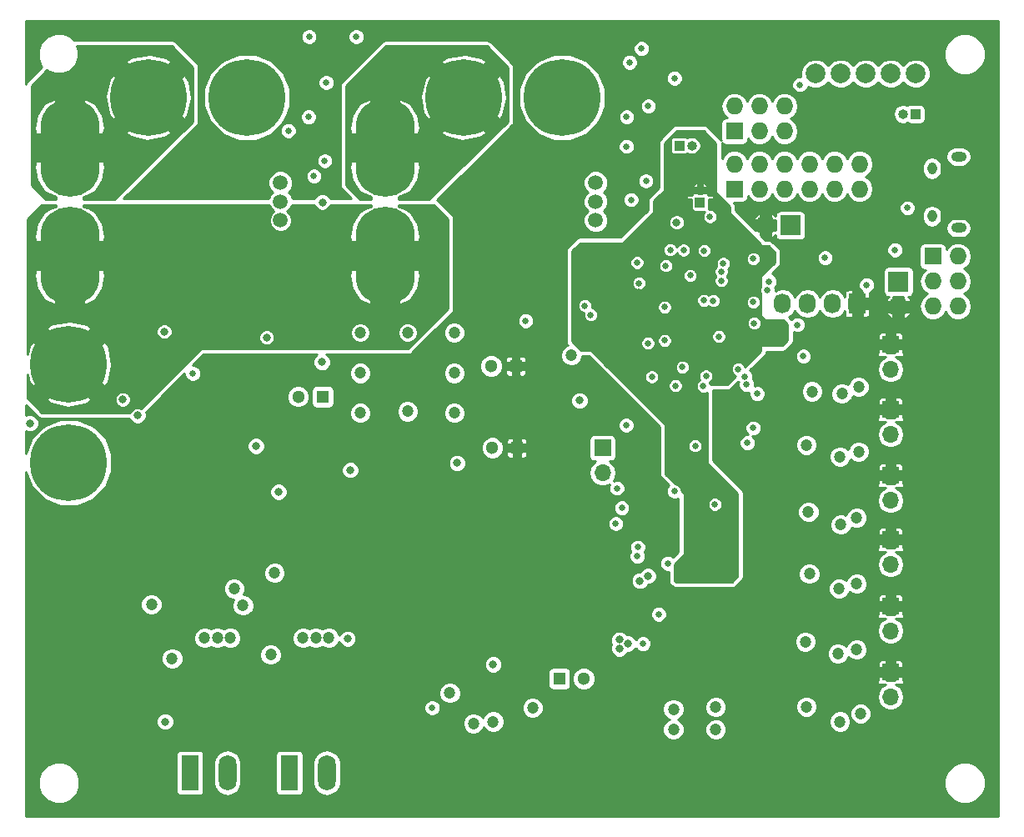
<source format=gbr>
%TF.GenerationSoftware,KiCad,Pcbnew,(5.0.0)*%
%TF.CreationDate,2019-05-29T19:50:32+03:00*%
%TF.ProjectId,Telemetry,54656C656D657472792E6B696361645F,0.1*%
%TF.SameCoordinates,Original*%
%TF.FileFunction,Copper,L3,Inr,Signal*%
%TF.FilePolarity,Positive*%
%FSLAX46Y46*%
G04 Gerber Fmt 4.6, Leading zero omitted, Abs format (unit mm)*
G04 Created by KiCad (PCBNEW (5.0.0)) date 05/29/19 19:50:32*
%MOMM*%
%LPD*%
G01*
G04 APERTURE LIST*
%ADD10O,1.550000X1.000000*%
%ADD11O,0.950000X1.250000*%
%ADD12C,7.800000*%
%ADD13R,1.000000X1.000000*%
%ADD14O,1.000000X1.000000*%
%ADD15C,1.300000*%
%ADD16R,1.300000X1.300000*%
%ADD17R,2.032000X2.032000*%
%ADD18O,2.032000X2.032000*%
%ADD19O,1.700000X1.700000*%
%ADD20R,1.700000X1.700000*%
%ADD21R,1.800000X3.600000*%
%ADD22O,1.800000X3.600000*%
%ADD23C,1.500000*%
%ADD24O,6.000000X10.000000*%
%ADD25O,1.727200X1.727200*%
%ADD26R,1.727200X1.727200*%
%ADD27O,1.727200X2.032000*%
%ADD28R,1.727200X2.032000*%
%ADD29C,1.998980*%
%ADD30C,1.200000*%
%ADD31C,0.800000*%
%ADD32C,0.650000*%
%ADD33C,0.220000*%
G04 APERTURE END LIST*
D10*
X155350000Y-52425000D03*
X155350000Y-59675000D03*
D11*
X152670000Y-53625000D03*
X152670000Y-58475000D03*
D12*
X115100000Y-46400000D03*
X105100000Y-46400000D03*
X83100000Y-46400000D03*
X73100000Y-46400000D03*
X65000000Y-73500000D03*
X65000000Y-83500000D03*
D13*
X129100000Y-57100000D03*
D14*
X129100000Y-55830000D03*
D15*
X117300000Y-105450000D03*
D16*
X114800000Y-105450000D03*
D13*
X127000000Y-51300000D03*
D14*
X128270000Y-51300000D03*
D17*
X138300000Y-59400000D03*
D18*
X135760000Y-59400000D03*
X149250000Y-67640000D03*
D17*
X149250000Y-65100000D03*
D19*
X148450000Y-107290000D03*
D20*
X148450000Y-104750000D03*
D19*
X148450000Y-100590000D03*
D20*
X148450000Y-98050000D03*
D19*
X148450000Y-93850000D03*
D20*
X148450000Y-91310000D03*
D21*
X77300000Y-115000000D03*
D22*
X81110000Y-115000000D03*
D20*
X148450000Y-84800000D03*
D19*
X148450000Y-87340000D03*
D20*
X148450000Y-78100000D03*
D19*
X148450000Y-80640000D03*
D20*
X148450000Y-71500000D03*
D19*
X148450000Y-74040000D03*
D23*
X118500000Y-58910000D03*
X118500000Y-55090000D03*
X118500000Y-57000000D03*
D24*
X97100000Y-51500000D03*
X97100000Y-62500000D03*
D23*
X86500000Y-58910000D03*
X86500000Y-55090000D03*
X86500000Y-57000000D03*
D24*
X65100000Y-51500000D03*
X65100000Y-62500000D03*
D22*
X91210000Y-115000000D03*
D21*
X87400000Y-115000000D03*
D25*
X137680000Y-47310000D03*
X137680000Y-49850000D03*
X135140000Y-47310000D03*
X135140000Y-49850000D03*
X132600000Y-47310000D03*
D26*
X132600000Y-49850000D03*
D16*
X110500000Y-82000000D03*
D15*
X108000000Y-82000000D03*
D16*
X110400000Y-73700000D03*
D15*
X107900000Y-73700000D03*
X88300000Y-76800000D03*
D16*
X90800000Y-76800000D03*
D25*
X155290000Y-67630000D03*
X152750000Y-67630000D03*
X155290000Y-65090000D03*
X152750000Y-65090000D03*
X155290000Y-62550000D03*
D26*
X152750000Y-62550000D03*
D27*
X137480000Y-67350000D03*
X140020000Y-67350000D03*
X142560000Y-67350000D03*
D28*
X145100000Y-67350000D03*
D26*
X132600000Y-55700000D03*
D25*
X132600000Y-53160000D03*
X135140000Y-55700000D03*
X135140000Y-53160000D03*
X137680000Y-55700000D03*
X137680000Y-53160000D03*
X140220000Y-55700000D03*
X140220000Y-53160000D03*
X142760000Y-55700000D03*
X142760000Y-53160000D03*
X145300000Y-55700000D03*
X145300000Y-53160000D03*
D20*
X119200000Y-82000000D03*
D19*
X119200000Y-84540000D03*
D29*
X140840000Y-44000000D03*
X143380000Y-44000000D03*
X148460000Y-44000000D03*
X151000000Y-44000000D03*
X145920000Y-44000000D03*
D13*
X150970000Y-48100000D03*
D14*
X149700000Y-48100000D03*
D30*
X99400000Y-78300000D03*
X99400000Y-70300000D03*
X104150000Y-74400000D03*
X94600000Y-74400000D03*
X94600000Y-78450000D03*
X94600000Y-70300000D03*
D31*
X116850000Y-77200000D03*
D30*
X104150000Y-70300000D03*
X104150000Y-78450000D03*
D32*
X131000000Y-70700000D03*
X131456193Y-63272459D03*
X141800000Y-62700000D03*
D31*
X126725003Y-59100000D03*
X86320000Y-86490000D03*
X84000000Y-81800000D03*
X72000000Y-78700000D03*
X70500000Y-77100000D03*
X74700000Y-70200000D03*
X85100000Y-70800000D03*
X90700000Y-73300000D03*
X93300000Y-101400000D03*
X74800000Y-109800000D03*
X61100000Y-79500000D03*
D30*
X140100000Y-88500000D03*
X140200000Y-94800000D03*
X139800000Y-101700000D03*
X139900000Y-108300000D03*
X143100000Y-102900000D03*
X143200000Y-96300000D03*
X143400000Y-89800000D03*
X143300000Y-82900000D03*
X139900000Y-81700000D03*
X143500000Y-76500000D03*
X140470000Y-76280000D03*
X145200000Y-75800000D03*
X145200000Y-82400000D03*
X145000000Y-89100000D03*
X145000000Y-95800000D03*
X145000000Y-102500000D03*
X145400000Y-109000000D03*
X143300000Y-109800000D03*
X82700000Y-98000000D03*
X73400000Y-97900000D03*
X85500000Y-103000000D03*
X75500000Y-103400000D03*
X81400000Y-101300000D03*
X80100000Y-101300000D03*
X78800000Y-101300000D03*
X88800000Y-101300000D03*
X90100000Y-101300000D03*
X91400000Y-101300000D03*
D32*
X124900000Y-98900000D03*
X133900000Y-81500000D03*
D30*
X112100000Y-108400000D03*
X103700000Y-106900000D03*
D31*
X123800000Y-95000000D03*
X123000000Y-95500000D03*
X120900000Y-101500000D03*
X120900000Y-102400000D03*
X121800000Y-101900000D03*
X108100000Y-104000000D03*
D32*
X123300000Y-101900000D03*
X124200000Y-74800000D03*
X121600000Y-79700000D03*
X130600000Y-87750000D03*
D30*
X130700000Y-110600000D03*
X130700000Y-108350000D03*
X126400000Y-108550000D03*
X126400000Y-110600000D03*
D32*
X121150000Y-88100000D03*
X89400000Y-40250000D03*
X91150000Y-44900000D03*
X89350000Y-48400000D03*
X91000000Y-52850000D03*
X89900000Y-54400000D03*
X123850000Y-47300000D03*
X121950000Y-42850000D03*
X123600000Y-54900000D03*
X122100000Y-56800000D03*
X121650000Y-48400000D03*
X123150000Y-41450000D03*
X117400000Y-67560000D03*
X118010000Y-68500000D03*
X122910916Y-65270984D03*
X129440000Y-75740000D03*
X125820000Y-93740000D03*
X125800000Y-59100000D03*
X129700000Y-51500000D03*
X133000000Y-69350000D03*
D30*
X127300000Y-94700000D03*
X128600000Y-94700000D03*
X130000000Y-94700000D03*
X131400000Y-94700000D03*
D32*
X136000000Y-62800000D03*
D31*
X119800000Y-73200000D03*
X117400000Y-62800000D03*
X122900000Y-61900000D03*
D32*
X128400000Y-79500000D03*
X139249861Y-45125000D03*
X121960000Y-67450000D03*
X122870000Y-66120000D03*
D30*
X85900000Y-94700000D03*
X81800000Y-96300000D03*
X108100000Y-109800000D03*
X106100000Y-110000000D03*
X110400000Y-75500000D03*
X110400000Y-76900000D03*
X110400000Y-78400000D03*
X110400000Y-79800000D03*
X111800000Y-79800000D03*
X111800000Y-78400000D03*
X111800000Y-76900000D03*
X111800000Y-75500000D03*
D32*
X123060135Y-94104774D03*
X77600000Y-74450000D03*
X111400000Y-69100000D03*
D31*
X90750000Y-57100000D03*
D30*
X116050000Y-72600000D03*
D32*
X94200000Y-40250000D03*
X126500000Y-44450000D03*
X126500000Y-86400000D03*
X131262902Y-65031998D03*
X128600000Y-81800000D03*
X127300000Y-73800000D03*
X129700000Y-74700000D03*
X135900000Y-66000000D03*
X139600000Y-72700000D03*
X126075000Y-61900000D03*
X133816699Y-75583496D03*
X130440380Y-67059620D03*
X136100000Y-65100000D03*
X134500000Y-62800000D03*
X132975000Y-74000000D03*
X128100000Y-64500000D03*
X133650000Y-74750000D03*
X127425000Y-61920000D03*
X134900000Y-76500000D03*
X129480760Y-67019240D03*
X87300000Y-49800000D03*
X125500000Y-67700000D03*
X121636330Y-51386330D03*
X125500000Y-71100000D03*
X101900000Y-108400000D03*
X150150000Y-57638360D03*
D31*
X93600000Y-84250000D03*
X104450000Y-83550000D03*
D32*
X126600000Y-75700000D03*
X131250000Y-64100000D03*
X122700000Y-63200000D03*
X123810000Y-71380000D03*
X120550000Y-89700000D03*
X120650000Y-86100000D03*
X125630000Y-63510000D03*
X122780000Y-92100000D03*
X129523619Y-61966381D03*
X122740000Y-93010000D03*
X134499990Y-79990000D03*
X130099625Y-58519341D03*
X134500000Y-67200000D03*
X134593948Y-69350000D03*
X139000000Y-69500000D03*
X146006859Y-65441157D03*
X148900000Y-61900000D03*
D33*
G36*
X159390001Y-119390000D02*
X60610000Y-119390000D01*
X60610000Y-115580295D01*
X61890000Y-115580295D01*
X61890000Y-116419705D01*
X62211229Y-117195219D01*
X62804781Y-117788771D01*
X63580295Y-118110000D01*
X64419705Y-118110000D01*
X65195219Y-117788771D01*
X65788771Y-117195219D01*
X66110000Y-116419705D01*
X66110000Y-115580295D01*
X65788771Y-114804781D01*
X65195219Y-114211229D01*
X64419705Y-113890000D01*
X63580295Y-113890000D01*
X62804781Y-114211229D01*
X62211229Y-114804781D01*
X61890000Y-115580295D01*
X60610000Y-115580295D01*
X60610000Y-113200000D01*
X75880009Y-113200000D01*
X75880009Y-116800000D01*
X75919591Y-116998992D01*
X76032311Y-117167689D01*
X76201008Y-117280409D01*
X76400000Y-117319991D01*
X78200000Y-117319991D01*
X78398992Y-117280409D01*
X78567689Y-117167689D01*
X78680409Y-116998992D01*
X78719991Y-116800000D01*
X78719991Y-113961131D01*
X79700000Y-113961131D01*
X79700001Y-116038870D01*
X79781811Y-116450155D01*
X80093448Y-116916553D01*
X80559846Y-117228190D01*
X81110000Y-117337623D01*
X81660155Y-117228190D01*
X82126553Y-116916553D01*
X82438190Y-116450155D01*
X82520000Y-116038870D01*
X82520000Y-113961130D01*
X82438190Y-113549845D01*
X82204431Y-113200000D01*
X85980009Y-113200000D01*
X85980009Y-116800000D01*
X86019591Y-116998992D01*
X86132311Y-117167689D01*
X86301008Y-117280409D01*
X86500000Y-117319991D01*
X88300000Y-117319991D01*
X88498992Y-117280409D01*
X88667689Y-117167689D01*
X88780409Y-116998992D01*
X88819991Y-116800000D01*
X88819991Y-113961131D01*
X89800000Y-113961131D01*
X89800001Y-116038870D01*
X89881811Y-116450155D01*
X90193448Y-116916553D01*
X90659846Y-117228190D01*
X91210000Y-117337623D01*
X91760155Y-117228190D01*
X92226553Y-116916553D01*
X92538190Y-116450155D01*
X92620000Y-116038870D01*
X92620000Y-115580295D01*
X153890000Y-115580295D01*
X153890000Y-116419705D01*
X154211229Y-117195219D01*
X154804781Y-117788771D01*
X155580295Y-118110000D01*
X156419705Y-118110000D01*
X157195219Y-117788771D01*
X157788771Y-117195219D01*
X158110000Y-116419705D01*
X158110000Y-115580295D01*
X157788771Y-114804781D01*
X157195219Y-114211229D01*
X156419705Y-113890000D01*
X155580295Y-113890000D01*
X154804781Y-114211229D01*
X154211229Y-114804781D01*
X153890000Y-115580295D01*
X92620000Y-115580295D01*
X92620000Y-113961130D01*
X92538190Y-113549845D01*
X92226552Y-113083447D01*
X91760154Y-112771810D01*
X91210000Y-112662377D01*
X90659845Y-112771810D01*
X90193447Y-113083448D01*
X89881810Y-113549846D01*
X89800000Y-113961131D01*
X88819991Y-113961131D01*
X88819991Y-113200000D01*
X88780409Y-113001008D01*
X88667689Y-112832311D01*
X88498992Y-112719591D01*
X88300000Y-112680009D01*
X86500000Y-112680009D01*
X86301008Y-112719591D01*
X86132311Y-112832311D01*
X86019591Y-113001008D01*
X85980009Y-113200000D01*
X82204431Y-113200000D01*
X82126552Y-113083447D01*
X81660154Y-112771810D01*
X81110000Y-112662377D01*
X80559845Y-112771810D01*
X80093447Y-113083448D01*
X79781810Y-113549846D01*
X79700000Y-113961131D01*
X78719991Y-113961131D01*
X78719991Y-113200000D01*
X78680409Y-113001008D01*
X78567689Y-112832311D01*
X78398992Y-112719591D01*
X78200000Y-112680009D01*
X76400000Y-112680009D01*
X76201008Y-112719591D01*
X76032311Y-112832311D01*
X75919591Y-113001008D01*
X75880009Y-113200000D01*
X60610000Y-113200000D01*
X60610000Y-109618990D01*
X73890000Y-109618990D01*
X73890000Y-109981010D01*
X74028539Y-110315474D01*
X74284526Y-110571461D01*
X74618990Y-110710000D01*
X74981010Y-110710000D01*
X75315474Y-110571461D01*
X75571461Y-110315474D01*
X75710000Y-109981010D01*
X75710000Y-109779207D01*
X104990000Y-109779207D01*
X104990000Y-110220793D01*
X105158988Y-110628764D01*
X105471236Y-110941012D01*
X105879207Y-111110000D01*
X106320793Y-111110000D01*
X106728764Y-110941012D01*
X107041012Y-110628764D01*
X107141422Y-110386355D01*
X107158988Y-110428764D01*
X107471236Y-110741012D01*
X107879207Y-110910000D01*
X108320793Y-110910000D01*
X108728764Y-110741012D01*
X109041012Y-110428764D01*
X109210000Y-110020793D01*
X109210000Y-109579207D01*
X109041012Y-109171236D01*
X108728764Y-108858988D01*
X108320793Y-108690000D01*
X107879207Y-108690000D01*
X107471236Y-108858988D01*
X107158988Y-109171236D01*
X107058578Y-109413645D01*
X107041012Y-109371236D01*
X106728764Y-109058988D01*
X106320793Y-108890000D01*
X105879207Y-108890000D01*
X105471236Y-109058988D01*
X105158988Y-109371236D01*
X104990000Y-109779207D01*
X75710000Y-109779207D01*
X75710000Y-109618990D01*
X75571461Y-109284526D01*
X75315474Y-109028539D01*
X74981010Y-108890000D01*
X74618990Y-108890000D01*
X74284526Y-109028539D01*
X74028539Y-109284526D01*
X73890000Y-109618990D01*
X60610000Y-109618990D01*
X60610000Y-108233908D01*
X101065000Y-108233908D01*
X101065000Y-108566092D01*
X101192121Y-108872990D01*
X101427010Y-109107879D01*
X101733908Y-109235000D01*
X102066092Y-109235000D01*
X102372990Y-109107879D01*
X102607879Y-108872990D01*
X102735000Y-108566092D01*
X102735000Y-108233908D01*
X102712343Y-108179207D01*
X110990000Y-108179207D01*
X110990000Y-108620793D01*
X111158988Y-109028764D01*
X111471236Y-109341012D01*
X111879207Y-109510000D01*
X112320793Y-109510000D01*
X112728764Y-109341012D01*
X113041012Y-109028764D01*
X113210000Y-108620793D01*
X113210000Y-108329207D01*
X125290000Y-108329207D01*
X125290000Y-108770793D01*
X125458988Y-109178764D01*
X125771236Y-109491012D01*
X125974000Y-109575000D01*
X125771236Y-109658988D01*
X125458988Y-109971236D01*
X125290000Y-110379207D01*
X125290000Y-110820793D01*
X125458988Y-111228764D01*
X125771236Y-111541012D01*
X126179207Y-111710000D01*
X126620793Y-111710000D01*
X127028764Y-111541012D01*
X127341012Y-111228764D01*
X127510000Y-110820793D01*
X127510000Y-110379207D01*
X129590000Y-110379207D01*
X129590000Y-110820793D01*
X129758988Y-111228764D01*
X130071236Y-111541012D01*
X130479207Y-111710000D01*
X130920793Y-111710000D01*
X131328764Y-111541012D01*
X131641012Y-111228764D01*
X131810000Y-110820793D01*
X131810000Y-110379207D01*
X131641012Y-109971236D01*
X131328764Y-109658988D01*
X131136157Y-109579207D01*
X142190000Y-109579207D01*
X142190000Y-110020793D01*
X142358988Y-110428764D01*
X142671236Y-110741012D01*
X143079207Y-110910000D01*
X143520793Y-110910000D01*
X143928764Y-110741012D01*
X144241012Y-110428764D01*
X144410000Y-110020793D01*
X144410000Y-109579207D01*
X144241012Y-109171236D01*
X143928764Y-108858988D01*
X143736157Y-108779207D01*
X144290000Y-108779207D01*
X144290000Y-109220793D01*
X144458988Y-109628764D01*
X144771236Y-109941012D01*
X145179207Y-110110000D01*
X145620793Y-110110000D01*
X146028764Y-109941012D01*
X146341012Y-109628764D01*
X146510000Y-109220793D01*
X146510000Y-108779207D01*
X146341012Y-108371236D01*
X146028764Y-108058988D01*
X145620793Y-107890000D01*
X145179207Y-107890000D01*
X144771236Y-108058988D01*
X144458988Y-108371236D01*
X144290000Y-108779207D01*
X143736157Y-108779207D01*
X143520793Y-108690000D01*
X143079207Y-108690000D01*
X142671236Y-108858988D01*
X142358988Y-109171236D01*
X142190000Y-109579207D01*
X131136157Y-109579207D01*
X130920793Y-109490000D01*
X130479207Y-109490000D01*
X130071236Y-109658988D01*
X129758988Y-109971236D01*
X129590000Y-110379207D01*
X127510000Y-110379207D01*
X127341012Y-109971236D01*
X127028764Y-109658988D01*
X126826000Y-109575000D01*
X127028764Y-109491012D01*
X127341012Y-109178764D01*
X127510000Y-108770793D01*
X127510000Y-108329207D01*
X127427157Y-108129207D01*
X129590000Y-108129207D01*
X129590000Y-108570793D01*
X129758988Y-108978764D01*
X130071236Y-109291012D01*
X130479207Y-109460000D01*
X130920793Y-109460000D01*
X131328764Y-109291012D01*
X131641012Y-108978764D01*
X131810000Y-108570793D01*
X131810000Y-108129207D01*
X131789290Y-108079207D01*
X138790000Y-108079207D01*
X138790000Y-108520793D01*
X138958988Y-108928764D01*
X139271236Y-109241012D01*
X139679207Y-109410000D01*
X140120793Y-109410000D01*
X140528764Y-109241012D01*
X140841012Y-108928764D01*
X141010000Y-108520793D01*
X141010000Y-108079207D01*
X140841012Y-107671236D01*
X140528764Y-107358988D01*
X140120793Y-107190000D01*
X139679207Y-107190000D01*
X139271236Y-107358988D01*
X138958988Y-107671236D01*
X138790000Y-108079207D01*
X131789290Y-108079207D01*
X131641012Y-107721236D01*
X131328764Y-107408988D01*
X130920793Y-107240000D01*
X130479207Y-107240000D01*
X130071236Y-107408988D01*
X129758988Y-107721236D01*
X129590000Y-108129207D01*
X127427157Y-108129207D01*
X127341012Y-107921236D01*
X127028764Y-107608988D01*
X126620793Y-107440000D01*
X126179207Y-107440000D01*
X125771236Y-107608988D01*
X125458988Y-107921236D01*
X125290000Y-108329207D01*
X113210000Y-108329207D01*
X113210000Y-108179207D01*
X113041012Y-107771236D01*
X112728764Y-107458988D01*
X112320793Y-107290000D01*
X111879207Y-107290000D01*
X111471236Y-107458988D01*
X111158988Y-107771236D01*
X110990000Y-108179207D01*
X102712343Y-108179207D01*
X102607879Y-107927010D01*
X102372990Y-107692121D01*
X102066092Y-107565000D01*
X101733908Y-107565000D01*
X101427010Y-107692121D01*
X101192121Y-107927010D01*
X101065000Y-108233908D01*
X60610000Y-108233908D01*
X60610000Y-106679207D01*
X102590000Y-106679207D01*
X102590000Y-107120793D01*
X102758988Y-107528764D01*
X103071236Y-107841012D01*
X103479207Y-108010000D01*
X103920793Y-108010000D01*
X104328764Y-107841012D01*
X104641012Y-107528764D01*
X104810000Y-107120793D01*
X104810000Y-106679207D01*
X104641012Y-106271236D01*
X104328764Y-105958988D01*
X103920793Y-105790000D01*
X103479207Y-105790000D01*
X103071236Y-105958988D01*
X102758988Y-106271236D01*
X102590000Y-106679207D01*
X60610000Y-106679207D01*
X60610000Y-103179207D01*
X74390000Y-103179207D01*
X74390000Y-103620793D01*
X74558988Y-104028764D01*
X74871236Y-104341012D01*
X75279207Y-104510000D01*
X75720793Y-104510000D01*
X76128764Y-104341012D01*
X76441012Y-104028764D01*
X76610000Y-103620793D01*
X76610000Y-103179207D01*
X76444314Y-102779207D01*
X84390000Y-102779207D01*
X84390000Y-103220793D01*
X84558988Y-103628764D01*
X84871236Y-103941012D01*
X85279207Y-104110000D01*
X85720793Y-104110000D01*
X86128764Y-103941012D01*
X86250786Y-103818990D01*
X107190000Y-103818990D01*
X107190000Y-104181010D01*
X107328539Y-104515474D01*
X107584526Y-104771461D01*
X107918990Y-104910000D01*
X108281010Y-104910000D01*
X108546574Y-104800000D01*
X113630009Y-104800000D01*
X113630009Y-106100000D01*
X113669591Y-106298992D01*
X113782311Y-106467689D01*
X113951008Y-106580409D01*
X114150000Y-106619991D01*
X115450000Y-106619991D01*
X115648992Y-106580409D01*
X115817689Y-106467689D01*
X115930409Y-106298992D01*
X115969991Y-106100000D01*
X115969991Y-105219262D01*
X116140000Y-105219262D01*
X116140000Y-105680738D01*
X116316599Y-106107087D01*
X116642913Y-106433401D01*
X117069262Y-106610000D01*
X117530738Y-106610000D01*
X117957087Y-106433401D01*
X118283401Y-106107087D01*
X118460000Y-105680738D01*
X118460000Y-105600000D01*
X147059998Y-105600000D01*
X147059998Y-106010000D01*
X147917722Y-106010000D01*
X147469495Y-106309495D01*
X147168909Y-106759355D01*
X147063357Y-107290000D01*
X147168909Y-107820645D01*
X147469495Y-108270505D01*
X147919355Y-108571091D01*
X148316057Y-108650000D01*
X148583943Y-108650000D01*
X148980645Y-108571091D01*
X149430505Y-108270505D01*
X149731091Y-107820645D01*
X149836643Y-107290000D01*
X149731091Y-106759355D01*
X149430505Y-106309495D01*
X148982278Y-106010000D01*
X149840002Y-106010000D01*
X149840002Y-105600000D01*
X149710000Y-105600000D01*
X149710000Y-105277500D01*
X149607500Y-105175000D01*
X148875000Y-105175000D01*
X148875000Y-105600000D01*
X148025000Y-105600000D01*
X148025000Y-105175000D01*
X147292500Y-105175000D01*
X147190000Y-105277500D01*
X147190000Y-105600000D01*
X147059998Y-105600000D01*
X118460000Y-105600000D01*
X118460000Y-105219262D01*
X118283401Y-104792913D01*
X117957087Y-104466599D01*
X117530738Y-104290000D01*
X117069262Y-104290000D01*
X116642913Y-104466599D01*
X116316599Y-104792913D01*
X116140000Y-105219262D01*
X115969991Y-105219262D01*
X115969991Y-104800000D01*
X115930409Y-104601008D01*
X115817689Y-104432311D01*
X115648992Y-104319591D01*
X115450000Y-104280009D01*
X114150000Y-104280009D01*
X113951008Y-104319591D01*
X113782311Y-104432311D01*
X113669591Y-104601008D01*
X113630009Y-104800000D01*
X108546574Y-104800000D01*
X108615474Y-104771461D01*
X108871461Y-104515474D01*
X109010000Y-104181010D01*
X109010000Y-103818990D01*
X108871461Y-103484526D01*
X108615474Y-103228539D01*
X108281010Y-103090000D01*
X107918990Y-103090000D01*
X107584526Y-103228539D01*
X107328539Y-103484526D01*
X107190000Y-103818990D01*
X86250786Y-103818990D01*
X86441012Y-103628764D01*
X86610000Y-103220793D01*
X86610000Y-102779207D01*
X86441012Y-102371236D01*
X86128764Y-102058988D01*
X85720793Y-101890000D01*
X85279207Y-101890000D01*
X84871236Y-102058988D01*
X84558988Y-102371236D01*
X84390000Y-102779207D01*
X76444314Y-102779207D01*
X76441012Y-102771236D01*
X76128764Y-102458988D01*
X75720793Y-102290000D01*
X75279207Y-102290000D01*
X74871236Y-102458988D01*
X74558988Y-102771236D01*
X74390000Y-103179207D01*
X60610000Y-103179207D01*
X60610000Y-101079207D01*
X77690000Y-101079207D01*
X77690000Y-101520793D01*
X77858988Y-101928764D01*
X78171236Y-102241012D01*
X78579207Y-102410000D01*
X79020793Y-102410000D01*
X79428764Y-102241012D01*
X79450000Y-102219776D01*
X79471236Y-102241012D01*
X79879207Y-102410000D01*
X80320793Y-102410000D01*
X80728764Y-102241012D01*
X80750000Y-102219776D01*
X80771236Y-102241012D01*
X81179207Y-102410000D01*
X81620793Y-102410000D01*
X82028764Y-102241012D01*
X82341012Y-101928764D01*
X82510000Y-101520793D01*
X82510000Y-101079207D01*
X87690000Y-101079207D01*
X87690000Y-101520793D01*
X87858988Y-101928764D01*
X88171236Y-102241012D01*
X88579207Y-102410000D01*
X89020793Y-102410000D01*
X89428764Y-102241012D01*
X89450000Y-102219776D01*
X89471236Y-102241012D01*
X89879207Y-102410000D01*
X90320793Y-102410000D01*
X90728764Y-102241012D01*
X90750000Y-102219776D01*
X90771236Y-102241012D01*
X91179207Y-102410000D01*
X91620793Y-102410000D01*
X92028764Y-102241012D01*
X92341012Y-101928764D01*
X92437528Y-101695754D01*
X92528539Y-101915474D01*
X92784526Y-102171461D01*
X93118990Y-102310000D01*
X93481010Y-102310000D01*
X93815474Y-102171461D01*
X94071461Y-101915474D01*
X94210000Y-101581010D01*
X94210000Y-101318990D01*
X119990000Y-101318990D01*
X119990000Y-101681010D01*
X120101419Y-101950000D01*
X119990000Y-102218990D01*
X119990000Y-102581010D01*
X120128539Y-102915474D01*
X120384526Y-103171461D01*
X120718990Y-103310000D01*
X121081010Y-103310000D01*
X121415474Y-103171461D01*
X121671461Y-102915474D01*
X121715150Y-102810000D01*
X121981010Y-102810000D01*
X122315474Y-102671461D01*
X122571461Y-102415474D01*
X122590590Y-102369293D01*
X122592121Y-102372990D01*
X122827010Y-102607879D01*
X123133908Y-102735000D01*
X123466092Y-102735000D01*
X123772990Y-102607879D01*
X124007879Y-102372990D01*
X124135000Y-102066092D01*
X124135000Y-101733908D01*
X124029500Y-101479207D01*
X138690000Y-101479207D01*
X138690000Y-101920793D01*
X138858988Y-102328764D01*
X139171236Y-102641012D01*
X139579207Y-102810000D01*
X140020793Y-102810000D01*
X140336553Y-102679207D01*
X141990000Y-102679207D01*
X141990000Y-103120793D01*
X142158988Y-103528764D01*
X142471236Y-103841012D01*
X142879207Y-104010000D01*
X143320793Y-104010000D01*
X143728764Y-103841012D01*
X143751330Y-103818446D01*
X147190000Y-103818446D01*
X147190000Y-104222500D01*
X147292500Y-104325000D01*
X148025000Y-104325000D01*
X148025000Y-103592500D01*
X148875000Y-103592500D01*
X148875000Y-104325000D01*
X149607500Y-104325000D01*
X149710000Y-104222500D01*
X149710000Y-103818446D01*
X149647581Y-103667754D01*
X149532246Y-103552419D01*
X149381554Y-103490000D01*
X148977500Y-103490000D01*
X148875000Y-103592500D01*
X148025000Y-103592500D01*
X147922500Y-103490000D01*
X147518446Y-103490000D01*
X147367754Y-103552419D01*
X147252419Y-103667754D01*
X147190000Y-103818446D01*
X143751330Y-103818446D01*
X144041012Y-103528764D01*
X144163435Y-103233211D01*
X144371236Y-103441012D01*
X144779207Y-103610000D01*
X145220793Y-103610000D01*
X145628764Y-103441012D01*
X145941012Y-103128764D01*
X146110000Y-102720793D01*
X146110000Y-102279207D01*
X145941012Y-101871236D01*
X145628764Y-101558988D01*
X145220793Y-101390000D01*
X144779207Y-101390000D01*
X144371236Y-101558988D01*
X144058988Y-101871236D01*
X143936565Y-102166789D01*
X143728764Y-101958988D01*
X143320793Y-101790000D01*
X142879207Y-101790000D01*
X142471236Y-101958988D01*
X142158988Y-102271236D01*
X141990000Y-102679207D01*
X140336553Y-102679207D01*
X140428764Y-102641012D01*
X140741012Y-102328764D01*
X140910000Y-101920793D01*
X140910000Y-101479207D01*
X140741012Y-101071236D01*
X140428764Y-100758988D01*
X140020793Y-100590000D01*
X139579207Y-100590000D01*
X139171236Y-100758988D01*
X138858988Y-101071236D01*
X138690000Y-101479207D01*
X124029500Y-101479207D01*
X124007879Y-101427010D01*
X123772990Y-101192121D01*
X123466092Y-101065000D01*
X123133908Y-101065000D01*
X122827010Y-101192121D01*
X122592121Y-101427010D01*
X122590590Y-101430707D01*
X122571461Y-101384526D01*
X122315474Y-101128539D01*
X121981010Y-100990000D01*
X121673728Y-100990000D01*
X121671461Y-100984526D01*
X121415474Y-100728539D01*
X121081010Y-100590000D01*
X120718990Y-100590000D01*
X120384526Y-100728539D01*
X120128539Y-100984526D01*
X119990000Y-101318990D01*
X94210000Y-101318990D01*
X94210000Y-101218990D01*
X94071461Y-100884526D01*
X93815474Y-100628539D01*
X93481010Y-100490000D01*
X93118990Y-100490000D01*
X92784526Y-100628539D01*
X92528539Y-100884526D01*
X92478950Y-101004245D01*
X92341012Y-100671236D01*
X92028764Y-100358988D01*
X91620793Y-100190000D01*
X91179207Y-100190000D01*
X90771236Y-100358988D01*
X90750000Y-100380224D01*
X90728764Y-100358988D01*
X90320793Y-100190000D01*
X89879207Y-100190000D01*
X89471236Y-100358988D01*
X89450000Y-100380224D01*
X89428764Y-100358988D01*
X89020793Y-100190000D01*
X88579207Y-100190000D01*
X88171236Y-100358988D01*
X87858988Y-100671236D01*
X87690000Y-101079207D01*
X82510000Y-101079207D01*
X82341012Y-100671236D01*
X82028764Y-100358988D01*
X81620793Y-100190000D01*
X81179207Y-100190000D01*
X80771236Y-100358988D01*
X80750000Y-100380224D01*
X80728764Y-100358988D01*
X80320793Y-100190000D01*
X79879207Y-100190000D01*
X79471236Y-100358988D01*
X79450000Y-100380224D01*
X79428764Y-100358988D01*
X79020793Y-100190000D01*
X78579207Y-100190000D01*
X78171236Y-100358988D01*
X77858988Y-100671236D01*
X77690000Y-101079207D01*
X60610000Y-101079207D01*
X60610000Y-97679207D01*
X72290000Y-97679207D01*
X72290000Y-98120793D01*
X72458988Y-98528764D01*
X72771236Y-98841012D01*
X73179207Y-99010000D01*
X73620793Y-99010000D01*
X74028764Y-98841012D01*
X74341012Y-98528764D01*
X74510000Y-98120793D01*
X74510000Y-97679207D01*
X74341012Y-97271236D01*
X74028764Y-96958988D01*
X73620793Y-96790000D01*
X73179207Y-96790000D01*
X72771236Y-96958988D01*
X72458988Y-97271236D01*
X72290000Y-97679207D01*
X60610000Y-97679207D01*
X60610000Y-96079207D01*
X80690000Y-96079207D01*
X80690000Y-96520793D01*
X80858988Y-96928764D01*
X81171236Y-97241012D01*
X81579207Y-97410000D01*
X81742931Y-97410000D01*
X81590000Y-97779207D01*
X81590000Y-98220793D01*
X81758988Y-98628764D01*
X82071236Y-98941012D01*
X82479207Y-99110000D01*
X82920793Y-99110000D01*
X83328764Y-98941012D01*
X83535868Y-98733908D01*
X124065000Y-98733908D01*
X124065000Y-99066092D01*
X124192121Y-99372990D01*
X124427010Y-99607879D01*
X124733908Y-99735000D01*
X125066092Y-99735000D01*
X125372990Y-99607879D01*
X125607879Y-99372990D01*
X125735000Y-99066092D01*
X125735000Y-98900000D01*
X147059998Y-98900000D01*
X147059998Y-99310000D01*
X147917722Y-99310000D01*
X147469495Y-99609495D01*
X147168909Y-100059355D01*
X147063357Y-100590000D01*
X147168909Y-101120645D01*
X147469495Y-101570505D01*
X147919355Y-101871091D01*
X148316057Y-101950000D01*
X148583943Y-101950000D01*
X148980645Y-101871091D01*
X149430505Y-101570505D01*
X149731091Y-101120645D01*
X149836643Y-100590000D01*
X149731091Y-100059355D01*
X149430505Y-99609495D01*
X148982278Y-99310000D01*
X149840002Y-99310000D01*
X149840002Y-98900000D01*
X149710000Y-98900000D01*
X149710000Y-98577500D01*
X149607500Y-98475000D01*
X148875000Y-98475000D01*
X148875000Y-98900000D01*
X148025000Y-98900000D01*
X148025000Y-98475000D01*
X147292500Y-98475000D01*
X147190000Y-98577500D01*
X147190000Y-98900000D01*
X147059998Y-98900000D01*
X125735000Y-98900000D01*
X125735000Y-98733908D01*
X125607879Y-98427010D01*
X125372990Y-98192121D01*
X125066092Y-98065000D01*
X124733908Y-98065000D01*
X124427010Y-98192121D01*
X124192121Y-98427010D01*
X124065000Y-98733908D01*
X83535868Y-98733908D01*
X83641012Y-98628764D01*
X83810000Y-98220793D01*
X83810000Y-97779207D01*
X83641012Y-97371236D01*
X83328764Y-97058988D01*
X82920793Y-96890000D01*
X82757069Y-96890000D01*
X82910000Y-96520793D01*
X82910000Y-96079207D01*
X82741012Y-95671236D01*
X82428764Y-95358988D01*
X82020793Y-95190000D01*
X81579207Y-95190000D01*
X81171236Y-95358988D01*
X80858988Y-95671236D01*
X80690000Y-96079207D01*
X60610000Y-96079207D01*
X60610000Y-94479207D01*
X84790000Y-94479207D01*
X84790000Y-94920793D01*
X84958988Y-95328764D01*
X85271236Y-95641012D01*
X85679207Y-95810000D01*
X86120793Y-95810000D01*
X86528764Y-95641012D01*
X86841012Y-95328764D01*
X86845060Y-95318990D01*
X122090000Y-95318990D01*
X122090000Y-95681010D01*
X122228539Y-96015474D01*
X122484526Y-96271461D01*
X122818990Y-96410000D01*
X123181010Y-96410000D01*
X123515474Y-96271461D01*
X123771461Y-96015474D01*
X123815150Y-95910000D01*
X123981010Y-95910000D01*
X124315474Y-95771461D01*
X124571461Y-95515474D01*
X124710000Y-95181010D01*
X124710000Y-94818990D01*
X124571461Y-94484526D01*
X124315474Y-94228539D01*
X123981010Y-94090000D01*
X123618990Y-94090000D01*
X123284526Y-94228539D01*
X123028539Y-94484526D01*
X122984850Y-94590000D01*
X122818990Y-94590000D01*
X122484526Y-94728539D01*
X122228539Y-94984526D01*
X122090000Y-95318990D01*
X86845060Y-95318990D01*
X87010000Y-94920793D01*
X87010000Y-94479207D01*
X86841012Y-94071236D01*
X86528764Y-93758988D01*
X86120793Y-93590000D01*
X85679207Y-93590000D01*
X85271236Y-93758988D01*
X84958988Y-94071236D01*
X84790000Y-94479207D01*
X60610000Y-94479207D01*
X60610000Y-92843908D01*
X121905000Y-92843908D01*
X121905000Y-93176092D01*
X122032121Y-93482990D01*
X122267010Y-93717879D01*
X122573908Y-93845000D01*
X122906092Y-93845000D01*
X123212990Y-93717879D01*
X123447879Y-93482990D01*
X123575000Y-93176092D01*
X123575000Y-92843908D01*
X123470133Y-92590736D01*
X123487879Y-92572990D01*
X123615000Y-92266092D01*
X123615000Y-91933908D01*
X123487879Y-91627010D01*
X123252990Y-91392121D01*
X122946092Y-91265000D01*
X122613908Y-91265000D01*
X122307010Y-91392121D01*
X122072121Y-91627010D01*
X121945000Y-91933908D01*
X121945000Y-92266092D01*
X122049867Y-92519264D01*
X122032121Y-92537010D01*
X121905000Y-92843908D01*
X60610000Y-92843908D01*
X60610000Y-89533908D01*
X119715000Y-89533908D01*
X119715000Y-89866092D01*
X119842121Y-90172990D01*
X120077010Y-90407879D01*
X120383908Y-90535000D01*
X120716092Y-90535000D01*
X121022990Y-90407879D01*
X121257879Y-90172990D01*
X121385000Y-89866092D01*
X121385000Y-89533908D01*
X121257879Y-89227010D01*
X121022990Y-88992121D01*
X120716092Y-88865000D01*
X120383908Y-88865000D01*
X120077010Y-88992121D01*
X119842121Y-89227010D01*
X119715000Y-89533908D01*
X60610000Y-89533908D01*
X60610000Y-87933908D01*
X120315000Y-87933908D01*
X120315000Y-88266092D01*
X120442121Y-88572990D01*
X120677010Y-88807879D01*
X120983908Y-88935000D01*
X121316092Y-88935000D01*
X121622990Y-88807879D01*
X121857879Y-88572990D01*
X121985000Y-88266092D01*
X121985000Y-87933908D01*
X121857879Y-87627010D01*
X121622990Y-87392121D01*
X121316092Y-87265000D01*
X120983908Y-87265000D01*
X120677010Y-87392121D01*
X120442121Y-87627010D01*
X120315000Y-87933908D01*
X60610000Y-87933908D01*
X60610000Y-84425488D01*
X61261383Y-85998064D01*
X62501936Y-87238617D01*
X64122796Y-87910000D01*
X65877204Y-87910000D01*
X67498064Y-87238617D01*
X68427691Y-86308990D01*
X85410000Y-86308990D01*
X85410000Y-86671010D01*
X85548539Y-87005474D01*
X85804526Y-87261461D01*
X86138990Y-87400000D01*
X86501010Y-87400000D01*
X86835474Y-87261461D01*
X87091461Y-87005474D01*
X87230000Y-86671010D01*
X87230000Y-86308990D01*
X87091461Y-85974526D01*
X86835474Y-85718539D01*
X86501010Y-85580000D01*
X86138990Y-85580000D01*
X85804526Y-85718539D01*
X85548539Y-85974526D01*
X85410000Y-86308990D01*
X68427691Y-86308990D01*
X68738617Y-85998064D01*
X69410000Y-84377204D01*
X69410000Y-84068990D01*
X92690000Y-84068990D01*
X92690000Y-84431010D01*
X92828539Y-84765474D01*
X93084526Y-85021461D01*
X93418990Y-85160000D01*
X93781010Y-85160000D01*
X94115474Y-85021461D01*
X94371461Y-84765474D01*
X94464855Y-84540000D01*
X117813357Y-84540000D01*
X117918909Y-85070645D01*
X118219495Y-85520505D01*
X118669355Y-85821091D01*
X119066057Y-85900000D01*
X119333943Y-85900000D01*
X119730645Y-85821091D01*
X119911894Y-85699985D01*
X119815000Y-85933908D01*
X119815000Y-86266092D01*
X119942121Y-86572990D01*
X120177010Y-86807879D01*
X120483908Y-86935000D01*
X120816092Y-86935000D01*
X121122990Y-86807879D01*
X121357879Y-86572990D01*
X121485000Y-86266092D01*
X121485000Y-85933908D01*
X121357879Y-85627010D01*
X121122990Y-85392121D01*
X120816092Y-85265000D01*
X120483908Y-85265000D01*
X120300453Y-85340989D01*
X120481091Y-85070645D01*
X120586643Y-84540000D01*
X120481091Y-84009355D01*
X120180505Y-83559495D01*
X119896891Y-83369991D01*
X120050000Y-83369991D01*
X120248992Y-83330409D01*
X120417689Y-83217689D01*
X120530409Y-83048992D01*
X120569991Y-82850000D01*
X120569991Y-81150000D01*
X120530409Y-80951008D01*
X120417689Y-80782311D01*
X120248992Y-80669591D01*
X120050000Y-80630009D01*
X118350000Y-80630009D01*
X118151008Y-80669591D01*
X117982311Y-80782311D01*
X117869591Y-80951008D01*
X117830009Y-81150000D01*
X117830009Y-82850000D01*
X117869591Y-83048992D01*
X117982311Y-83217689D01*
X118151008Y-83330409D01*
X118350000Y-83369991D01*
X118503109Y-83369991D01*
X118219495Y-83559495D01*
X117918909Y-84009355D01*
X117813357Y-84540000D01*
X94464855Y-84540000D01*
X94510000Y-84431010D01*
X94510000Y-84068990D01*
X94371461Y-83734526D01*
X94115474Y-83478539D01*
X93850999Y-83368990D01*
X103540000Y-83368990D01*
X103540000Y-83731010D01*
X103678539Y-84065474D01*
X103934526Y-84321461D01*
X104268990Y-84460000D01*
X104631010Y-84460000D01*
X104965474Y-84321461D01*
X105221461Y-84065474D01*
X105360000Y-83731010D01*
X105360000Y-83368990D01*
X105221461Y-83034526D01*
X104965474Y-82778539D01*
X104631010Y-82640000D01*
X104268990Y-82640000D01*
X103934526Y-82778539D01*
X103678539Y-83034526D01*
X103540000Y-83368990D01*
X93850999Y-83368990D01*
X93781010Y-83340000D01*
X93418990Y-83340000D01*
X93084526Y-83478539D01*
X92828539Y-83734526D01*
X92690000Y-84068990D01*
X69410000Y-84068990D01*
X69410000Y-82622796D01*
X68994210Y-81618990D01*
X83090000Y-81618990D01*
X83090000Y-81981010D01*
X83228539Y-82315474D01*
X83484526Y-82571461D01*
X83818990Y-82710000D01*
X84181010Y-82710000D01*
X84515474Y-82571461D01*
X84771461Y-82315474D01*
X84910000Y-81981010D01*
X84910000Y-81769262D01*
X106840000Y-81769262D01*
X106840000Y-82230738D01*
X107016599Y-82657087D01*
X107342913Y-82983401D01*
X107769262Y-83160000D01*
X108230738Y-83160000D01*
X108657087Y-82983401D01*
X108983401Y-82657087D01*
X109078498Y-82427500D01*
X109440000Y-82427500D01*
X109440000Y-82731554D01*
X109502419Y-82882246D01*
X109617754Y-82997581D01*
X109768446Y-83060000D01*
X110072500Y-83060000D01*
X110175000Y-82957500D01*
X110175000Y-82325000D01*
X110825000Y-82325000D01*
X110825000Y-82957500D01*
X110927500Y-83060000D01*
X111231554Y-83060000D01*
X111382246Y-82997581D01*
X111497581Y-82882246D01*
X111560000Y-82731554D01*
X111560000Y-82427500D01*
X111457500Y-82325000D01*
X110825000Y-82325000D01*
X110175000Y-82325000D01*
X109542500Y-82325000D01*
X109440000Y-82427500D01*
X109078498Y-82427500D01*
X109160000Y-82230738D01*
X109160000Y-81769262D01*
X108983401Y-81342913D01*
X108908934Y-81268446D01*
X109440000Y-81268446D01*
X109440000Y-81572500D01*
X109542500Y-81675000D01*
X110175000Y-81675000D01*
X110175000Y-81042500D01*
X110825000Y-81042500D01*
X110825000Y-81675000D01*
X111457500Y-81675000D01*
X111560000Y-81572500D01*
X111560000Y-81268446D01*
X111497581Y-81117754D01*
X111382246Y-81002419D01*
X111231554Y-80940000D01*
X110927500Y-80940000D01*
X110825000Y-81042500D01*
X110175000Y-81042500D01*
X110072500Y-80940000D01*
X109768446Y-80940000D01*
X109617754Y-81002419D01*
X109502419Y-81117754D01*
X109440000Y-81268446D01*
X108908934Y-81268446D01*
X108657087Y-81016599D01*
X108230738Y-80840000D01*
X107769262Y-80840000D01*
X107342913Y-81016599D01*
X107016599Y-81342913D01*
X106840000Y-81769262D01*
X84910000Y-81769262D01*
X84910000Y-81618990D01*
X84771461Y-81284526D01*
X84515474Y-81028539D01*
X84181010Y-80890000D01*
X83818990Y-80890000D01*
X83484526Y-81028539D01*
X83228539Y-81284526D01*
X83090000Y-81618990D01*
X68994210Y-81618990D01*
X68738617Y-81001936D01*
X67498064Y-79761383D01*
X65877204Y-79090000D01*
X64122796Y-79090000D01*
X62501936Y-79761383D01*
X61261383Y-81001936D01*
X60610000Y-82574512D01*
X60610000Y-80282013D01*
X60918990Y-80410000D01*
X61281010Y-80410000D01*
X61615474Y-80271461D01*
X61871461Y-80015474D01*
X62010000Y-79681010D01*
X62010000Y-79318990D01*
X61871461Y-78984526D01*
X61615474Y-78728539D01*
X61281010Y-78590000D01*
X60918990Y-78590000D01*
X60610000Y-78717987D01*
X60610000Y-77631248D01*
X61839376Y-78860624D01*
X62004831Y-78971179D01*
X62200000Y-79010000D01*
X71143429Y-79010000D01*
X71228539Y-79215474D01*
X71484526Y-79471461D01*
X71818990Y-79610000D01*
X72181010Y-79610000D01*
X72515474Y-79471461D01*
X72771461Y-79215474D01*
X72910000Y-78881010D01*
X72910000Y-78518990D01*
X72849154Y-78372094D01*
X72992041Y-78229207D01*
X93490000Y-78229207D01*
X93490000Y-78670793D01*
X93658988Y-79078764D01*
X93971236Y-79391012D01*
X94379207Y-79560000D01*
X94820793Y-79560000D01*
X95228764Y-79391012D01*
X95541012Y-79078764D01*
X95710000Y-78670793D01*
X95710000Y-78229207D01*
X95647868Y-78079207D01*
X98290000Y-78079207D01*
X98290000Y-78520793D01*
X98458988Y-78928764D01*
X98771236Y-79241012D01*
X99179207Y-79410000D01*
X99620793Y-79410000D01*
X100028764Y-79241012D01*
X100341012Y-78928764D01*
X100510000Y-78520793D01*
X100510000Y-78229207D01*
X103040000Y-78229207D01*
X103040000Y-78670793D01*
X103208988Y-79078764D01*
X103521236Y-79391012D01*
X103929207Y-79560000D01*
X104370793Y-79560000D01*
X104433784Y-79533908D01*
X120765000Y-79533908D01*
X120765000Y-79866092D01*
X120892121Y-80172990D01*
X121127010Y-80407879D01*
X121433908Y-80535000D01*
X121766092Y-80535000D01*
X122072990Y-80407879D01*
X122307879Y-80172990D01*
X122435000Y-79866092D01*
X122435000Y-79533908D01*
X122307879Y-79227010D01*
X122072990Y-78992121D01*
X121766092Y-78865000D01*
X121433908Y-78865000D01*
X121127010Y-78992121D01*
X120892121Y-79227010D01*
X120765000Y-79533908D01*
X104433784Y-79533908D01*
X104778764Y-79391012D01*
X105091012Y-79078764D01*
X105260000Y-78670793D01*
X105260000Y-78229207D01*
X105091012Y-77821236D01*
X104778764Y-77508988D01*
X104370793Y-77340000D01*
X103929207Y-77340000D01*
X103521236Y-77508988D01*
X103208988Y-77821236D01*
X103040000Y-78229207D01*
X100510000Y-78229207D01*
X100510000Y-78079207D01*
X100341012Y-77671236D01*
X100028764Y-77358988D01*
X99620793Y-77190000D01*
X99179207Y-77190000D01*
X98771236Y-77358988D01*
X98458988Y-77671236D01*
X98290000Y-78079207D01*
X95647868Y-78079207D01*
X95541012Y-77821236D01*
X95228764Y-77508988D01*
X94820793Y-77340000D01*
X94379207Y-77340000D01*
X93971236Y-77508988D01*
X93658988Y-77821236D01*
X93490000Y-78229207D01*
X72992041Y-78229207D01*
X74651986Y-76569262D01*
X87140000Y-76569262D01*
X87140000Y-77030738D01*
X87316599Y-77457087D01*
X87642913Y-77783401D01*
X88069262Y-77960000D01*
X88530738Y-77960000D01*
X88957087Y-77783401D01*
X89283401Y-77457087D01*
X89460000Y-77030738D01*
X89460000Y-76569262D01*
X89286337Y-76150000D01*
X89630009Y-76150000D01*
X89630009Y-77450000D01*
X89669591Y-77648992D01*
X89782311Y-77817689D01*
X89951008Y-77930409D01*
X90150000Y-77969991D01*
X91450000Y-77969991D01*
X91648992Y-77930409D01*
X91817689Y-77817689D01*
X91930409Y-77648992D01*
X91969991Y-77450000D01*
X91969991Y-77018990D01*
X115940000Y-77018990D01*
X115940000Y-77381010D01*
X116078539Y-77715474D01*
X116334526Y-77971461D01*
X116668990Y-78110000D01*
X117031010Y-78110000D01*
X117365474Y-77971461D01*
X117621461Y-77715474D01*
X117760000Y-77381010D01*
X117760000Y-77018990D01*
X117621461Y-76684526D01*
X117365474Y-76428539D01*
X117031010Y-76290000D01*
X116668990Y-76290000D01*
X116334526Y-76428539D01*
X116078539Y-76684526D01*
X115940000Y-77018990D01*
X91969991Y-77018990D01*
X91969991Y-76150000D01*
X91930409Y-75951008D01*
X91817689Y-75782311D01*
X91648992Y-75669591D01*
X91450000Y-75630009D01*
X90150000Y-75630009D01*
X89951008Y-75669591D01*
X89782311Y-75782311D01*
X89669591Y-75951008D01*
X89630009Y-76150000D01*
X89286337Y-76150000D01*
X89283401Y-76142913D01*
X88957087Y-75816599D01*
X88530738Y-75640000D01*
X88069262Y-75640000D01*
X87642913Y-75816599D01*
X87316599Y-76142913D01*
X87140000Y-76569262D01*
X74651986Y-76569262D01*
X76765000Y-74456248D01*
X76765000Y-74616092D01*
X76892121Y-74922990D01*
X77127010Y-75157879D01*
X77433908Y-75285000D01*
X77766092Y-75285000D01*
X78072990Y-75157879D01*
X78307879Y-74922990D01*
X78435000Y-74616092D01*
X78435000Y-74283908D01*
X78307879Y-73977010D01*
X78072990Y-73742121D01*
X77766092Y-73615000D01*
X77606248Y-73615000D01*
X78711248Y-72510000D01*
X90229283Y-72510000D01*
X90184526Y-72528539D01*
X89928539Y-72784526D01*
X89790000Y-73118990D01*
X89790000Y-73481010D01*
X89928539Y-73815474D01*
X90184526Y-74071461D01*
X90518990Y-74210000D01*
X90881010Y-74210000D01*
X90955351Y-74179207D01*
X93490000Y-74179207D01*
X93490000Y-74620793D01*
X93658988Y-75028764D01*
X93971236Y-75341012D01*
X94379207Y-75510000D01*
X94820793Y-75510000D01*
X95228764Y-75341012D01*
X95541012Y-75028764D01*
X95710000Y-74620793D01*
X95710000Y-74179207D01*
X103040000Y-74179207D01*
X103040000Y-74620793D01*
X103208988Y-75028764D01*
X103521236Y-75341012D01*
X103929207Y-75510000D01*
X104370793Y-75510000D01*
X104778764Y-75341012D01*
X105091012Y-75028764D01*
X105260000Y-74620793D01*
X105260000Y-74179207D01*
X105091012Y-73771236D01*
X104789038Y-73469262D01*
X106740000Y-73469262D01*
X106740000Y-73930738D01*
X106916599Y-74357087D01*
X107242913Y-74683401D01*
X107669262Y-74860000D01*
X108130738Y-74860000D01*
X108557087Y-74683401D01*
X108883401Y-74357087D01*
X108978498Y-74127500D01*
X109340000Y-74127500D01*
X109340000Y-74431554D01*
X109402419Y-74582246D01*
X109517754Y-74697581D01*
X109668446Y-74760000D01*
X109972500Y-74760000D01*
X110075000Y-74657500D01*
X110075000Y-74025000D01*
X110725000Y-74025000D01*
X110725000Y-74657500D01*
X110827500Y-74760000D01*
X111131554Y-74760000D01*
X111282246Y-74697581D01*
X111397581Y-74582246D01*
X111460000Y-74431554D01*
X111460000Y-74127500D01*
X111357500Y-74025000D01*
X110725000Y-74025000D01*
X110075000Y-74025000D01*
X109442500Y-74025000D01*
X109340000Y-74127500D01*
X108978498Y-74127500D01*
X109060000Y-73930738D01*
X109060000Y-73469262D01*
X108883401Y-73042913D01*
X108808934Y-72968446D01*
X109340000Y-72968446D01*
X109340000Y-73272500D01*
X109442500Y-73375000D01*
X110075000Y-73375000D01*
X110075000Y-72742500D01*
X110725000Y-72742500D01*
X110725000Y-73375000D01*
X111357500Y-73375000D01*
X111460000Y-73272500D01*
X111460000Y-72968446D01*
X111397581Y-72817754D01*
X111282246Y-72702419D01*
X111131554Y-72640000D01*
X110827500Y-72640000D01*
X110725000Y-72742500D01*
X110075000Y-72742500D01*
X109972500Y-72640000D01*
X109668446Y-72640000D01*
X109517754Y-72702419D01*
X109402419Y-72817754D01*
X109340000Y-72968446D01*
X108808934Y-72968446D01*
X108557087Y-72716599D01*
X108130738Y-72540000D01*
X107669262Y-72540000D01*
X107242913Y-72716599D01*
X106916599Y-73042913D01*
X106740000Y-73469262D01*
X104789038Y-73469262D01*
X104778764Y-73458988D01*
X104370793Y-73290000D01*
X103929207Y-73290000D01*
X103521236Y-73458988D01*
X103208988Y-73771236D01*
X103040000Y-74179207D01*
X95710000Y-74179207D01*
X95541012Y-73771236D01*
X95228764Y-73458988D01*
X94820793Y-73290000D01*
X94379207Y-73290000D01*
X93971236Y-73458988D01*
X93658988Y-73771236D01*
X93490000Y-74179207D01*
X90955351Y-74179207D01*
X91215474Y-74071461D01*
X91471461Y-73815474D01*
X91610000Y-73481010D01*
X91610000Y-73118990D01*
X91471461Y-72784526D01*
X91215474Y-72528539D01*
X91170717Y-72510000D01*
X99500000Y-72510000D01*
X99695169Y-72471179D01*
X99832812Y-72379207D01*
X114940000Y-72379207D01*
X114940000Y-72820793D01*
X115108988Y-73228764D01*
X115421236Y-73541012D01*
X115829207Y-73710000D01*
X116270793Y-73710000D01*
X116678764Y-73541012D01*
X116991012Y-73228764D01*
X117160000Y-72820793D01*
X117160000Y-72710000D01*
X117788752Y-72710000D01*
X124990000Y-79911248D01*
X124990000Y-84700000D01*
X125028821Y-84895169D01*
X125139376Y-85060624D01*
X125898942Y-85820190D01*
X125792121Y-85927010D01*
X125665000Y-86233908D01*
X125665000Y-86566092D01*
X125792121Y-86872990D01*
X126027010Y-87107879D01*
X126333908Y-87235000D01*
X126666092Y-87235000D01*
X126890000Y-87142254D01*
X126890000Y-92588752D01*
X126369811Y-93108942D01*
X126292990Y-93032121D01*
X125986092Y-92905000D01*
X125653908Y-92905000D01*
X125347010Y-93032121D01*
X125112121Y-93267010D01*
X124985000Y-93573908D01*
X124985000Y-93906092D01*
X125112121Y-94212990D01*
X125347010Y-94447879D01*
X125653908Y-94575000D01*
X125890000Y-94575000D01*
X125890000Y-95500000D01*
X125928821Y-95695169D01*
X126039376Y-95860624D01*
X126239376Y-96060624D01*
X126404831Y-96171179D01*
X126600000Y-96210000D01*
X132400000Y-96210000D01*
X132595169Y-96171179D01*
X132732812Y-96079207D01*
X142090000Y-96079207D01*
X142090000Y-96520793D01*
X142258988Y-96928764D01*
X142571236Y-97241012D01*
X142979207Y-97410000D01*
X143420793Y-97410000D01*
X143828764Y-97241012D01*
X143951330Y-97118446D01*
X147190000Y-97118446D01*
X147190000Y-97522500D01*
X147292500Y-97625000D01*
X148025000Y-97625000D01*
X148025000Y-96892500D01*
X148875000Y-96892500D01*
X148875000Y-97625000D01*
X149607500Y-97625000D01*
X149710000Y-97522500D01*
X149710000Y-97118446D01*
X149647581Y-96967754D01*
X149532246Y-96852419D01*
X149381554Y-96790000D01*
X148977500Y-96790000D01*
X148875000Y-96892500D01*
X148025000Y-96892500D01*
X147922500Y-96790000D01*
X147518446Y-96790000D01*
X147367754Y-96852419D01*
X147252419Y-96967754D01*
X147190000Y-97118446D01*
X143951330Y-97118446D01*
X144141012Y-96928764D01*
X144263435Y-96633211D01*
X144371236Y-96741012D01*
X144779207Y-96910000D01*
X145220793Y-96910000D01*
X145628764Y-96741012D01*
X145941012Y-96428764D01*
X146110000Y-96020793D01*
X146110000Y-95579207D01*
X145941012Y-95171236D01*
X145628764Y-94858988D01*
X145220793Y-94690000D01*
X144779207Y-94690000D01*
X144371236Y-94858988D01*
X144058988Y-95171236D01*
X143936565Y-95466789D01*
X143828764Y-95358988D01*
X143420793Y-95190000D01*
X142979207Y-95190000D01*
X142571236Y-95358988D01*
X142258988Y-95671236D01*
X142090000Y-96079207D01*
X132732812Y-96079207D01*
X132760624Y-96060624D01*
X133360624Y-95460624D01*
X133471179Y-95295169D01*
X133510000Y-95100000D01*
X133510000Y-94579207D01*
X139090000Y-94579207D01*
X139090000Y-95020793D01*
X139258988Y-95428764D01*
X139571236Y-95741012D01*
X139979207Y-95910000D01*
X140420793Y-95910000D01*
X140828764Y-95741012D01*
X141141012Y-95428764D01*
X141310000Y-95020793D01*
X141310000Y-94579207D01*
X141141012Y-94171236D01*
X140828764Y-93858988D01*
X140420793Y-93690000D01*
X139979207Y-93690000D01*
X139571236Y-93858988D01*
X139258988Y-94171236D01*
X139090000Y-94579207D01*
X133510000Y-94579207D01*
X133510000Y-92160000D01*
X147059998Y-92160000D01*
X147059998Y-92570000D01*
X147917722Y-92570000D01*
X147469495Y-92869495D01*
X147168909Y-93319355D01*
X147063357Y-93850000D01*
X147168909Y-94380645D01*
X147469495Y-94830505D01*
X147919355Y-95131091D01*
X148316057Y-95210000D01*
X148583943Y-95210000D01*
X148980645Y-95131091D01*
X149430505Y-94830505D01*
X149731091Y-94380645D01*
X149836643Y-93850000D01*
X149731091Y-93319355D01*
X149430505Y-92869495D01*
X148982278Y-92570000D01*
X149840002Y-92570000D01*
X149840002Y-92160000D01*
X149710000Y-92160000D01*
X149710000Y-91837500D01*
X149607500Y-91735000D01*
X148875000Y-91735000D01*
X148875000Y-92160000D01*
X148025000Y-92160000D01*
X148025000Y-91735000D01*
X147292500Y-91735000D01*
X147190000Y-91837500D01*
X147190000Y-92160000D01*
X147059998Y-92160000D01*
X133510000Y-92160000D01*
X133510000Y-88279207D01*
X138990000Y-88279207D01*
X138990000Y-88720793D01*
X139158988Y-89128764D01*
X139471236Y-89441012D01*
X139879207Y-89610000D01*
X140320793Y-89610000D01*
X140395133Y-89579207D01*
X142290000Y-89579207D01*
X142290000Y-90020793D01*
X142458988Y-90428764D01*
X142771236Y-90741012D01*
X143179207Y-90910000D01*
X143620793Y-90910000D01*
X144028764Y-90741012D01*
X144341012Y-90428764D01*
X144361854Y-90378446D01*
X147190000Y-90378446D01*
X147190000Y-90782500D01*
X147292500Y-90885000D01*
X148025000Y-90885000D01*
X148025000Y-90152500D01*
X148875000Y-90152500D01*
X148875000Y-90885000D01*
X149607500Y-90885000D01*
X149710000Y-90782500D01*
X149710000Y-90378446D01*
X149647581Y-90227754D01*
X149532246Y-90112419D01*
X149381554Y-90050000D01*
X148977500Y-90050000D01*
X148875000Y-90152500D01*
X148025000Y-90152500D01*
X147922500Y-90050000D01*
X147518446Y-90050000D01*
X147367754Y-90112419D01*
X147252419Y-90227754D01*
X147190000Y-90378446D01*
X144361854Y-90378446D01*
X144482530Y-90087112D01*
X144779207Y-90210000D01*
X145220793Y-90210000D01*
X145628764Y-90041012D01*
X145941012Y-89728764D01*
X146110000Y-89320793D01*
X146110000Y-88879207D01*
X145941012Y-88471236D01*
X145628764Y-88158988D01*
X145220793Y-87990000D01*
X144779207Y-87990000D01*
X144371236Y-88158988D01*
X144058988Y-88471236D01*
X143917470Y-88812888D01*
X143620793Y-88690000D01*
X143179207Y-88690000D01*
X142771236Y-88858988D01*
X142458988Y-89171236D01*
X142290000Y-89579207D01*
X140395133Y-89579207D01*
X140728764Y-89441012D01*
X141041012Y-89128764D01*
X141210000Y-88720793D01*
X141210000Y-88279207D01*
X141041012Y-87871236D01*
X140728764Y-87558988D01*
X140320793Y-87390000D01*
X139879207Y-87390000D01*
X139471236Y-87558988D01*
X139158988Y-87871236D01*
X138990000Y-88279207D01*
X133510000Y-88279207D01*
X133510000Y-86600000D01*
X133471179Y-86404831D01*
X133360624Y-86239376D01*
X132771248Y-85650000D01*
X147059998Y-85650000D01*
X147059998Y-86060000D01*
X147917722Y-86060000D01*
X147469495Y-86359495D01*
X147168909Y-86809355D01*
X147063357Y-87340000D01*
X147168909Y-87870645D01*
X147469495Y-88320505D01*
X147919355Y-88621091D01*
X148316057Y-88700000D01*
X148583943Y-88700000D01*
X148980645Y-88621091D01*
X149430505Y-88320505D01*
X149731091Y-87870645D01*
X149836643Y-87340000D01*
X149731091Y-86809355D01*
X149430505Y-86359495D01*
X148982278Y-86060000D01*
X149840002Y-86060000D01*
X149840002Y-85650000D01*
X149710000Y-85650000D01*
X149710000Y-85327500D01*
X149607500Y-85225000D01*
X148875000Y-85225000D01*
X148875000Y-85650000D01*
X148025000Y-85650000D01*
X148025000Y-85225000D01*
X147292500Y-85225000D01*
X147190000Y-85327500D01*
X147190000Y-85650000D01*
X147059998Y-85650000D01*
X132771248Y-85650000D01*
X130410000Y-83288752D01*
X130410000Y-81333908D01*
X133065000Y-81333908D01*
X133065000Y-81666092D01*
X133192121Y-81972990D01*
X133427010Y-82207879D01*
X133733908Y-82335000D01*
X134066092Y-82335000D01*
X134372990Y-82207879D01*
X134607879Y-81972990D01*
X134735000Y-81666092D01*
X134735000Y-81479207D01*
X138790000Y-81479207D01*
X138790000Y-81920793D01*
X138958988Y-82328764D01*
X139271236Y-82641012D01*
X139679207Y-82810000D01*
X140120793Y-82810000D01*
X140436553Y-82679207D01*
X142190000Y-82679207D01*
X142190000Y-83120793D01*
X142358988Y-83528764D01*
X142671236Y-83841012D01*
X143079207Y-84010000D01*
X143520793Y-84010000D01*
X143862532Y-83868446D01*
X147190000Y-83868446D01*
X147190000Y-84272500D01*
X147292500Y-84375000D01*
X148025000Y-84375000D01*
X148025000Y-83642500D01*
X148875000Y-83642500D01*
X148875000Y-84375000D01*
X149607500Y-84375000D01*
X149710000Y-84272500D01*
X149710000Y-83868446D01*
X149647581Y-83717754D01*
X149532246Y-83602419D01*
X149381554Y-83540000D01*
X148977500Y-83540000D01*
X148875000Y-83642500D01*
X148025000Y-83642500D01*
X147922500Y-83540000D01*
X147518446Y-83540000D01*
X147367754Y-83602419D01*
X147252419Y-83717754D01*
X147190000Y-83868446D01*
X143862532Y-83868446D01*
X143928764Y-83841012D01*
X144241012Y-83528764D01*
X144392724Y-83162500D01*
X144571236Y-83341012D01*
X144979207Y-83510000D01*
X145420793Y-83510000D01*
X145828764Y-83341012D01*
X146141012Y-83028764D01*
X146310000Y-82620793D01*
X146310000Y-82179207D01*
X146141012Y-81771236D01*
X145828764Y-81458988D01*
X145420793Y-81290000D01*
X144979207Y-81290000D01*
X144571236Y-81458988D01*
X144258988Y-81771236D01*
X144107276Y-82137500D01*
X143928764Y-81958988D01*
X143520793Y-81790000D01*
X143079207Y-81790000D01*
X142671236Y-81958988D01*
X142358988Y-82271236D01*
X142190000Y-82679207D01*
X140436553Y-82679207D01*
X140528764Y-82641012D01*
X140841012Y-82328764D01*
X141010000Y-81920793D01*
X141010000Y-81479207D01*
X140841012Y-81071236D01*
X140528764Y-80758988D01*
X140120793Y-80590000D01*
X139679207Y-80590000D01*
X139271236Y-80758988D01*
X138958988Y-81071236D01*
X138790000Y-81479207D01*
X134735000Y-81479207D01*
X134735000Y-81333908D01*
X134607879Y-81027010D01*
X134405869Y-80825000D01*
X134666082Y-80825000D01*
X134972980Y-80697879D01*
X135207869Y-80462990D01*
X135334990Y-80156092D01*
X135334990Y-79823908D01*
X135207869Y-79517010D01*
X134972980Y-79282121D01*
X134666082Y-79155000D01*
X134333898Y-79155000D01*
X134027000Y-79282121D01*
X133792111Y-79517010D01*
X133664990Y-79823908D01*
X133664990Y-80156092D01*
X133792111Y-80462990D01*
X133994121Y-80665000D01*
X133733908Y-80665000D01*
X133427010Y-80792121D01*
X133192121Y-81027010D01*
X133065000Y-81333908D01*
X130410000Y-81333908D01*
X130410000Y-78950000D01*
X147059998Y-78950000D01*
X147059998Y-79360000D01*
X147917722Y-79360000D01*
X147469495Y-79659495D01*
X147168909Y-80109355D01*
X147063357Y-80640000D01*
X147168909Y-81170645D01*
X147469495Y-81620505D01*
X147919355Y-81921091D01*
X148316057Y-82000000D01*
X148583943Y-82000000D01*
X148980645Y-81921091D01*
X149430505Y-81620505D01*
X149731091Y-81170645D01*
X149836643Y-80640000D01*
X149731091Y-80109355D01*
X149430505Y-79659495D01*
X148982278Y-79360000D01*
X149840002Y-79360000D01*
X149840002Y-78950000D01*
X149710000Y-78950000D01*
X149710000Y-78627500D01*
X149607500Y-78525000D01*
X148875000Y-78525000D01*
X148875000Y-78950000D01*
X148025000Y-78950000D01*
X148025000Y-78525000D01*
X147292500Y-78525000D01*
X147190000Y-78627500D01*
X147190000Y-78950000D01*
X147059998Y-78950000D01*
X130410000Y-78950000D01*
X130410000Y-76160000D01*
X131900000Y-76160000D01*
X132095169Y-76121179D01*
X132260624Y-76010624D01*
X132995190Y-75276059D01*
X133027049Y-75307918D01*
X132981699Y-75417404D01*
X132981699Y-75749588D01*
X133108820Y-76056486D01*
X133343709Y-76291375D01*
X133650607Y-76418496D01*
X133982791Y-76418496D01*
X134065000Y-76384444D01*
X134065000Y-76666092D01*
X134192121Y-76972990D01*
X134427010Y-77207879D01*
X134733908Y-77335000D01*
X135066092Y-77335000D01*
X135372990Y-77207879D01*
X135607879Y-76972990D01*
X135735000Y-76666092D01*
X135735000Y-76333908D01*
X135621216Y-76059207D01*
X139360000Y-76059207D01*
X139360000Y-76500793D01*
X139528988Y-76908764D01*
X139841236Y-77221012D01*
X140249207Y-77390000D01*
X140690793Y-77390000D01*
X141098764Y-77221012D01*
X141411012Y-76908764D01*
X141580000Y-76500793D01*
X141580000Y-76279207D01*
X142390000Y-76279207D01*
X142390000Y-76720793D01*
X142558988Y-77128764D01*
X142871236Y-77441012D01*
X143279207Y-77610000D01*
X143720793Y-77610000D01*
X144128764Y-77441012D01*
X144401330Y-77168446D01*
X147190000Y-77168446D01*
X147190000Y-77572500D01*
X147292500Y-77675000D01*
X148025000Y-77675000D01*
X148025000Y-76942500D01*
X148875000Y-76942500D01*
X148875000Y-77675000D01*
X149607500Y-77675000D01*
X149710000Y-77572500D01*
X149710000Y-77168446D01*
X149647581Y-77017754D01*
X149532246Y-76902419D01*
X149381554Y-76840000D01*
X148977500Y-76840000D01*
X148875000Y-76942500D01*
X148025000Y-76942500D01*
X147922500Y-76840000D01*
X147518446Y-76840000D01*
X147367754Y-76902419D01*
X147252419Y-77017754D01*
X147190000Y-77168446D01*
X144401330Y-77168446D01*
X144441012Y-77128764D01*
X144597175Y-76751756D01*
X144979207Y-76910000D01*
X145420793Y-76910000D01*
X145828764Y-76741012D01*
X146141012Y-76428764D01*
X146310000Y-76020793D01*
X146310000Y-75579207D01*
X146141012Y-75171236D01*
X145828764Y-74858988D01*
X145420793Y-74690000D01*
X144979207Y-74690000D01*
X144571236Y-74858988D01*
X144258988Y-75171236D01*
X144102825Y-75548244D01*
X143720793Y-75390000D01*
X143279207Y-75390000D01*
X142871236Y-75558988D01*
X142558988Y-75871236D01*
X142390000Y-76279207D01*
X141580000Y-76279207D01*
X141580000Y-76059207D01*
X141411012Y-75651236D01*
X141098764Y-75338988D01*
X140690793Y-75170000D01*
X140249207Y-75170000D01*
X139841236Y-75338988D01*
X139528988Y-75651236D01*
X139360000Y-76059207D01*
X135621216Y-76059207D01*
X135607879Y-76027010D01*
X135372990Y-75792121D01*
X135066092Y-75665000D01*
X134733908Y-75665000D01*
X134651699Y-75699052D01*
X134651699Y-75417404D01*
X134524578Y-75110506D01*
X134439650Y-75025578D01*
X134485000Y-74916092D01*
X134485000Y-74583908D01*
X134357879Y-74277010D01*
X134176059Y-74095190D01*
X135710624Y-72560624D01*
X135728475Y-72533908D01*
X138765000Y-72533908D01*
X138765000Y-72866092D01*
X138892121Y-73172990D01*
X139127010Y-73407879D01*
X139433908Y-73535000D01*
X139766092Y-73535000D01*
X140072990Y-73407879D01*
X140307879Y-73172990D01*
X140435000Y-72866092D01*
X140435000Y-72533908D01*
X140358824Y-72350000D01*
X147059998Y-72350000D01*
X147059998Y-72760000D01*
X147917722Y-72760000D01*
X147469495Y-73059495D01*
X147168909Y-73509355D01*
X147063357Y-74040000D01*
X147168909Y-74570645D01*
X147469495Y-75020505D01*
X147919355Y-75321091D01*
X148316057Y-75400000D01*
X148583943Y-75400000D01*
X148980645Y-75321091D01*
X149430505Y-75020505D01*
X149731091Y-74570645D01*
X149836643Y-74040000D01*
X149731091Y-73509355D01*
X149430505Y-73059495D01*
X148982278Y-72760000D01*
X149840002Y-72760000D01*
X149840002Y-72350000D01*
X149710000Y-72350000D01*
X149710000Y-72027500D01*
X149607500Y-71925000D01*
X148875000Y-71925000D01*
X148875000Y-72350000D01*
X148025000Y-72350000D01*
X148025000Y-71925000D01*
X147292500Y-71925000D01*
X147190000Y-72027500D01*
X147190000Y-72350000D01*
X147059998Y-72350000D01*
X140358824Y-72350000D01*
X140307879Y-72227010D01*
X140072990Y-71992121D01*
X139766092Y-71865000D01*
X139433908Y-71865000D01*
X139127010Y-71992121D01*
X138892121Y-72227010D01*
X138765000Y-72533908D01*
X135728475Y-72533908D01*
X135821179Y-72395169D01*
X135858011Y-72210000D01*
X137500000Y-72210000D01*
X137695169Y-72171179D01*
X137860624Y-72060624D01*
X138460624Y-71460624D01*
X138571179Y-71295169D01*
X138610000Y-71100000D01*
X138610000Y-70568446D01*
X147190000Y-70568446D01*
X147190000Y-70972500D01*
X147292500Y-71075000D01*
X148025000Y-71075000D01*
X148025000Y-70342500D01*
X148875000Y-70342500D01*
X148875000Y-71075000D01*
X149607500Y-71075000D01*
X149710000Y-70972500D01*
X149710000Y-70568446D01*
X149647581Y-70417754D01*
X149532246Y-70302419D01*
X149381554Y-70240000D01*
X148977500Y-70240000D01*
X148875000Y-70342500D01*
X148025000Y-70342500D01*
X147922500Y-70240000D01*
X147518446Y-70240000D01*
X147367754Y-70302419D01*
X147252419Y-70417754D01*
X147190000Y-70568446D01*
X138610000Y-70568446D01*
X138610000Y-70242254D01*
X138833908Y-70335000D01*
X139166092Y-70335000D01*
X139472990Y-70207879D01*
X139707879Y-69972990D01*
X139835000Y-69666092D01*
X139835000Y-69333908D01*
X139707879Y-69027010D01*
X139472990Y-68792121D01*
X139166092Y-68665000D01*
X138833908Y-68665000D01*
X138527010Y-68792121D01*
X138370190Y-68948942D01*
X138136801Y-68715553D01*
X138470309Y-68492710D01*
X138750000Y-68074125D01*
X139029690Y-68492709D01*
X139484048Y-68796303D01*
X140020000Y-68902910D01*
X140555951Y-68796303D01*
X141010309Y-68492710D01*
X141290000Y-68074125D01*
X141569690Y-68492709D01*
X142024048Y-68796303D01*
X142560000Y-68902910D01*
X143095951Y-68796303D01*
X143550309Y-68492710D01*
X143826400Y-68079513D01*
X143826400Y-68740002D01*
X144067940Y-68740002D01*
X144154846Y-68776000D01*
X144565700Y-68776000D01*
X144668200Y-68673500D01*
X144668200Y-67858000D01*
X145531800Y-67858000D01*
X145531800Y-68673500D01*
X145634300Y-68776000D01*
X146045154Y-68776000D01*
X146195846Y-68713581D01*
X146311181Y-68598246D01*
X146373600Y-68447554D01*
X146373600Y-68350186D01*
X148013427Y-68350186D01*
X148120635Y-68510704D01*
X148539807Y-68876615D01*
X148742000Y-68869989D01*
X148742000Y-68148000D01*
X149758000Y-68148000D01*
X149758000Y-68869989D01*
X149960193Y-68876615D01*
X150379365Y-68510704D01*
X150486573Y-68350186D01*
X150472124Y-68148000D01*
X149758000Y-68148000D01*
X148742000Y-68148000D01*
X148027876Y-68148000D01*
X148013427Y-68350186D01*
X146373600Y-68350186D01*
X146373600Y-67960500D01*
X146271100Y-67858000D01*
X145531800Y-67858000D01*
X144668200Y-67858000D01*
X144236400Y-67858000D01*
X144236400Y-66842000D01*
X144668200Y-66842000D01*
X144668200Y-66026500D01*
X144565700Y-65924000D01*
X144154846Y-65924000D01*
X144067940Y-65959998D01*
X143826400Y-65959998D01*
X143826400Y-66620488D01*
X143550310Y-66207290D01*
X143095952Y-65903697D01*
X142560000Y-65797090D01*
X142024049Y-65903697D01*
X141569691Y-66207290D01*
X141290000Y-66625875D01*
X141010310Y-66207290D01*
X140555952Y-65903697D01*
X140020000Y-65797090D01*
X139484049Y-65903697D01*
X139029691Y-66207290D01*
X138750000Y-66625875D01*
X138470310Y-66207290D01*
X138015952Y-65903697D01*
X137480000Y-65797090D01*
X136944049Y-65903697D01*
X136735000Y-66043379D01*
X136735000Y-65833908D01*
X136679925Y-65700944D01*
X136807879Y-65572990D01*
X136931283Y-65275065D01*
X145171859Y-65275065D01*
X145171859Y-65607249D01*
X145298980Y-65914147D01*
X145531800Y-66146967D01*
X145531800Y-66842000D01*
X146271100Y-66842000D01*
X146373600Y-66739500D01*
X146373600Y-66252446D01*
X146352599Y-66201745D01*
X146479849Y-66149036D01*
X146714738Y-65914147D01*
X146841859Y-65607249D01*
X146841859Y-65275065D01*
X146714738Y-64968167D01*
X146479849Y-64733278D01*
X146172951Y-64606157D01*
X145840767Y-64606157D01*
X145533869Y-64733278D01*
X145298980Y-64968167D01*
X145171859Y-65275065D01*
X136931283Y-65275065D01*
X136935000Y-65266092D01*
X136935000Y-64933908D01*
X136807879Y-64627010D01*
X136572990Y-64392121D01*
X136400553Y-64320695D01*
X136637248Y-64084000D01*
X147714009Y-64084000D01*
X147714009Y-66116000D01*
X147753591Y-66314992D01*
X147859998Y-66474241D01*
X147859998Y-66624000D01*
X148173717Y-66624000D01*
X148234000Y-66635991D01*
X148273344Y-66635991D01*
X148120635Y-66769296D01*
X148013427Y-66929814D01*
X148027876Y-67132000D01*
X148742000Y-67132000D01*
X148742000Y-66635991D01*
X149758000Y-66635991D01*
X149758000Y-67132000D01*
X150472124Y-67132000D01*
X150486573Y-66929814D01*
X150379365Y-66769296D01*
X150226656Y-66635991D01*
X150266000Y-66635991D01*
X150326283Y-66624000D01*
X150640002Y-66624000D01*
X150640002Y-66474241D01*
X150746409Y-66314992D01*
X150785991Y-66116000D01*
X150785991Y-65090000D01*
X151349490Y-65090000D01*
X151456097Y-65625952D01*
X151759690Y-66080310D01*
X152178275Y-66360000D01*
X151759690Y-66639690D01*
X151456097Y-67094048D01*
X151349490Y-67630000D01*
X151456097Y-68165952D01*
X151759690Y-68620310D01*
X152214048Y-68923903D01*
X152614714Y-69003600D01*
X152885286Y-69003600D01*
X153285952Y-68923903D01*
X153740310Y-68620310D01*
X154020000Y-68201725D01*
X154299690Y-68620310D01*
X154754048Y-68923903D01*
X155154714Y-69003600D01*
X155425286Y-69003600D01*
X155825952Y-68923903D01*
X156280310Y-68620310D01*
X156583903Y-68165952D01*
X156690510Y-67630000D01*
X156583903Y-67094048D01*
X156280310Y-66639690D01*
X155861725Y-66360000D01*
X156280310Y-66080310D01*
X156583903Y-65625952D01*
X156690510Y-65090000D01*
X156583903Y-64554048D01*
X156280310Y-64099690D01*
X155861725Y-63820000D01*
X156280310Y-63540310D01*
X156583903Y-63085952D01*
X156690510Y-62550000D01*
X156583903Y-62014048D01*
X156280310Y-61559690D01*
X155825952Y-61256097D01*
X155425286Y-61176400D01*
X155154714Y-61176400D01*
X154754048Y-61256097D01*
X154299690Y-61559690D01*
X154133591Y-61808274D01*
X154133591Y-61686400D01*
X154094009Y-61487408D01*
X153981289Y-61318711D01*
X153812592Y-61205991D01*
X153613600Y-61166409D01*
X151886400Y-61166409D01*
X151687408Y-61205991D01*
X151518711Y-61318711D01*
X151405991Y-61487408D01*
X151366409Y-61686400D01*
X151366409Y-63413600D01*
X151405991Y-63612592D01*
X151518711Y-63781289D01*
X151687408Y-63894009D01*
X151886400Y-63933591D01*
X152008274Y-63933591D01*
X151759690Y-64099690D01*
X151456097Y-64554048D01*
X151349490Y-65090000D01*
X150785991Y-65090000D01*
X150785991Y-64084000D01*
X150746409Y-63885008D01*
X150633689Y-63716311D01*
X150464992Y-63603591D01*
X150266000Y-63564009D01*
X148234000Y-63564009D01*
X148035008Y-63603591D01*
X147866311Y-63716311D01*
X147753591Y-63885008D01*
X147714009Y-64084000D01*
X136637248Y-64084000D01*
X137160624Y-63560624D01*
X137271179Y-63395169D01*
X137310000Y-63200000D01*
X137310000Y-62533908D01*
X140965000Y-62533908D01*
X140965000Y-62866092D01*
X141092121Y-63172990D01*
X141327010Y-63407879D01*
X141633908Y-63535000D01*
X141966092Y-63535000D01*
X142272990Y-63407879D01*
X142507879Y-63172990D01*
X142635000Y-62866092D01*
X142635000Y-62533908D01*
X142507879Y-62227010D01*
X142272990Y-61992121D01*
X141966092Y-61865000D01*
X141633908Y-61865000D01*
X141327010Y-61992121D01*
X141092121Y-62227010D01*
X140965000Y-62533908D01*
X137310000Y-62533908D01*
X137310000Y-62100000D01*
X137271179Y-61904831D01*
X137160624Y-61739376D01*
X137155156Y-61733908D01*
X148065000Y-61733908D01*
X148065000Y-62066092D01*
X148192121Y-62372990D01*
X148427010Y-62607879D01*
X148733908Y-62735000D01*
X149066092Y-62735000D01*
X149372990Y-62607879D01*
X149607879Y-62372990D01*
X149735000Y-62066092D01*
X149735000Y-61733908D01*
X149607879Y-61427010D01*
X149372990Y-61192121D01*
X149066092Y-61065000D01*
X148733908Y-61065000D01*
X148427010Y-61192121D01*
X148192121Y-61427010D01*
X148065000Y-61733908D01*
X137155156Y-61733908D01*
X136460624Y-61039376D01*
X136295169Y-60928821D01*
X136100000Y-60890000D01*
X135711041Y-60890000D01*
X135710624Y-60889376D01*
X135252000Y-60430752D01*
X135252000Y-59908000D01*
X134729248Y-59908000D01*
X133511055Y-58689807D01*
X134523385Y-58689807D01*
X134530011Y-58892000D01*
X135252000Y-58892000D01*
X135252000Y-58177876D01*
X136268000Y-58177876D01*
X136268000Y-58892000D01*
X136764009Y-58892000D01*
X136764009Y-59908000D01*
X136268000Y-59908000D01*
X136268000Y-60622124D01*
X136470186Y-60636573D01*
X136630704Y-60529365D01*
X136764009Y-60376656D01*
X136764009Y-60416000D01*
X136776000Y-60476283D01*
X136776000Y-60790002D01*
X136925759Y-60790002D01*
X137085008Y-60896409D01*
X137284000Y-60935991D01*
X139316000Y-60935991D01*
X139514992Y-60896409D01*
X139683689Y-60783689D01*
X139796409Y-60614992D01*
X139835991Y-60416000D01*
X139835991Y-59675000D01*
X154045213Y-59675000D01*
X154123601Y-60069082D01*
X154346831Y-60403169D01*
X154680918Y-60626399D01*
X154975524Y-60685000D01*
X155724476Y-60685000D01*
X156019082Y-60626399D01*
X156353169Y-60403169D01*
X156576399Y-60069082D01*
X156654787Y-59675000D01*
X156576399Y-59280918D01*
X156353169Y-58946831D01*
X156019082Y-58723601D01*
X155724476Y-58665000D01*
X154975524Y-58665000D01*
X154680918Y-58723601D01*
X154346831Y-58946831D01*
X154123601Y-59280918D01*
X154045213Y-59675000D01*
X139835991Y-59675000D01*
X139835991Y-58384000D01*
X139796409Y-58185008D01*
X139683689Y-58016311D01*
X139514992Y-57903591D01*
X139316000Y-57864009D01*
X137284000Y-57864009D01*
X137085008Y-57903591D01*
X136925759Y-58009998D01*
X136776000Y-58009998D01*
X136776000Y-58323717D01*
X136764009Y-58384000D01*
X136764009Y-58423344D01*
X136630704Y-58270635D01*
X136470186Y-58163427D01*
X136268000Y-58177876D01*
X135252000Y-58177876D01*
X135049814Y-58163427D01*
X134889296Y-58270635D01*
X134523385Y-58689807D01*
X133511055Y-58689807D01*
X132710000Y-57888752D01*
X132710000Y-57500000D01*
X132704484Y-57472268D01*
X149315000Y-57472268D01*
X149315000Y-57804452D01*
X149442121Y-58111350D01*
X149677010Y-58346239D01*
X149983908Y-58473360D01*
X150316092Y-58473360D01*
X150622990Y-58346239D01*
X150741241Y-58227988D01*
X151685000Y-58227988D01*
X151685000Y-58722011D01*
X151742151Y-59009327D01*
X151959855Y-59335145D01*
X152285672Y-59552849D01*
X152670000Y-59629297D01*
X153054327Y-59552849D01*
X153380145Y-59335145D01*
X153597849Y-59009328D01*
X153655000Y-58722012D01*
X153655000Y-58227989D01*
X153597849Y-57940672D01*
X153380145Y-57614855D01*
X153054328Y-57397151D01*
X152670000Y-57320703D01*
X152285673Y-57397151D01*
X151959856Y-57614855D01*
X151742151Y-57940672D01*
X151685000Y-58227988D01*
X150741241Y-58227988D01*
X150857879Y-58111350D01*
X150985000Y-57804452D01*
X150985000Y-57472268D01*
X150857879Y-57165370D01*
X150622990Y-56930481D01*
X150316092Y-56803360D01*
X149983908Y-56803360D01*
X149677010Y-56930481D01*
X149442121Y-57165370D01*
X149315000Y-57472268D01*
X132704484Y-57472268D01*
X132671179Y-57304831D01*
X132560624Y-57139376D01*
X132504839Y-57083591D01*
X133463600Y-57083591D01*
X133662592Y-57044009D01*
X133831289Y-56931289D01*
X133944009Y-56762592D01*
X133983591Y-56563600D01*
X133983591Y-56441726D01*
X134149690Y-56690310D01*
X134604048Y-56993903D01*
X135004714Y-57073600D01*
X135275286Y-57073600D01*
X135675952Y-56993903D01*
X136130310Y-56690310D01*
X136410000Y-56271725D01*
X136689690Y-56690310D01*
X137144048Y-56993903D01*
X137544714Y-57073600D01*
X137815286Y-57073600D01*
X138215952Y-56993903D01*
X138670310Y-56690310D01*
X138950000Y-56271725D01*
X139229690Y-56690310D01*
X139684048Y-56993903D01*
X140084714Y-57073600D01*
X140355286Y-57073600D01*
X140755952Y-56993903D01*
X141210310Y-56690310D01*
X141490000Y-56271725D01*
X141769690Y-56690310D01*
X142224048Y-56993903D01*
X142624714Y-57073600D01*
X142895286Y-57073600D01*
X143295952Y-56993903D01*
X143750310Y-56690310D01*
X144030000Y-56271725D01*
X144309690Y-56690310D01*
X144764048Y-56993903D01*
X145164714Y-57073600D01*
X145435286Y-57073600D01*
X145835952Y-56993903D01*
X146290310Y-56690310D01*
X146593903Y-56235952D01*
X146700510Y-55700000D01*
X146593903Y-55164048D01*
X146290310Y-54709690D01*
X145871725Y-54430000D01*
X146290310Y-54150310D01*
X146593903Y-53695952D01*
X146657149Y-53377988D01*
X151685000Y-53377988D01*
X151685000Y-53872011D01*
X151742151Y-54159327D01*
X151959855Y-54485145D01*
X152285672Y-54702849D01*
X152670000Y-54779297D01*
X153054327Y-54702849D01*
X153380145Y-54485145D01*
X153597849Y-54159328D01*
X153655000Y-53872012D01*
X153655000Y-53377989D01*
X153597849Y-53090672D01*
X153380145Y-52764855D01*
X153054328Y-52547151D01*
X152670000Y-52470703D01*
X152285673Y-52547151D01*
X151959856Y-52764855D01*
X151742151Y-53090672D01*
X151685000Y-53377988D01*
X146657149Y-53377988D01*
X146700510Y-53160000D01*
X146593903Y-52624048D01*
X146460904Y-52425000D01*
X154045213Y-52425000D01*
X154123601Y-52819082D01*
X154346831Y-53153169D01*
X154680918Y-53376399D01*
X154975524Y-53435000D01*
X155724476Y-53435000D01*
X156019082Y-53376399D01*
X156353169Y-53153169D01*
X156576399Y-52819082D01*
X156654787Y-52425000D01*
X156576399Y-52030918D01*
X156353169Y-51696831D01*
X156019082Y-51473601D01*
X155724476Y-51415000D01*
X154975524Y-51415000D01*
X154680918Y-51473601D01*
X154346831Y-51696831D01*
X154123601Y-52030918D01*
X154045213Y-52425000D01*
X146460904Y-52425000D01*
X146290310Y-52169690D01*
X145835952Y-51866097D01*
X145435286Y-51786400D01*
X145164714Y-51786400D01*
X144764048Y-51866097D01*
X144309690Y-52169690D01*
X144030000Y-52588275D01*
X143750310Y-52169690D01*
X143295952Y-51866097D01*
X142895286Y-51786400D01*
X142624714Y-51786400D01*
X142224048Y-51866097D01*
X141769690Y-52169690D01*
X141490000Y-52588275D01*
X141210310Y-52169690D01*
X140755952Y-51866097D01*
X140355286Y-51786400D01*
X140084714Y-51786400D01*
X139684048Y-51866097D01*
X139229690Y-52169690D01*
X138950000Y-52588275D01*
X138670310Y-52169690D01*
X138215952Y-51866097D01*
X137815286Y-51786400D01*
X137544714Y-51786400D01*
X137144048Y-51866097D01*
X136689690Y-52169690D01*
X136410000Y-52588275D01*
X136130310Y-52169690D01*
X135675952Y-51866097D01*
X135275286Y-51786400D01*
X135004714Y-51786400D01*
X134604048Y-51866097D01*
X134149690Y-52169690D01*
X133870000Y-52588275D01*
X133590310Y-52169690D01*
X133135952Y-51866097D01*
X132735286Y-51786400D01*
X132464714Y-51786400D01*
X132064048Y-51866097D01*
X131609690Y-52169690D01*
X131310000Y-52618207D01*
X131310000Y-51000000D01*
X131308137Y-50990634D01*
X131368711Y-51081289D01*
X131537408Y-51194009D01*
X131736400Y-51233591D01*
X133463600Y-51233591D01*
X133662592Y-51194009D01*
X133831289Y-51081289D01*
X133944009Y-50912592D01*
X133983591Y-50713600D01*
X133983591Y-50591726D01*
X134149690Y-50840310D01*
X134604048Y-51143903D01*
X135004714Y-51223600D01*
X135275286Y-51223600D01*
X135675952Y-51143903D01*
X136130310Y-50840310D01*
X136410000Y-50421725D01*
X136689690Y-50840310D01*
X137144048Y-51143903D01*
X137544714Y-51223600D01*
X137815286Y-51223600D01*
X138215952Y-51143903D01*
X138670310Y-50840310D01*
X138973903Y-50385952D01*
X139080510Y-49850000D01*
X138973903Y-49314048D01*
X138670310Y-48859690D01*
X138251725Y-48580000D01*
X138670310Y-48300310D01*
X138804153Y-48100000D01*
X148670213Y-48100000D01*
X148748601Y-48494082D01*
X148971831Y-48828169D01*
X149305918Y-49051399D01*
X149600524Y-49110000D01*
X149799476Y-49110000D01*
X150094082Y-49051399D01*
X150160837Y-49006795D01*
X150271008Y-49080409D01*
X150470000Y-49119991D01*
X151470000Y-49119991D01*
X151668992Y-49080409D01*
X151837689Y-48967689D01*
X151950409Y-48798992D01*
X151989991Y-48600000D01*
X151989991Y-47600000D01*
X151950409Y-47401008D01*
X151837689Y-47232311D01*
X151668992Y-47119591D01*
X151470000Y-47080009D01*
X150470000Y-47080009D01*
X150271008Y-47119591D01*
X150160837Y-47193205D01*
X150094082Y-47148601D01*
X149799476Y-47090000D01*
X149600524Y-47090000D01*
X149305918Y-47148601D01*
X148971831Y-47371831D01*
X148748601Y-47705918D01*
X148670213Y-48100000D01*
X138804153Y-48100000D01*
X138973903Y-47845952D01*
X139080510Y-47310000D01*
X138973903Y-46774048D01*
X138670310Y-46319690D01*
X138215952Y-46016097D01*
X137815286Y-45936400D01*
X137544714Y-45936400D01*
X137144048Y-46016097D01*
X136689690Y-46319690D01*
X136410000Y-46738275D01*
X136130310Y-46319690D01*
X135675952Y-46016097D01*
X135275286Y-45936400D01*
X135004714Y-45936400D01*
X134604048Y-46016097D01*
X134149690Y-46319690D01*
X133870000Y-46738275D01*
X133590310Y-46319690D01*
X133135952Y-46016097D01*
X132735286Y-45936400D01*
X132464714Y-45936400D01*
X132064048Y-46016097D01*
X131609690Y-46319690D01*
X131306097Y-46774048D01*
X131199490Y-47310000D01*
X131306097Y-47845952D01*
X131609690Y-48300310D01*
X131858274Y-48466409D01*
X131736400Y-48466409D01*
X131537408Y-48505991D01*
X131368711Y-48618711D01*
X131255991Y-48787408D01*
X131216409Y-48986400D01*
X131216409Y-50713600D01*
X131219033Y-50726789D01*
X131160624Y-50639376D01*
X129860624Y-49339376D01*
X129695169Y-49228821D01*
X129500000Y-49190000D01*
X126700000Y-49190000D01*
X126504831Y-49228821D01*
X126339376Y-49339376D01*
X125039376Y-50639376D01*
X124928821Y-50804831D01*
X124890000Y-51000000D01*
X124890000Y-55588752D01*
X123939376Y-56539376D01*
X123828821Y-56704831D01*
X123790000Y-56900000D01*
X123790000Y-57838752D01*
X121038752Y-60590000D01*
X116900000Y-60590000D01*
X116704831Y-60628821D01*
X116539376Y-60739376D01*
X115639376Y-61639376D01*
X115528821Y-61804831D01*
X115490000Y-62000000D01*
X115490000Y-71200000D01*
X115528821Y-71395169D01*
X115639376Y-71560624D01*
X115645038Y-71566286D01*
X115421236Y-71658988D01*
X115108988Y-71971236D01*
X114940000Y-72379207D01*
X99832812Y-72379207D01*
X99860624Y-72360624D01*
X102142041Y-70079207D01*
X103040000Y-70079207D01*
X103040000Y-70520793D01*
X103208988Y-70928764D01*
X103521236Y-71241012D01*
X103929207Y-71410000D01*
X104370793Y-71410000D01*
X104778764Y-71241012D01*
X105091012Y-70928764D01*
X105260000Y-70520793D01*
X105260000Y-70079207D01*
X105091012Y-69671236D01*
X104778764Y-69358988D01*
X104370793Y-69190000D01*
X103929207Y-69190000D01*
X103521236Y-69358988D01*
X103208988Y-69671236D01*
X103040000Y-70079207D01*
X102142041Y-70079207D01*
X103287340Y-68933908D01*
X110565000Y-68933908D01*
X110565000Y-69266092D01*
X110692121Y-69572990D01*
X110927010Y-69807879D01*
X111233908Y-69935000D01*
X111566092Y-69935000D01*
X111872990Y-69807879D01*
X112107879Y-69572990D01*
X112235000Y-69266092D01*
X112235000Y-68933908D01*
X112107879Y-68627010D01*
X111872990Y-68392121D01*
X111566092Y-68265000D01*
X111233908Y-68265000D01*
X110927010Y-68392121D01*
X110692121Y-68627010D01*
X110565000Y-68933908D01*
X103287340Y-68933908D01*
X103960624Y-68260624D01*
X104071179Y-68095169D01*
X104110000Y-67900000D01*
X104110000Y-58700000D01*
X104071179Y-58504831D01*
X103960624Y-58339376D01*
X102460624Y-56839376D01*
X102428059Y-56817616D01*
X104420733Y-54839370D01*
X117240000Y-54839370D01*
X117240000Y-55340630D01*
X117431823Y-55803733D01*
X117673090Y-56045000D01*
X117431823Y-56286267D01*
X117240000Y-56749370D01*
X117240000Y-57250630D01*
X117431823Y-57713733D01*
X117673090Y-57955000D01*
X117431823Y-58196267D01*
X117240000Y-58659370D01*
X117240000Y-59160630D01*
X117431823Y-59623733D01*
X117786267Y-59978177D01*
X118249370Y-60170000D01*
X118750630Y-60170000D01*
X119213733Y-59978177D01*
X119568177Y-59623733D01*
X119760000Y-59160630D01*
X119760000Y-58659370D01*
X119568177Y-58196267D01*
X119326910Y-57955000D01*
X119568177Y-57713733D01*
X119760000Y-57250630D01*
X119760000Y-56749370D01*
X119712175Y-56633908D01*
X121265000Y-56633908D01*
X121265000Y-56966092D01*
X121392121Y-57272990D01*
X121627010Y-57507879D01*
X121933908Y-57635000D01*
X122266092Y-57635000D01*
X122572990Y-57507879D01*
X122807879Y-57272990D01*
X122935000Y-56966092D01*
X122935000Y-56633908D01*
X122807879Y-56327010D01*
X122572990Y-56092121D01*
X122266092Y-55965000D01*
X121933908Y-55965000D01*
X121627010Y-56092121D01*
X121392121Y-56327010D01*
X121265000Y-56633908D01*
X119712175Y-56633908D01*
X119568177Y-56286267D01*
X119326910Y-56045000D01*
X119568177Y-55803733D01*
X119760000Y-55340630D01*
X119760000Y-54839370D01*
X119716317Y-54733908D01*
X122765000Y-54733908D01*
X122765000Y-55066092D01*
X122892121Y-55372990D01*
X123127010Y-55607879D01*
X123433908Y-55735000D01*
X123766092Y-55735000D01*
X124072990Y-55607879D01*
X124307879Y-55372990D01*
X124435000Y-55066092D01*
X124435000Y-54733908D01*
X124307879Y-54427010D01*
X124072990Y-54192121D01*
X123766092Y-54065000D01*
X123433908Y-54065000D01*
X123127010Y-54192121D01*
X122892121Y-54427010D01*
X122765000Y-54733908D01*
X119716317Y-54733908D01*
X119568177Y-54376267D01*
X119213733Y-54021823D01*
X118750630Y-53830000D01*
X118249370Y-53830000D01*
X117786267Y-54021823D01*
X117431823Y-54376267D01*
X117240000Y-54839370D01*
X104420733Y-54839370D01*
X108066262Y-51220238D01*
X120801330Y-51220238D01*
X120801330Y-51552422D01*
X120928451Y-51859320D01*
X121163340Y-52094209D01*
X121470238Y-52221330D01*
X121802422Y-52221330D01*
X122109320Y-52094209D01*
X122344209Y-51859320D01*
X122471330Y-51552422D01*
X122471330Y-51220238D01*
X122344209Y-50913340D01*
X122109320Y-50678451D01*
X121802422Y-50551330D01*
X121470238Y-50551330D01*
X121163340Y-50678451D01*
X120928451Y-50913340D01*
X120801330Y-51220238D01*
X108066262Y-51220238D01*
X110038852Y-49261932D01*
X110150719Y-49095169D01*
X110189540Y-48900000D01*
X110189540Y-45522796D01*
X110690000Y-45522796D01*
X110690000Y-47277204D01*
X111361383Y-48898064D01*
X112601936Y-50138617D01*
X114222796Y-50810000D01*
X115977204Y-50810000D01*
X117598064Y-50138617D01*
X118838617Y-48898064D01*
X119113719Y-48233908D01*
X120815000Y-48233908D01*
X120815000Y-48566092D01*
X120942121Y-48872990D01*
X121177010Y-49107879D01*
X121483908Y-49235000D01*
X121816092Y-49235000D01*
X122122990Y-49107879D01*
X122357879Y-48872990D01*
X122485000Y-48566092D01*
X122485000Y-48233908D01*
X122357879Y-47927010D01*
X122122990Y-47692121D01*
X121816092Y-47565000D01*
X121483908Y-47565000D01*
X121177010Y-47692121D01*
X120942121Y-47927010D01*
X120815000Y-48233908D01*
X119113719Y-48233908D01*
X119510000Y-47277204D01*
X119510000Y-47133908D01*
X123015000Y-47133908D01*
X123015000Y-47466092D01*
X123142121Y-47772990D01*
X123377010Y-48007879D01*
X123683908Y-48135000D01*
X124016092Y-48135000D01*
X124322990Y-48007879D01*
X124557879Y-47772990D01*
X124685000Y-47466092D01*
X124685000Y-47133908D01*
X124557879Y-46827010D01*
X124322990Y-46592121D01*
X124016092Y-46465000D01*
X123683908Y-46465000D01*
X123377010Y-46592121D01*
X123142121Y-46827010D01*
X123015000Y-47133908D01*
X119510000Y-47133908D01*
X119510000Y-45522796D01*
X118996836Y-44283908D01*
X125665000Y-44283908D01*
X125665000Y-44616092D01*
X125792121Y-44922990D01*
X126027010Y-45157879D01*
X126333908Y-45285000D01*
X126666092Y-45285000D01*
X126972990Y-45157879D01*
X127171961Y-44958908D01*
X138414861Y-44958908D01*
X138414861Y-45291092D01*
X138541982Y-45597990D01*
X138776871Y-45832879D01*
X139083769Y-45960000D01*
X139415953Y-45960000D01*
X139722851Y-45832879D01*
X139957740Y-45597990D01*
X140074262Y-45316681D01*
X140539744Y-45509490D01*
X141140256Y-45509490D01*
X141695058Y-45279684D01*
X142110000Y-44864742D01*
X142524942Y-45279684D01*
X143079744Y-45509490D01*
X143680256Y-45509490D01*
X144235058Y-45279684D01*
X144650000Y-44864742D01*
X145064942Y-45279684D01*
X145619744Y-45509490D01*
X146220256Y-45509490D01*
X146775058Y-45279684D01*
X147190000Y-44864742D01*
X147604942Y-45279684D01*
X148159744Y-45509490D01*
X148760256Y-45509490D01*
X149315058Y-45279684D01*
X149730000Y-44864742D01*
X150144942Y-45279684D01*
X150699744Y-45509490D01*
X151300256Y-45509490D01*
X151855058Y-45279684D01*
X152279684Y-44855058D01*
X152509490Y-44300256D01*
X152509490Y-43699744D01*
X152279684Y-43144942D01*
X151855058Y-42720316D01*
X151300256Y-42490510D01*
X150699744Y-42490510D01*
X150144942Y-42720316D01*
X149730000Y-43135258D01*
X149315058Y-42720316D01*
X148760256Y-42490510D01*
X148159744Y-42490510D01*
X147604942Y-42720316D01*
X147190000Y-43135258D01*
X146775058Y-42720316D01*
X146220256Y-42490510D01*
X145619744Y-42490510D01*
X145064942Y-42720316D01*
X144650000Y-43135258D01*
X144235058Y-42720316D01*
X143680256Y-42490510D01*
X143079744Y-42490510D01*
X142524942Y-42720316D01*
X142110000Y-43135258D01*
X141695058Y-42720316D01*
X141140256Y-42490510D01*
X140539744Y-42490510D01*
X139984942Y-42720316D01*
X139560316Y-43144942D01*
X139330510Y-43699744D01*
X139330510Y-44290000D01*
X139083769Y-44290000D01*
X138776871Y-44417121D01*
X138541982Y-44652010D01*
X138414861Y-44958908D01*
X127171961Y-44958908D01*
X127207879Y-44922990D01*
X127335000Y-44616092D01*
X127335000Y-44283908D01*
X127207879Y-43977010D01*
X126972990Y-43742121D01*
X126666092Y-43615000D01*
X126333908Y-43615000D01*
X126027010Y-43742121D01*
X125792121Y-43977010D01*
X125665000Y-44283908D01*
X118996836Y-44283908D01*
X118838617Y-43901936D01*
X117620589Y-42683908D01*
X121115000Y-42683908D01*
X121115000Y-43016092D01*
X121242121Y-43322990D01*
X121477010Y-43557879D01*
X121783908Y-43685000D01*
X122116092Y-43685000D01*
X122422990Y-43557879D01*
X122657879Y-43322990D01*
X122785000Y-43016092D01*
X122785000Y-42683908D01*
X122657879Y-42377010D01*
X122422990Y-42142121D01*
X122116092Y-42015000D01*
X121783908Y-42015000D01*
X121477010Y-42142121D01*
X121242121Y-42377010D01*
X121115000Y-42683908D01*
X117620589Y-42683908D01*
X117598064Y-42661383D01*
X115977204Y-41990000D01*
X114222796Y-41990000D01*
X112601936Y-42661383D01*
X111361383Y-43901936D01*
X110690000Y-45522796D01*
X110189540Y-45522796D01*
X110189540Y-43300000D01*
X110150719Y-43104831D01*
X110040164Y-42939376D01*
X108384696Y-41283908D01*
X122315000Y-41283908D01*
X122315000Y-41616092D01*
X122442121Y-41922990D01*
X122677010Y-42157879D01*
X122983908Y-42285000D01*
X123316092Y-42285000D01*
X123622990Y-42157879D01*
X123857879Y-41922990D01*
X123985000Y-41616092D01*
X123985000Y-41580295D01*
X153890000Y-41580295D01*
X153890000Y-42419705D01*
X154211229Y-43195219D01*
X154804781Y-43788771D01*
X155580295Y-44110000D01*
X156419705Y-44110000D01*
X157195219Y-43788771D01*
X157788771Y-43195219D01*
X158110000Y-42419705D01*
X158110000Y-41580295D01*
X157788771Y-40804781D01*
X157195219Y-40211229D01*
X156419705Y-39890000D01*
X155580295Y-39890000D01*
X154804781Y-40211229D01*
X154211229Y-40804781D01*
X153890000Y-41580295D01*
X123985000Y-41580295D01*
X123985000Y-41283908D01*
X123857879Y-40977010D01*
X123622990Y-40742121D01*
X123316092Y-40615000D01*
X122983908Y-40615000D01*
X122677010Y-40742121D01*
X122442121Y-40977010D01*
X122315000Y-41283908D01*
X108384696Y-41283908D01*
X107840164Y-40739376D01*
X107674709Y-40628821D01*
X107479540Y-40590000D01*
X97179540Y-40590000D01*
X96984371Y-40628821D01*
X96818916Y-40739376D01*
X92718916Y-44839376D01*
X92608361Y-45004831D01*
X92569540Y-45200000D01*
X92569540Y-55400000D01*
X92608361Y-55595169D01*
X92718916Y-55760624D01*
X93648292Y-56690000D01*
X91565150Y-56690000D01*
X91521461Y-56584526D01*
X91265474Y-56328539D01*
X90931010Y-56190000D01*
X90568990Y-56190000D01*
X90234526Y-56328539D01*
X89978539Y-56584526D01*
X89934850Y-56690000D01*
X87735408Y-56690000D01*
X87568177Y-56286267D01*
X87326910Y-56045000D01*
X87568177Y-55803733D01*
X87760000Y-55340630D01*
X87760000Y-54839370D01*
X87568177Y-54376267D01*
X87425818Y-54233908D01*
X89065000Y-54233908D01*
X89065000Y-54566092D01*
X89192121Y-54872990D01*
X89427010Y-55107879D01*
X89733908Y-55235000D01*
X90066092Y-55235000D01*
X90372990Y-55107879D01*
X90607879Y-54872990D01*
X90735000Y-54566092D01*
X90735000Y-54233908D01*
X90607879Y-53927010D01*
X90372990Y-53692121D01*
X90066092Y-53565000D01*
X89733908Y-53565000D01*
X89427010Y-53692121D01*
X89192121Y-53927010D01*
X89065000Y-54233908D01*
X87425818Y-54233908D01*
X87213733Y-54021823D01*
X86750630Y-53830000D01*
X86249370Y-53830000D01*
X85786267Y-54021823D01*
X85431823Y-54376267D01*
X85240000Y-54839370D01*
X85240000Y-55340630D01*
X85431823Y-55803733D01*
X85673090Y-56045000D01*
X85431823Y-56286267D01*
X85264592Y-56690000D01*
X70577066Y-56690000D01*
X74612377Y-52683908D01*
X90165000Y-52683908D01*
X90165000Y-53016092D01*
X90292121Y-53322990D01*
X90527010Y-53557879D01*
X90833908Y-53685000D01*
X91166092Y-53685000D01*
X91472990Y-53557879D01*
X91707879Y-53322990D01*
X91835000Y-53016092D01*
X91835000Y-52683908D01*
X91707879Y-52377010D01*
X91472990Y-52142121D01*
X91166092Y-52015000D01*
X90833908Y-52015000D01*
X90527010Y-52142121D01*
X90292121Y-52377010D01*
X90165000Y-52683908D01*
X74612377Y-52683908D01*
X78059312Y-49261932D01*
X78171179Y-49095169D01*
X78210000Y-48900000D01*
X78210000Y-45522796D01*
X78690000Y-45522796D01*
X78690000Y-47277204D01*
X79361383Y-48898064D01*
X80601936Y-50138617D01*
X82222796Y-50810000D01*
X83977204Y-50810000D01*
X85598064Y-50138617D01*
X86102773Y-49633908D01*
X86465000Y-49633908D01*
X86465000Y-49966092D01*
X86592121Y-50272990D01*
X86827010Y-50507879D01*
X87133908Y-50635000D01*
X87466092Y-50635000D01*
X87772990Y-50507879D01*
X88007879Y-50272990D01*
X88135000Y-49966092D01*
X88135000Y-49633908D01*
X88007879Y-49327010D01*
X87772990Y-49092121D01*
X87466092Y-48965000D01*
X87133908Y-48965000D01*
X86827010Y-49092121D01*
X86592121Y-49327010D01*
X86465000Y-49633908D01*
X86102773Y-49633908D01*
X86838617Y-48898064D01*
X87113719Y-48233908D01*
X88515000Y-48233908D01*
X88515000Y-48566092D01*
X88642121Y-48872990D01*
X88877010Y-49107879D01*
X89183908Y-49235000D01*
X89516092Y-49235000D01*
X89822990Y-49107879D01*
X90057879Y-48872990D01*
X90185000Y-48566092D01*
X90185000Y-48233908D01*
X90057879Y-47927010D01*
X89822990Y-47692121D01*
X89516092Y-47565000D01*
X89183908Y-47565000D01*
X88877010Y-47692121D01*
X88642121Y-47927010D01*
X88515000Y-48233908D01*
X87113719Y-48233908D01*
X87510000Y-47277204D01*
X87510000Y-45522796D01*
X87183232Y-44733908D01*
X90315000Y-44733908D01*
X90315000Y-45066092D01*
X90442121Y-45372990D01*
X90677010Y-45607879D01*
X90983908Y-45735000D01*
X91316092Y-45735000D01*
X91622990Y-45607879D01*
X91857879Y-45372990D01*
X91985000Y-45066092D01*
X91985000Y-44733908D01*
X91857879Y-44427010D01*
X91622990Y-44192121D01*
X91316092Y-44065000D01*
X90983908Y-44065000D01*
X90677010Y-44192121D01*
X90442121Y-44427010D01*
X90315000Y-44733908D01*
X87183232Y-44733908D01*
X86838617Y-43901936D01*
X85598064Y-42661383D01*
X83977204Y-41990000D01*
X82222796Y-41990000D01*
X80601936Y-42661383D01*
X79361383Y-43901936D01*
X78690000Y-45522796D01*
X78210000Y-45522796D01*
X78210000Y-43300000D01*
X78171179Y-43104831D01*
X78060624Y-42939376D01*
X75860624Y-40739376D01*
X75695169Y-40628821D01*
X75500000Y-40590000D01*
X65573990Y-40590000D01*
X65195219Y-40211229D01*
X64887840Y-40083908D01*
X88565000Y-40083908D01*
X88565000Y-40416092D01*
X88692121Y-40722990D01*
X88927010Y-40957879D01*
X89233908Y-41085000D01*
X89566092Y-41085000D01*
X89872990Y-40957879D01*
X90107879Y-40722990D01*
X90235000Y-40416092D01*
X90235000Y-40083908D01*
X93365000Y-40083908D01*
X93365000Y-40416092D01*
X93492121Y-40722990D01*
X93727010Y-40957879D01*
X94033908Y-41085000D01*
X94366092Y-41085000D01*
X94672990Y-40957879D01*
X94907879Y-40722990D01*
X95035000Y-40416092D01*
X95035000Y-40083908D01*
X94907879Y-39777010D01*
X94672990Y-39542121D01*
X94366092Y-39415000D01*
X94033908Y-39415000D01*
X93727010Y-39542121D01*
X93492121Y-39777010D01*
X93365000Y-40083908D01*
X90235000Y-40083908D01*
X90107879Y-39777010D01*
X89872990Y-39542121D01*
X89566092Y-39415000D01*
X89233908Y-39415000D01*
X88927010Y-39542121D01*
X88692121Y-39777010D01*
X88565000Y-40083908D01*
X64887840Y-40083908D01*
X64419705Y-39890000D01*
X63580295Y-39890000D01*
X62804781Y-40211229D01*
X62211229Y-40804781D01*
X61890000Y-41580295D01*
X61890000Y-42419705D01*
X62211229Y-43195219D01*
X62297381Y-43281371D01*
X60739376Y-44839376D01*
X60628821Y-45004831D01*
X60610000Y-45099452D01*
X60610000Y-38610000D01*
X159390000Y-38610000D01*
X159390001Y-119390000D01*
X159390001Y-119390000D01*
G37*
X159390001Y-119390000D02*
X60610000Y-119390000D01*
X60610000Y-115580295D01*
X61890000Y-115580295D01*
X61890000Y-116419705D01*
X62211229Y-117195219D01*
X62804781Y-117788771D01*
X63580295Y-118110000D01*
X64419705Y-118110000D01*
X65195219Y-117788771D01*
X65788771Y-117195219D01*
X66110000Y-116419705D01*
X66110000Y-115580295D01*
X65788771Y-114804781D01*
X65195219Y-114211229D01*
X64419705Y-113890000D01*
X63580295Y-113890000D01*
X62804781Y-114211229D01*
X62211229Y-114804781D01*
X61890000Y-115580295D01*
X60610000Y-115580295D01*
X60610000Y-113200000D01*
X75880009Y-113200000D01*
X75880009Y-116800000D01*
X75919591Y-116998992D01*
X76032311Y-117167689D01*
X76201008Y-117280409D01*
X76400000Y-117319991D01*
X78200000Y-117319991D01*
X78398992Y-117280409D01*
X78567689Y-117167689D01*
X78680409Y-116998992D01*
X78719991Y-116800000D01*
X78719991Y-113961131D01*
X79700000Y-113961131D01*
X79700001Y-116038870D01*
X79781811Y-116450155D01*
X80093448Y-116916553D01*
X80559846Y-117228190D01*
X81110000Y-117337623D01*
X81660155Y-117228190D01*
X82126553Y-116916553D01*
X82438190Y-116450155D01*
X82520000Y-116038870D01*
X82520000Y-113961130D01*
X82438190Y-113549845D01*
X82204431Y-113200000D01*
X85980009Y-113200000D01*
X85980009Y-116800000D01*
X86019591Y-116998992D01*
X86132311Y-117167689D01*
X86301008Y-117280409D01*
X86500000Y-117319991D01*
X88300000Y-117319991D01*
X88498992Y-117280409D01*
X88667689Y-117167689D01*
X88780409Y-116998992D01*
X88819991Y-116800000D01*
X88819991Y-113961131D01*
X89800000Y-113961131D01*
X89800001Y-116038870D01*
X89881811Y-116450155D01*
X90193448Y-116916553D01*
X90659846Y-117228190D01*
X91210000Y-117337623D01*
X91760155Y-117228190D01*
X92226553Y-116916553D01*
X92538190Y-116450155D01*
X92620000Y-116038870D01*
X92620000Y-115580295D01*
X153890000Y-115580295D01*
X153890000Y-116419705D01*
X154211229Y-117195219D01*
X154804781Y-117788771D01*
X155580295Y-118110000D01*
X156419705Y-118110000D01*
X157195219Y-117788771D01*
X157788771Y-117195219D01*
X158110000Y-116419705D01*
X158110000Y-115580295D01*
X157788771Y-114804781D01*
X157195219Y-114211229D01*
X156419705Y-113890000D01*
X155580295Y-113890000D01*
X154804781Y-114211229D01*
X154211229Y-114804781D01*
X153890000Y-115580295D01*
X92620000Y-115580295D01*
X92620000Y-113961130D01*
X92538190Y-113549845D01*
X92226552Y-113083447D01*
X91760154Y-112771810D01*
X91210000Y-112662377D01*
X90659845Y-112771810D01*
X90193447Y-113083448D01*
X89881810Y-113549846D01*
X89800000Y-113961131D01*
X88819991Y-113961131D01*
X88819991Y-113200000D01*
X88780409Y-113001008D01*
X88667689Y-112832311D01*
X88498992Y-112719591D01*
X88300000Y-112680009D01*
X86500000Y-112680009D01*
X86301008Y-112719591D01*
X86132311Y-112832311D01*
X86019591Y-113001008D01*
X85980009Y-113200000D01*
X82204431Y-113200000D01*
X82126552Y-113083447D01*
X81660154Y-112771810D01*
X81110000Y-112662377D01*
X80559845Y-112771810D01*
X80093447Y-113083448D01*
X79781810Y-113549846D01*
X79700000Y-113961131D01*
X78719991Y-113961131D01*
X78719991Y-113200000D01*
X78680409Y-113001008D01*
X78567689Y-112832311D01*
X78398992Y-112719591D01*
X78200000Y-112680009D01*
X76400000Y-112680009D01*
X76201008Y-112719591D01*
X76032311Y-112832311D01*
X75919591Y-113001008D01*
X75880009Y-113200000D01*
X60610000Y-113200000D01*
X60610000Y-109618990D01*
X73890000Y-109618990D01*
X73890000Y-109981010D01*
X74028539Y-110315474D01*
X74284526Y-110571461D01*
X74618990Y-110710000D01*
X74981010Y-110710000D01*
X75315474Y-110571461D01*
X75571461Y-110315474D01*
X75710000Y-109981010D01*
X75710000Y-109779207D01*
X104990000Y-109779207D01*
X104990000Y-110220793D01*
X105158988Y-110628764D01*
X105471236Y-110941012D01*
X105879207Y-111110000D01*
X106320793Y-111110000D01*
X106728764Y-110941012D01*
X107041012Y-110628764D01*
X107141422Y-110386355D01*
X107158988Y-110428764D01*
X107471236Y-110741012D01*
X107879207Y-110910000D01*
X108320793Y-110910000D01*
X108728764Y-110741012D01*
X109041012Y-110428764D01*
X109210000Y-110020793D01*
X109210000Y-109579207D01*
X109041012Y-109171236D01*
X108728764Y-108858988D01*
X108320793Y-108690000D01*
X107879207Y-108690000D01*
X107471236Y-108858988D01*
X107158988Y-109171236D01*
X107058578Y-109413645D01*
X107041012Y-109371236D01*
X106728764Y-109058988D01*
X106320793Y-108890000D01*
X105879207Y-108890000D01*
X105471236Y-109058988D01*
X105158988Y-109371236D01*
X104990000Y-109779207D01*
X75710000Y-109779207D01*
X75710000Y-109618990D01*
X75571461Y-109284526D01*
X75315474Y-109028539D01*
X74981010Y-108890000D01*
X74618990Y-108890000D01*
X74284526Y-109028539D01*
X74028539Y-109284526D01*
X73890000Y-109618990D01*
X60610000Y-109618990D01*
X60610000Y-108233908D01*
X101065000Y-108233908D01*
X101065000Y-108566092D01*
X101192121Y-108872990D01*
X101427010Y-109107879D01*
X101733908Y-109235000D01*
X102066092Y-109235000D01*
X102372990Y-109107879D01*
X102607879Y-108872990D01*
X102735000Y-108566092D01*
X102735000Y-108233908D01*
X102712343Y-108179207D01*
X110990000Y-108179207D01*
X110990000Y-108620793D01*
X111158988Y-109028764D01*
X111471236Y-109341012D01*
X111879207Y-109510000D01*
X112320793Y-109510000D01*
X112728764Y-109341012D01*
X113041012Y-109028764D01*
X113210000Y-108620793D01*
X113210000Y-108329207D01*
X125290000Y-108329207D01*
X125290000Y-108770793D01*
X125458988Y-109178764D01*
X125771236Y-109491012D01*
X125974000Y-109575000D01*
X125771236Y-109658988D01*
X125458988Y-109971236D01*
X125290000Y-110379207D01*
X125290000Y-110820793D01*
X125458988Y-111228764D01*
X125771236Y-111541012D01*
X126179207Y-111710000D01*
X126620793Y-111710000D01*
X127028764Y-111541012D01*
X127341012Y-111228764D01*
X127510000Y-110820793D01*
X127510000Y-110379207D01*
X129590000Y-110379207D01*
X129590000Y-110820793D01*
X129758988Y-111228764D01*
X130071236Y-111541012D01*
X130479207Y-111710000D01*
X130920793Y-111710000D01*
X131328764Y-111541012D01*
X131641012Y-111228764D01*
X131810000Y-110820793D01*
X131810000Y-110379207D01*
X131641012Y-109971236D01*
X131328764Y-109658988D01*
X131136157Y-109579207D01*
X142190000Y-109579207D01*
X142190000Y-110020793D01*
X142358988Y-110428764D01*
X142671236Y-110741012D01*
X143079207Y-110910000D01*
X143520793Y-110910000D01*
X143928764Y-110741012D01*
X144241012Y-110428764D01*
X144410000Y-110020793D01*
X144410000Y-109579207D01*
X144241012Y-109171236D01*
X143928764Y-108858988D01*
X143736157Y-108779207D01*
X144290000Y-108779207D01*
X144290000Y-109220793D01*
X144458988Y-109628764D01*
X144771236Y-109941012D01*
X145179207Y-110110000D01*
X145620793Y-110110000D01*
X146028764Y-109941012D01*
X146341012Y-109628764D01*
X146510000Y-109220793D01*
X146510000Y-108779207D01*
X146341012Y-108371236D01*
X146028764Y-108058988D01*
X145620793Y-107890000D01*
X145179207Y-107890000D01*
X144771236Y-108058988D01*
X144458988Y-108371236D01*
X144290000Y-108779207D01*
X143736157Y-108779207D01*
X143520793Y-108690000D01*
X143079207Y-108690000D01*
X142671236Y-108858988D01*
X142358988Y-109171236D01*
X142190000Y-109579207D01*
X131136157Y-109579207D01*
X130920793Y-109490000D01*
X130479207Y-109490000D01*
X130071236Y-109658988D01*
X129758988Y-109971236D01*
X129590000Y-110379207D01*
X127510000Y-110379207D01*
X127341012Y-109971236D01*
X127028764Y-109658988D01*
X126826000Y-109575000D01*
X127028764Y-109491012D01*
X127341012Y-109178764D01*
X127510000Y-108770793D01*
X127510000Y-108329207D01*
X127427157Y-108129207D01*
X129590000Y-108129207D01*
X129590000Y-108570793D01*
X129758988Y-108978764D01*
X130071236Y-109291012D01*
X130479207Y-109460000D01*
X130920793Y-109460000D01*
X131328764Y-109291012D01*
X131641012Y-108978764D01*
X131810000Y-108570793D01*
X131810000Y-108129207D01*
X131789290Y-108079207D01*
X138790000Y-108079207D01*
X138790000Y-108520793D01*
X138958988Y-108928764D01*
X139271236Y-109241012D01*
X139679207Y-109410000D01*
X140120793Y-109410000D01*
X140528764Y-109241012D01*
X140841012Y-108928764D01*
X141010000Y-108520793D01*
X141010000Y-108079207D01*
X140841012Y-107671236D01*
X140528764Y-107358988D01*
X140120793Y-107190000D01*
X139679207Y-107190000D01*
X139271236Y-107358988D01*
X138958988Y-107671236D01*
X138790000Y-108079207D01*
X131789290Y-108079207D01*
X131641012Y-107721236D01*
X131328764Y-107408988D01*
X130920793Y-107240000D01*
X130479207Y-107240000D01*
X130071236Y-107408988D01*
X129758988Y-107721236D01*
X129590000Y-108129207D01*
X127427157Y-108129207D01*
X127341012Y-107921236D01*
X127028764Y-107608988D01*
X126620793Y-107440000D01*
X126179207Y-107440000D01*
X125771236Y-107608988D01*
X125458988Y-107921236D01*
X125290000Y-108329207D01*
X113210000Y-108329207D01*
X113210000Y-108179207D01*
X113041012Y-107771236D01*
X112728764Y-107458988D01*
X112320793Y-107290000D01*
X111879207Y-107290000D01*
X111471236Y-107458988D01*
X111158988Y-107771236D01*
X110990000Y-108179207D01*
X102712343Y-108179207D01*
X102607879Y-107927010D01*
X102372990Y-107692121D01*
X102066092Y-107565000D01*
X101733908Y-107565000D01*
X101427010Y-107692121D01*
X101192121Y-107927010D01*
X101065000Y-108233908D01*
X60610000Y-108233908D01*
X60610000Y-106679207D01*
X102590000Y-106679207D01*
X102590000Y-107120793D01*
X102758988Y-107528764D01*
X103071236Y-107841012D01*
X103479207Y-108010000D01*
X103920793Y-108010000D01*
X104328764Y-107841012D01*
X104641012Y-107528764D01*
X104810000Y-107120793D01*
X104810000Y-106679207D01*
X104641012Y-106271236D01*
X104328764Y-105958988D01*
X103920793Y-105790000D01*
X103479207Y-105790000D01*
X103071236Y-105958988D01*
X102758988Y-106271236D01*
X102590000Y-106679207D01*
X60610000Y-106679207D01*
X60610000Y-103179207D01*
X74390000Y-103179207D01*
X74390000Y-103620793D01*
X74558988Y-104028764D01*
X74871236Y-104341012D01*
X75279207Y-104510000D01*
X75720793Y-104510000D01*
X76128764Y-104341012D01*
X76441012Y-104028764D01*
X76610000Y-103620793D01*
X76610000Y-103179207D01*
X76444314Y-102779207D01*
X84390000Y-102779207D01*
X84390000Y-103220793D01*
X84558988Y-103628764D01*
X84871236Y-103941012D01*
X85279207Y-104110000D01*
X85720793Y-104110000D01*
X86128764Y-103941012D01*
X86250786Y-103818990D01*
X107190000Y-103818990D01*
X107190000Y-104181010D01*
X107328539Y-104515474D01*
X107584526Y-104771461D01*
X107918990Y-104910000D01*
X108281010Y-104910000D01*
X108546574Y-104800000D01*
X113630009Y-104800000D01*
X113630009Y-106100000D01*
X113669591Y-106298992D01*
X113782311Y-106467689D01*
X113951008Y-106580409D01*
X114150000Y-106619991D01*
X115450000Y-106619991D01*
X115648992Y-106580409D01*
X115817689Y-106467689D01*
X115930409Y-106298992D01*
X115969991Y-106100000D01*
X115969991Y-105219262D01*
X116140000Y-105219262D01*
X116140000Y-105680738D01*
X116316599Y-106107087D01*
X116642913Y-106433401D01*
X117069262Y-106610000D01*
X117530738Y-106610000D01*
X117957087Y-106433401D01*
X118283401Y-106107087D01*
X118460000Y-105680738D01*
X118460000Y-105600000D01*
X147059998Y-105600000D01*
X147059998Y-106010000D01*
X147917722Y-106010000D01*
X147469495Y-106309495D01*
X147168909Y-106759355D01*
X147063357Y-107290000D01*
X147168909Y-107820645D01*
X147469495Y-108270505D01*
X147919355Y-108571091D01*
X148316057Y-108650000D01*
X148583943Y-108650000D01*
X148980645Y-108571091D01*
X149430505Y-108270505D01*
X149731091Y-107820645D01*
X149836643Y-107290000D01*
X149731091Y-106759355D01*
X149430505Y-106309495D01*
X148982278Y-106010000D01*
X149840002Y-106010000D01*
X149840002Y-105600000D01*
X149710000Y-105600000D01*
X149710000Y-105277500D01*
X149607500Y-105175000D01*
X148875000Y-105175000D01*
X148875000Y-105600000D01*
X148025000Y-105600000D01*
X148025000Y-105175000D01*
X147292500Y-105175000D01*
X147190000Y-105277500D01*
X147190000Y-105600000D01*
X147059998Y-105600000D01*
X118460000Y-105600000D01*
X118460000Y-105219262D01*
X118283401Y-104792913D01*
X117957087Y-104466599D01*
X117530738Y-104290000D01*
X117069262Y-104290000D01*
X116642913Y-104466599D01*
X116316599Y-104792913D01*
X116140000Y-105219262D01*
X115969991Y-105219262D01*
X115969991Y-104800000D01*
X115930409Y-104601008D01*
X115817689Y-104432311D01*
X115648992Y-104319591D01*
X115450000Y-104280009D01*
X114150000Y-104280009D01*
X113951008Y-104319591D01*
X113782311Y-104432311D01*
X113669591Y-104601008D01*
X113630009Y-104800000D01*
X108546574Y-104800000D01*
X108615474Y-104771461D01*
X108871461Y-104515474D01*
X109010000Y-104181010D01*
X109010000Y-103818990D01*
X108871461Y-103484526D01*
X108615474Y-103228539D01*
X108281010Y-103090000D01*
X107918990Y-103090000D01*
X107584526Y-103228539D01*
X107328539Y-103484526D01*
X107190000Y-103818990D01*
X86250786Y-103818990D01*
X86441012Y-103628764D01*
X86610000Y-103220793D01*
X86610000Y-102779207D01*
X86441012Y-102371236D01*
X86128764Y-102058988D01*
X85720793Y-101890000D01*
X85279207Y-101890000D01*
X84871236Y-102058988D01*
X84558988Y-102371236D01*
X84390000Y-102779207D01*
X76444314Y-102779207D01*
X76441012Y-102771236D01*
X76128764Y-102458988D01*
X75720793Y-102290000D01*
X75279207Y-102290000D01*
X74871236Y-102458988D01*
X74558988Y-102771236D01*
X74390000Y-103179207D01*
X60610000Y-103179207D01*
X60610000Y-101079207D01*
X77690000Y-101079207D01*
X77690000Y-101520793D01*
X77858988Y-101928764D01*
X78171236Y-102241012D01*
X78579207Y-102410000D01*
X79020793Y-102410000D01*
X79428764Y-102241012D01*
X79450000Y-102219776D01*
X79471236Y-102241012D01*
X79879207Y-102410000D01*
X80320793Y-102410000D01*
X80728764Y-102241012D01*
X80750000Y-102219776D01*
X80771236Y-102241012D01*
X81179207Y-102410000D01*
X81620793Y-102410000D01*
X82028764Y-102241012D01*
X82341012Y-101928764D01*
X82510000Y-101520793D01*
X82510000Y-101079207D01*
X87690000Y-101079207D01*
X87690000Y-101520793D01*
X87858988Y-101928764D01*
X88171236Y-102241012D01*
X88579207Y-102410000D01*
X89020793Y-102410000D01*
X89428764Y-102241012D01*
X89450000Y-102219776D01*
X89471236Y-102241012D01*
X89879207Y-102410000D01*
X90320793Y-102410000D01*
X90728764Y-102241012D01*
X90750000Y-102219776D01*
X90771236Y-102241012D01*
X91179207Y-102410000D01*
X91620793Y-102410000D01*
X92028764Y-102241012D01*
X92341012Y-101928764D01*
X92437528Y-101695754D01*
X92528539Y-101915474D01*
X92784526Y-102171461D01*
X93118990Y-102310000D01*
X93481010Y-102310000D01*
X93815474Y-102171461D01*
X94071461Y-101915474D01*
X94210000Y-101581010D01*
X94210000Y-101318990D01*
X119990000Y-101318990D01*
X119990000Y-101681010D01*
X120101419Y-101950000D01*
X119990000Y-102218990D01*
X119990000Y-102581010D01*
X120128539Y-102915474D01*
X120384526Y-103171461D01*
X120718990Y-103310000D01*
X121081010Y-103310000D01*
X121415474Y-103171461D01*
X121671461Y-102915474D01*
X121715150Y-102810000D01*
X121981010Y-102810000D01*
X122315474Y-102671461D01*
X122571461Y-102415474D01*
X122590590Y-102369293D01*
X122592121Y-102372990D01*
X122827010Y-102607879D01*
X123133908Y-102735000D01*
X123466092Y-102735000D01*
X123772990Y-102607879D01*
X124007879Y-102372990D01*
X124135000Y-102066092D01*
X124135000Y-101733908D01*
X124029500Y-101479207D01*
X138690000Y-101479207D01*
X138690000Y-101920793D01*
X138858988Y-102328764D01*
X139171236Y-102641012D01*
X139579207Y-102810000D01*
X140020793Y-102810000D01*
X140336553Y-102679207D01*
X141990000Y-102679207D01*
X141990000Y-103120793D01*
X142158988Y-103528764D01*
X142471236Y-103841012D01*
X142879207Y-104010000D01*
X143320793Y-104010000D01*
X143728764Y-103841012D01*
X143751330Y-103818446D01*
X147190000Y-103818446D01*
X147190000Y-104222500D01*
X147292500Y-104325000D01*
X148025000Y-104325000D01*
X148025000Y-103592500D01*
X148875000Y-103592500D01*
X148875000Y-104325000D01*
X149607500Y-104325000D01*
X149710000Y-104222500D01*
X149710000Y-103818446D01*
X149647581Y-103667754D01*
X149532246Y-103552419D01*
X149381554Y-103490000D01*
X148977500Y-103490000D01*
X148875000Y-103592500D01*
X148025000Y-103592500D01*
X147922500Y-103490000D01*
X147518446Y-103490000D01*
X147367754Y-103552419D01*
X147252419Y-103667754D01*
X147190000Y-103818446D01*
X143751330Y-103818446D01*
X144041012Y-103528764D01*
X144163435Y-103233211D01*
X144371236Y-103441012D01*
X144779207Y-103610000D01*
X145220793Y-103610000D01*
X145628764Y-103441012D01*
X145941012Y-103128764D01*
X146110000Y-102720793D01*
X146110000Y-102279207D01*
X145941012Y-101871236D01*
X145628764Y-101558988D01*
X145220793Y-101390000D01*
X144779207Y-101390000D01*
X144371236Y-101558988D01*
X144058988Y-101871236D01*
X143936565Y-102166789D01*
X143728764Y-101958988D01*
X143320793Y-101790000D01*
X142879207Y-101790000D01*
X142471236Y-101958988D01*
X142158988Y-102271236D01*
X141990000Y-102679207D01*
X140336553Y-102679207D01*
X140428764Y-102641012D01*
X140741012Y-102328764D01*
X140910000Y-101920793D01*
X140910000Y-101479207D01*
X140741012Y-101071236D01*
X140428764Y-100758988D01*
X140020793Y-100590000D01*
X139579207Y-100590000D01*
X139171236Y-100758988D01*
X138858988Y-101071236D01*
X138690000Y-101479207D01*
X124029500Y-101479207D01*
X124007879Y-101427010D01*
X123772990Y-101192121D01*
X123466092Y-101065000D01*
X123133908Y-101065000D01*
X122827010Y-101192121D01*
X122592121Y-101427010D01*
X122590590Y-101430707D01*
X122571461Y-101384526D01*
X122315474Y-101128539D01*
X121981010Y-100990000D01*
X121673728Y-100990000D01*
X121671461Y-100984526D01*
X121415474Y-100728539D01*
X121081010Y-100590000D01*
X120718990Y-100590000D01*
X120384526Y-100728539D01*
X120128539Y-100984526D01*
X119990000Y-101318990D01*
X94210000Y-101318990D01*
X94210000Y-101218990D01*
X94071461Y-100884526D01*
X93815474Y-100628539D01*
X93481010Y-100490000D01*
X93118990Y-100490000D01*
X92784526Y-100628539D01*
X92528539Y-100884526D01*
X92478950Y-101004245D01*
X92341012Y-100671236D01*
X92028764Y-100358988D01*
X91620793Y-100190000D01*
X91179207Y-100190000D01*
X90771236Y-100358988D01*
X90750000Y-100380224D01*
X90728764Y-100358988D01*
X90320793Y-100190000D01*
X89879207Y-100190000D01*
X89471236Y-100358988D01*
X89450000Y-100380224D01*
X89428764Y-100358988D01*
X89020793Y-100190000D01*
X88579207Y-100190000D01*
X88171236Y-100358988D01*
X87858988Y-100671236D01*
X87690000Y-101079207D01*
X82510000Y-101079207D01*
X82341012Y-100671236D01*
X82028764Y-100358988D01*
X81620793Y-100190000D01*
X81179207Y-100190000D01*
X80771236Y-100358988D01*
X80750000Y-100380224D01*
X80728764Y-100358988D01*
X80320793Y-100190000D01*
X79879207Y-100190000D01*
X79471236Y-100358988D01*
X79450000Y-100380224D01*
X79428764Y-100358988D01*
X79020793Y-100190000D01*
X78579207Y-100190000D01*
X78171236Y-100358988D01*
X77858988Y-100671236D01*
X77690000Y-101079207D01*
X60610000Y-101079207D01*
X60610000Y-97679207D01*
X72290000Y-97679207D01*
X72290000Y-98120793D01*
X72458988Y-98528764D01*
X72771236Y-98841012D01*
X73179207Y-99010000D01*
X73620793Y-99010000D01*
X74028764Y-98841012D01*
X74341012Y-98528764D01*
X74510000Y-98120793D01*
X74510000Y-97679207D01*
X74341012Y-97271236D01*
X74028764Y-96958988D01*
X73620793Y-96790000D01*
X73179207Y-96790000D01*
X72771236Y-96958988D01*
X72458988Y-97271236D01*
X72290000Y-97679207D01*
X60610000Y-97679207D01*
X60610000Y-96079207D01*
X80690000Y-96079207D01*
X80690000Y-96520793D01*
X80858988Y-96928764D01*
X81171236Y-97241012D01*
X81579207Y-97410000D01*
X81742931Y-97410000D01*
X81590000Y-97779207D01*
X81590000Y-98220793D01*
X81758988Y-98628764D01*
X82071236Y-98941012D01*
X82479207Y-99110000D01*
X82920793Y-99110000D01*
X83328764Y-98941012D01*
X83535868Y-98733908D01*
X124065000Y-98733908D01*
X124065000Y-99066092D01*
X124192121Y-99372990D01*
X124427010Y-99607879D01*
X124733908Y-99735000D01*
X125066092Y-99735000D01*
X125372990Y-99607879D01*
X125607879Y-99372990D01*
X125735000Y-99066092D01*
X125735000Y-98900000D01*
X147059998Y-98900000D01*
X147059998Y-99310000D01*
X147917722Y-99310000D01*
X147469495Y-99609495D01*
X147168909Y-100059355D01*
X147063357Y-100590000D01*
X147168909Y-101120645D01*
X147469495Y-101570505D01*
X147919355Y-101871091D01*
X148316057Y-101950000D01*
X148583943Y-101950000D01*
X148980645Y-101871091D01*
X149430505Y-101570505D01*
X149731091Y-101120645D01*
X149836643Y-100590000D01*
X149731091Y-100059355D01*
X149430505Y-99609495D01*
X148982278Y-99310000D01*
X149840002Y-99310000D01*
X149840002Y-98900000D01*
X149710000Y-98900000D01*
X149710000Y-98577500D01*
X149607500Y-98475000D01*
X148875000Y-98475000D01*
X148875000Y-98900000D01*
X148025000Y-98900000D01*
X148025000Y-98475000D01*
X147292500Y-98475000D01*
X147190000Y-98577500D01*
X147190000Y-98900000D01*
X147059998Y-98900000D01*
X125735000Y-98900000D01*
X125735000Y-98733908D01*
X125607879Y-98427010D01*
X125372990Y-98192121D01*
X125066092Y-98065000D01*
X124733908Y-98065000D01*
X124427010Y-98192121D01*
X124192121Y-98427010D01*
X124065000Y-98733908D01*
X83535868Y-98733908D01*
X83641012Y-98628764D01*
X83810000Y-98220793D01*
X83810000Y-97779207D01*
X83641012Y-97371236D01*
X83328764Y-97058988D01*
X82920793Y-96890000D01*
X82757069Y-96890000D01*
X82910000Y-96520793D01*
X82910000Y-96079207D01*
X82741012Y-95671236D01*
X82428764Y-95358988D01*
X82020793Y-95190000D01*
X81579207Y-95190000D01*
X81171236Y-95358988D01*
X80858988Y-95671236D01*
X80690000Y-96079207D01*
X60610000Y-96079207D01*
X60610000Y-94479207D01*
X84790000Y-94479207D01*
X84790000Y-94920793D01*
X84958988Y-95328764D01*
X85271236Y-95641012D01*
X85679207Y-95810000D01*
X86120793Y-95810000D01*
X86528764Y-95641012D01*
X86841012Y-95328764D01*
X86845060Y-95318990D01*
X122090000Y-95318990D01*
X122090000Y-95681010D01*
X122228539Y-96015474D01*
X122484526Y-96271461D01*
X122818990Y-96410000D01*
X123181010Y-96410000D01*
X123515474Y-96271461D01*
X123771461Y-96015474D01*
X123815150Y-95910000D01*
X123981010Y-95910000D01*
X124315474Y-95771461D01*
X124571461Y-95515474D01*
X124710000Y-95181010D01*
X124710000Y-94818990D01*
X124571461Y-94484526D01*
X124315474Y-94228539D01*
X123981010Y-94090000D01*
X123618990Y-94090000D01*
X123284526Y-94228539D01*
X123028539Y-94484526D01*
X122984850Y-94590000D01*
X122818990Y-94590000D01*
X122484526Y-94728539D01*
X122228539Y-94984526D01*
X122090000Y-95318990D01*
X86845060Y-95318990D01*
X87010000Y-94920793D01*
X87010000Y-94479207D01*
X86841012Y-94071236D01*
X86528764Y-93758988D01*
X86120793Y-93590000D01*
X85679207Y-93590000D01*
X85271236Y-93758988D01*
X84958988Y-94071236D01*
X84790000Y-94479207D01*
X60610000Y-94479207D01*
X60610000Y-92843908D01*
X121905000Y-92843908D01*
X121905000Y-93176092D01*
X122032121Y-93482990D01*
X122267010Y-93717879D01*
X122573908Y-93845000D01*
X122906092Y-93845000D01*
X123212990Y-93717879D01*
X123447879Y-93482990D01*
X123575000Y-93176092D01*
X123575000Y-92843908D01*
X123470133Y-92590736D01*
X123487879Y-92572990D01*
X123615000Y-92266092D01*
X123615000Y-91933908D01*
X123487879Y-91627010D01*
X123252990Y-91392121D01*
X122946092Y-91265000D01*
X122613908Y-91265000D01*
X122307010Y-91392121D01*
X122072121Y-91627010D01*
X121945000Y-91933908D01*
X121945000Y-92266092D01*
X122049867Y-92519264D01*
X122032121Y-92537010D01*
X121905000Y-92843908D01*
X60610000Y-92843908D01*
X60610000Y-89533908D01*
X119715000Y-89533908D01*
X119715000Y-89866092D01*
X119842121Y-90172990D01*
X120077010Y-90407879D01*
X120383908Y-90535000D01*
X120716092Y-90535000D01*
X121022990Y-90407879D01*
X121257879Y-90172990D01*
X121385000Y-89866092D01*
X121385000Y-89533908D01*
X121257879Y-89227010D01*
X121022990Y-88992121D01*
X120716092Y-88865000D01*
X120383908Y-88865000D01*
X120077010Y-88992121D01*
X119842121Y-89227010D01*
X119715000Y-89533908D01*
X60610000Y-89533908D01*
X60610000Y-87933908D01*
X120315000Y-87933908D01*
X120315000Y-88266092D01*
X120442121Y-88572990D01*
X120677010Y-88807879D01*
X120983908Y-88935000D01*
X121316092Y-88935000D01*
X121622990Y-88807879D01*
X121857879Y-88572990D01*
X121985000Y-88266092D01*
X121985000Y-87933908D01*
X121857879Y-87627010D01*
X121622990Y-87392121D01*
X121316092Y-87265000D01*
X120983908Y-87265000D01*
X120677010Y-87392121D01*
X120442121Y-87627010D01*
X120315000Y-87933908D01*
X60610000Y-87933908D01*
X60610000Y-84425488D01*
X61261383Y-85998064D01*
X62501936Y-87238617D01*
X64122796Y-87910000D01*
X65877204Y-87910000D01*
X67498064Y-87238617D01*
X68427691Y-86308990D01*
X85410000Y-86308990D01*
X85410000Y-86671010D01*
X85548539Y-87005474D01*
X85804526Y-87261461D01*
X86138990Y-87400000D01*
X86501010Y-87400000D01*
X86835474Y-87261461D01*
X87091461Y-87005474D01*
X87230000Y-86671010D01*
X87230000Y-86308990D01*
X87091461Y-85974526D01*
X86835474Y-85718539D01*
X86501010Y-85580000D01*
X86138990Y-85580000D01*
X85804526Y-85718539D01*
X85548539Y-85974526D01*
X85410000Y-86308990D01*
X68427691Y-86308990D01*
X68738617Y-85998064D01*
X69410000Y-84377204D01*
X69410000Y-84068990D01*
X92690000Y-84068990D01*
X92690000Y-84431010D01*
X92828539Y-84765474D01*
X93084526Y-85021461D01*
X93418990Y-85160000D01*
X93781010Y-85160000D01*
X94115474Y-85021461D01*
X94371461Y-84765474D01*
X94464855Y-84540000D01*
X117813357Y-84540000D01*
X117918909Y-85070645D01*
X118219495Y-85520505D01*
X118669355Y-85821091D01*
X119066057Y-85900000D01*
X119333943Y-85900000D01*
X119730645Y-85821091D01*
X119911894Y-85699985D01*
X119815000Y-85933908D01*
X119815000Y-86266092D01*
X119942121Y-86572990D01*
X120177010Y-86807879D01*
X120483908Y-86935000D01*
X120816092Y-86935000D01*
X121122990Y-86807879D01*
X121357879Y-86572990D01*
X121485000Y-86266092D01*
X121485000Y-85933908D01*
X121357879Y-85627010D01*
X121122990Y-85392121D01*
X120816092Y-85265000D01*
X120483908Y-85265000D01*
X120300453Y-85340989D01*
X120481091Y-85070645D01*
X120586643Y-84540000D01*
X120481091Y-84009355D01*
X120180505Y-83559495D01*
X119896891Y-83369991D01*
X120050000Y-83369991D01*
X120248992Y-83330409D01*
X120417689Y-83217689D01*
X120530409Y-83048992D01*
X120569991Y-82850000D01*
X120569991Y-81150000D01*
X120530409Y-80951008D01*
X120417689Y-80782311D01*
X120248992Y-80669591D01*
X120050000Y-80630009D01*
X118350000Y-80630009D01*
X118151008Y-80669591D01*
X117982311Y-80782311D01*
X117869591Y-80951008D01*
X117830009Y-81150000D01*
X117830009Y-82850000D01*
X117869591Y-83048992D01*
X117982311Y-83217689D01*
X118151008Y-83330409D01*
X118350000Y-83369991D01*
X118503109Y-83369991D01*
X118219495Y-83559495D01*
X117918909Y-84009355D01*
X117813357Y-84540000D01*
X94464855Y-84540000D01*
X94510000Y-84431010D01*
X94510000Y-84068990D01*
X94371461Y-83734526D01*
X94115474Y-83478539D01*
X93850999Y-83368990D01*
X103540000Y-83368990D01*
X103540000Y-83731010D01*
X103678539Y-84065474D01*
X103934526Y-84321461D01*
X104268990Y-84460000D01*
X104631010Y-84460000D01*
X104965474Y-84321461D01*
X105221461Y-84065474D01*
X105360000Y-83731010D01*
X105360000Y-83368990D01*
X105221461Y-83034526D01*
X104965474Y-82778539D01*
X104631010Y-82640000D01*
X104268990Y-82640000D01*
X103934526Y-82778539D01*
X103678539Y-83034526D01*
X103540000Y-83368990D01*
X93850999Y-83368990D01*
X93781010Y-83340000D01*
X93418990Y-83340000D01*
X93084526Y-83478539D01*
X92828539Y-83734526D01*
X92690000Y-84068990D01*
X69410000Y-84068990D01*
X69410000Y-82622796D01*
X68994210Y-81618990D01*
X83090000Y-81618990D01*
X83090000Y-81981010D01*
X83228539Y-82315474D01*
X83484526Y-82571461D01*
X83818990Y-82710000D01*
X84181010Y-82710000D01*
X84515474Y-82571461D01*
X84771461Y-82315474D01*
X84910000Y-81981010D01*
X84910000Y-81769262D01*
X106840000Y-81769262D01*
X106840000Y-82230738D01*
X107016599Y-82657087D01*
X107342913Y-82983401D01*
X107769262Y-83160000D01*
X108230738Y-83160000D01*
X108657087Y-82983401D01*
X108983401Y-82657087D01*
X109078498Y-82427500D01*
X109440000Y-82427500D01*
X109440000Y-82731554D01*
X109502419Y-82882246D01*
X109617754Y-82997581D01*
X109768446Y-83060000D01*
X110072500Y-83060000D01*
X110175000Y-82957500D01*
X110175000Y-82325000D01*
X110825000Y-82325000D01*
X110825000Y-82957500D01*
X110927500Y-83060000D01*
X111231554Y-83060000D01*
X111382246Y-82997581D01*
X111497581Y-82882246D01*
X111560000Y-82731554D01*
X111560000Y-82427500D01*
X111457500Y-82325000D01*
X110825000Y-82325000D01*
X110175000Y-82325000D01*
X109542500Y-82325000D01*
X109440000Y-82427500D01*
X109078498Y-82427500D01*
X109160000Y-82230738D01*
X109160000Y-81769262D01*
X108983401Y-81342913D01*
X108908934Y-81268446D01*
X109440000Y-81268446D01*
X109440000Y-81572500D01*
X109542500Y-81675000D01*
X110175000Y-81675000D01*
X110175000Y-81042500D01*
X110825000Y-81042500D01*
X110825000Y-81675000D01*
X111457500Y-81675000D01*
X111560000Y-81572500D01*
X111560000Y-81268446D01*
X111497581Y-81117754D01*
X111382246Y-81002419D01*
X111231554Y-80940000D01*
X110927500Y-80940000D01*
X110825000Y-81042500D01*
X110175000Y-81042500D01*
X110072500Y-80940000D01*
X109768446Y-80940000D01*
X109617754Y-81002419D01*
X109502419Y-81117754D01*
X109440000Y-81268446D01*
X108908934Y-81268446D01*
X108657087Y-81016599D01*
X108230738Y-80840000D01*
X107769262Y-80840000D01*
X107342913Y-81016599D01*
X107016599Y-81342913D01*
X106840000Y-81769262D01*
X84910000Y-81769262D01*
X84910000Y-81618990D01*
X84771461Y-81284526D01*
X84515474Y-81028539D01*
X84181010Y-80890000D01*
X83818990Y-80890000D01*
X83484526Y-81028539D01*
X83228539Y-81284526D01*
X83090000Y-81618990D01*
X68994210Y-81618990D01*
X68738617Y-81001936D01*
X67498064Y-79761383D01*
X65877204Y-79090000D01*
X64122796Y-79090000D01*
X62501936Y-79761383D01*
X61261383Y-81001936D01*
X60610000Y-82574512D01*
X60610000Y-80282013D01*
X60918990Y-80410000D01*
X61281010Y-80410000D01*
X61615474Y-80271461D01*
X61871461Y-80015474D01*
X62010000Y-79681010D01*
X62010000Y-79318990D01*
X61871461Y-78984526D01*
X61615474Y-78728539D01*
X61281010Y-78590000D01*
X60918990Y-78590000D01*
X60610000Y-78717987D01*
X60610000Y-77631248D01*
X61839376Y-78860624D01*
X62004831Y-78971179D01*
X62200000Y-79010000D01*
X71143429Y-79010000D01*
X71228539Y-79215474D01*
X71484526Y-79471461D01*
X71818990Y-79610000D01*
X72181010Y-79610000D01*
X72515474Y-79471461D01*
X72771461Y-79215474D01*
X72910000Y-78881010D01*
X72910000Y-78518990D01*
X72849154Y-78372094D01*
X72992041Y-78229207D01*
X93490000Y-78229207D01*
X93490000Y-78670793D01*
X93658988Y-79078764D01*
X93971236Y-79391012D01*
X94379207Y-79560000D01*
X94820793Y-79560000D01*
X95228764Y-79391012D01*
X95541012Y-79078764D01*
X95710000Y-78670793D01*
X95710000Y-78229207D01*
X95647868Y-78079207D01*
X98290000Y-78079207D01*
X98290000Y-78520793D01*
X98458988Y-78928764D01*
X98771236Y-79241012D01*
X99179207Y-79410000D01*
X99620793Y-79410000D01*
X100028764Y-79241012D01*
X100341012Y-78928764D01*
X100510000Y-78520793D01*
X100510000Y-78229207D01*
X103040000Y-78229207D01*
X103040000Y-78670793D01*
X103208988Y-79078764D01*
X103521236Y-79391012D01*
X103929207Y-79560000D01*
X104370793Y-79560000D01*
X104433784Y-79533908D01*
X120765000Y-79533908D01*
X120765000Y-79866092D01*
X120892121Y-80172990D01*
X121127010Y-80407879D01*
X121433908Y-80535000D01*
X121766092Y-80535000D01*
X122072990Y-80407879D01*
X122307879Y-80172990D01*
X122435000Y-79866092D01*
X122435000Y-79533908D01*
X122307879Y-79227010D01*
X122072990Y-78992121D01*
X121766092Y-78865000D01*
X121433908Y-78865000D01*
X121127010Y-78992121D01*
X120892121Y-79227010D01*
X120765000Y-79533908D01*
X104433784Y-79533908D01*
X104778764Y-79391012D01*
X105091012Y-79078764D01*
X105260000Y-78670793D01*
X105260000Y-78229207D01*
X105091012Y-77821236D01*
X104778764Y-77508988D01*
X104370793Y-77340000D01*
X103929207Y-77340000D01*
X103521236Y-77508988D01*
X103208988Y-77821236D01*
X103040000Y-78229207D01*
X100510000Y-78229207D01*
X100510000Y-78079207D01*
X100341012Y-77671236D01*
X100028764Y-77358988D01*
X99620793Y-77190000D01*
X99179207Y-77190000D01*
X98771236Y-77358988D01*
X98458988Y-77671236D01*
X98290000Y-78079207D01*
X95647868Y-78079207D01*
X95541012Y-77821236D01*
X95228764Y-77508988D01*
X94820793Y-77340000D01*
X94379207Y-77340000D01*
X93971236Y-77508988D01*
X93658988Y-77821236D01*
X93490000Y-78229207D01*
X72992041Y-78229207D01*
X74651986Y-76569262D01*
X87140000Y-76569262D01*
X87140000Y-77030738D01*
X87316599Y-77457087D01*
X87642913Y-77783401D01*
X88069262Y-77960000D01*
X88530738Y-77960000D01*
X88957087Y-77783401D01*
X89283401Y-77457087D01*
X89460000Y-77030738D01*
X89460000Y-76569262D01*
X89286337Y-76150000D01*
X89630009Y-76150000D01*
X89630009Y-77450000D01*
X89669591Y-77648992D01*
X89782311Y-77817689D01*
X89951008Y-77930409D01*
X90150000Y-77969991D01*
X91450000Y-77969991D01*
X91648992Y-77930409D01*
X91817689Y-77817689D01*
X91930409Y-77648992D01*
X91969991Y-77450000D01*
X91969991Y-77018990D01*
X115940000Y-77018990D01*
X115940000Y-77381010D01*
X116078539Y-77715474D01*
X116334526Y-77971461D01*
X116668990Y-78110000D01*
X117031010Y-78110000D01*
X117365474Y-77971461D01*
X117621461Y-77715474D01*
X117760000Y-77381010D01*
X117760000Y-77018990D01*
X117621461Y-76684526D01*
X117365474Y-76428539D01*
X117031010Y-76290000D01*
X116668990Y-76290000D01*
X116334526Y-76428539D01*
X116078539Y-76684526D01*
X115940000Y-77018990D01*
X91969991Y-77018990D01*
X91969991Y-76150000D01*
X91930409Y-75951008D01*
X91817689Y-75782311D01*
X91648992Y-75669591D01*
X91450000Y-75630009D01*
X90150000Y-75630009D01*
X89951008Y-75669591D01*
X89782311Y-75782311D01*
X89669591Y-75951008D01*
X89630009Y-76150000D01*
X89286337Y-76150000D01*
X89283401Y-76142913D01*
X88957087Y-75816599D01*
X88530738Y-75640000D01*
X88069262Y-75640000D01*
X87642913Y-75816599D01*
X87316599Y-76142913D01*
X87140000Y-76569262D01*
X74651986Y-76569262D01*
X76765000Y-74456248D01*
X76765000Y-74616092D01*
X76892121Y-74922990D01*
X77127010Y-75157879D01*
X77433908Y-75285000D01*
X77766092Y-75285000D01*
X78072990Y-75157879D01*
X78307879Y-74922990D01*
X78435000Y-74616092D01*
X78435000Y-74283908D01*
X78307879Y-73977010D01*
X78072990Y-73742121D01*
X77766092Y-73615000D01*
X77606248Y-73615000D01*
X78711248Y-72510000D01*
X90229283Y-72510000D01*
X90184526Y-72528539D01*
X89928539Y-72784526D01*
X89790000Y-73118990D01*
X89790000Y-73481010D01*
X89928539Y-73815474D01*
X90184526Y-74071461D01*
X90518990Y-74210000D01*
X90881010Y-74210000D01*
X90955351Y-74179207D01*
X93490000Y-74179207D01*
X93490000Y-74620793D01*
X93658988Y-75028764D01*
X93971236Y-75341012D01*
X94379207Y-75510000D01*
X94820793Y-75510000D01*
X95228764Y-75341012D01*
X95541012Y-75028764D01*
X95710000Y-74620793D01*
X95710000Y-74179207D01*
X103040000Y-74179207D01*
X103040000Y-74620793D01*
X103208988Y-75028764D01*
X103521236Y-75341012D01*
X103929207Y-75510000D01*
X104370793Y-75510000D01*
X104778764Y-75341012D01*
X105091012Y-75028764D01*
X105260000Y-74620793D01*
X105260000Y-74179207D01*
X105091012Y-73771236D01*
X104789038Y-73469262D01*
X106740000Y-73469262D01*
X106740000Y-73930738D01*
X106916599Y-74357087D01*
X107242913Y-74683401D01*
X107669262Y-74860000D01*
X108130738Y-74860000D01*
X108557087Y-74683401D01*
X108883401Y-74357087D01*
X108978498Y-74127500D01*
X109340000Y-74127500D01*
X109340000Y-74431554D01*
X109402419Y-74582246D01*
X109517754Y-74697581D01*
X109668446Y-74760000D01*
X109972500Y-74760000D01*
X110075000Y-74657500D01*
X110075000Y-74025000D01*
X110725000Y-74025000D01*
X110725000Y-74657500D01*
X110827500Y-74760000D01*
X111131554Y-74760000D01*
X111282246Y-74697581D01*
X111397581Y-74582246D01*
X111460000Y-74431554D01*
X111460000Y-74127500D01*
X111357500Y-74025000D01*
X110725000Y-74025000D01*
X110075000Y-74025000D01*
X109442500Y-74025000D01*
X109340000Y-74127500D01*
X108978498Y-74127500D01*
X109060000Y-73930738D01*
X109060000Y-73469262D01*
X108883401Y-73042913D01*
X108808934Y-72968446D01*
X109340000Y-72968446D01*
X109340000Y-73272500D01*
X109442500Y-73375000D01*
X110075000Y-73375000D01*
X110075000Y-72742500D01*
X110725000Y-72742500D01*
X110725000Y-73375000D01*
X111357500Y-73375000D01*
X111460000Y-73272500D01*
X111460000Y-72968446D01*
X111397581Y-72817754D01*
X111282246Y-72702419D01*
X111131554Y-72640000D01*
X110827500Y-72640000D01*
X110725000Y-72742500D01*
X110075000Y-72742500D01*
X109972500Y-72640000D01*
X109668446Y-72640000D01*
X109517754Y-72702419D01*
X109402419Y-72817754D01*
X109340000Y-72968446D01*
X108808934Y-72968446D01*
X108557087Y-72716599D01*
X108130738Y-72540000D01*
X107669262Y-72540000D01*
X107242913Y-72716599D01*
X106916599Y-73042913D01*
X106740000Y-73469262D01*
X104789038Y-73469262D01*
X104778764Y-73458988D01*
X104370793Y-73290000D01*
X103929207Y-73290000D01*
X103521236Y-73458988D01*
X103208988Y-73771236D01*
X103040000Y-74179207D01*
X95710000Y-74179207D01*
X95541012Y-73771236D01*
X95228764Y-73458988D01*
X94820793Y-73290000D01*
X94379207Y-73290000D01*
X93971236Y-73458988D01*
X93658988Y-73771236D01*
X93490000Y-74179207D01*
X90955351Y-74179207D01*
X91215474Y-74071461D01*
X91471461Y-73815474D01*
X91610000Y-73481010D01*
X91610000Y-73118990D01*
X91471461Y-72784526D01*
X91215474Y-72528539D01*
X91170717Y-72510000D01*
X99500000Y-72510000D01*
X99695169Y-72471179D01*
X99832812Y-72379207D01*
X114940000Y-72379207D01*
X114940000Y-72820793D01*
X115108988Y-73228764D01*
X115421236Y-73541012D01*
X115829207Y-73710000D01*
X116270793Y-73710000D01*
X116678764Y-73541012D01*
X116991012Y-73228764D01*
X117160000Y-72820793D01*
X117160000Y-72710000D01*
X117788752Y-72710000D01*
X124990000Y-79911248D01*
X124990000Y-84700000D01*
X125028821Y-84895169D01*
X125139376Y-85060624D01*
X125898942Y-85820190D01*
X125792121Y-85927010D01*
X125665000Y-86233908D01*
X125665000Y-86566092D01*
X125792121Y-86872990D01*
X126027010Y-87107879D01*
X126333908Y-87235000D01*
X126666092Y-87235000D01*
X126890000Y-87142254D01*
X126890000Y-92588752D01*
X126369811Y-93108942D01*
X126292990Y-93032121D01*
X125986092Y-92905000D01*
X125653908Y-92905000D01*
X125347010Y-93032121D01*
X125112121Y-93267010D01*
X124985000Y-93573908D01*
X124985000Y-93906092D01*
X125112121Y-94212990D01*
X125347010Y-94447879D01*
X125653908Y-94575000D01*
X125890000Y-94575000D01*
X125890000Y-95500000D01*
X125928821Y-95695169D01*
X126039376Y-95860624D01*
X126239376Y-96060624D01*
X126404831Y-96171179D01*
X126600000Y-96210000D01*
X132400000Y-96210000D01*
X132595169Y-96171179D01*
X132732812Y-96079207D01*
X142090000Y-96079207D01*
X142090000Y-96520793D01*
X142258988Y-96928764D01*
X142571236Y-97241012D01*
X142979207Y-97410000D01*
X143420793Y-97410000D01*
X143828764Y-97241012D01*
X143951330Y-97118446D01*
X147190000Y-97118446D01*
X147190000Y-97522500D01*
X147292500Y-97625000D01*
X148025000Y-97625000D01*
X148025000Y-96892500D01*
X148875000Y-96892500D01*
X148875000Y-97625000D01*
X149607500Y-97625000D01*
X149710000Y-97522500D01*
X149710000Y-97118446D01*
X149647581Y-96967754D01*
X149532246Y-96852419D01*
X149381554Y-96790000D01*
X148977500Y-96790000D01*
X148875000Y-96892500D01*
X148025000Y-96892500D01*
X147922500Y-96790000D01*
X147518446Y-96790000D01*
X147367754Y-96852419D01*
X147252419Y-96967754D01*
X147190000Y-97118446D01*
X143951330Y-97118446D01*
X144141012Y-96928764D01*
X144263435Y-96633211D01*
X144371236Y-96741012D01*
X144779207Y-96910000D01*
X145220793Y-96910000D01*
X145628764Y-96741012D01*
X145941012Y-96428764D01*
X146110000Y-96020793D01*
X146110000Y-95579207D01*
X145941012Y-95171236D01*
X145628764Y-94858988D01*
X145220793Y-94690000D01*
X144779207Y-94690000D01*
X144371236Y-94858988D01*
X144058988Y-95171236D01*
X143936565Y-95466789D01*
X143828764Y-95358988D01*
X143420793Y-95190000D01*
X142979207Y-95190000D01*
X142571236Y-95358988D01*
X142258988Y-95671236D01*
X142090000Y-96079207D01*
X132732812Y-96079207D01*
X132760624Y-96060624D01*
X133360624Y-95460624D01*
X133471179Y-95295169D01*
X133510000Y-95100000D01*
X133510000Y-94579207D01*
X139090000Y-94579207D01*
X139090000Y-95020793D01*
X139258988Y-95428764D01*
X139571236Y-95741012D01*
X139979207Y-95910000D01*
X140420793Y-95910000D01*
X140828764Y-95741012D01*
X141141012Y-95428764D01*
X141310000Y-95020793D01*
X141310000Y-94579207D01*
X141141012Y-94171236D01*
X140828764Y-93858988D01*
X140420793Y-93690000D01*
X139979207Y-93690000D01*
X139571236Y-93858988D01*
X139258988Y-94171236D01*
X139090000Y-94579207D01*
X133510000Y-94579207D01*
X133510000Y-92160000D01*
X147059998Y-92160000D01*
X147059998Y-92570000D01*
X147917722Y-92570000D01*
X147469495Y-92869495D01*
X147168909Y-93319355D01*
X147063357Y-93850000D01*
X147168909Y-94380645D01*
X147469495Y-94830505D01*
X147919355Y-95131091D01*
X148316057Y-95210000D01*
X148583943Y-95210000D01*
X148980645Y-95131091D01*
X149430505Y-94830505D01*
X149731091Y-94380645D01*
X149836643Y-93850000D01*
X149731091Y-93319355D01*
X149430505Y-92869495D01*
X148982278Y-92570000D01*
X149840002Y-92570000D01*
X149840002Y-92160000D01*
X149710000Y-92160000D01*
X149710000Y-91837500D01*
X149607500Y-91735000D01*
X148875000Y-91735000D01*
X148875000Y-92160000D01*
X148025000Y-92160000D01*
X148025000Y-91735000D01*
X147292500Y-91735000D01*
X147190000Y-91837500D01*
X147190000Y-92160000D01*
X147059998Y-92160000D01*
X133510000Y-92160000D01*
X133510000Y-88279207D01*
X138990000Y-88279207D01*
X138990000Y-88720793D01*
X139158988Y-89128764D01*
X139471236Y-89441012D01*
X139879207Y-89610000D01*
X140320793Y-89610000D01*
X140395133Y-89579207D01*
X142290000Y-89579207D01*
X142290000Y-90020793D01*
X142458988Y-90428764D01*
X142771236Y-90741012D01*
X143179207Y-90910000D01*
X143620793Y-90910000D01*
X144028764Y-90741012D01*
X144341012Y-90428764D01*
X144361854Y-90378446D01*
X147190000Y-90378446D01*
X147190000Y-90782500D01*
X147292500Y-90885000D01*
X148025000Y-90885000D01*
X148025000Y-90152500D01*
X148875000Y-90152500D01*
X148875000Y-90885000D01*
X149607500Y-90885000D01*
X149710000Y-90782500D01*
X149710000Y-90378446D01*
X149647581Y-90227754D01*
X149532246Y-90112419D01*
X149381554Y-90050000D01*
X148977500Y-90050000D01*
X148875000Y-90152500D01*
X148025000Y-90152500D01*
X147922500Y-90050000D01*
X147518446Y-90050000D01*
X147367754Y-90112419D01*
X147252419Y-90227754D01*
X147190000Y-90378446D01*
X144361854Y-90378446D01*
X144482530Y-90087112D01*
X144779207Y-90210000D01*
X145220793Y-90210000D01*
X145628764Y-90041012D01*
X145941012Y-89728764D01*
X146110000Y-89320793D01*
X146110000Y-88879207D01*
X145941012Y-88471236D01*
X145628764Y-88158988D01*
X145220793Y-87990000D01*
X144779207Y-87990000D01*
X144371236Y-88158988D01*
X144058988Y-88471236D01*
X143917470Y-88812888D01*
X143620793Y-88690000D01*
X143179207Y-88690000D01*
X142771236Y-88858988D01*
X142458988Y-89171236D01*
X142290000Y-89579207D01*
X140395133Y-89579207D01*
X140728764Y-89441012D01*
X141041012Y-89128764D01*
X141210000Y-88720793D01*
X141210000Y-88279207D01*
X141041012Y-87871236D01*
X140728764Y-87558988D01*
X140320793Y-87390000D01*
X139879207Y-87390000D01*
X139471236Y-87558988D01*
X139158988Y-87871236D01*
X138990000Y-88279207D01*
X133510000Y-88279207D01*
X133510000Y-86600000D01*
X133471179Y-86404831D01*
X133360624Y-86239376D01*
X132771248Y-85650000D01*
X147059998Y-85650000D01*
X147059998Y-86060000D01*
X147917722Y-86060000D01*
X147469495Y-86359495D01*
X147168909Y-86809355D01*
X147063357Y-87340000D01*
X147168909Y-87870645D01*
X147469495Y-88320505D01*
X147919355Y-88621091D01*
X148316057Y-88700000D01*
X148583943Y-88700000D01*
X148980645Y-88621091D01*
X149430505Y-88320505D01*
X149731091Y-87870645D01*
X149836643Y-87340000D01*
X149731091Y-86809355D01*
X149430505Y-86359495D01*
X148982278Y-86060000D01*
X149840002Y-86060000D01*
X149840002Y-85650000D01*
X149710000Y-85650000D01*
X149710000Y-85327500D01*
X149607500Y-85225000D01*
X148875000Y-85225000D01*
X148875000Y-85650000D01*
X148025000Y-85650000D01*
X148025000Y-85225000D01*
X147292500Y-85225000D01*
X147190000Y-85327500D01*
X147190000Y-85650000D01*
X147059998Y-85650000D01*
X132771248Y-85650000D01*
X130410000Y-83288752D01*
X130410000Y-81333908D01*
X133065000Y-81333908D01*
X133065000Y-81666092D01*
X133192121Y-81972990D01*
X133427010Y-82207879D01*
X133733908Y-82335000D01*
X134066092Y-82335000D01*
X134372990Y-82207879D01*
X134607879Y-81972990D01*
X134735000Y-81666092D01*
X134735000Y-81479207D01*
X138790000Y-81479207D01*
X138790000Y-81920793D01*
X138958988Y-82328764D01*
X139271236Y-82641012D01*
X139679207Y-82810000D01*
X140120793Y-82810000D01*
X140436553Y-82679207D01*
X142190000Y-82679207D01*
X142190000Y-83120793D01*
X142358988Y-83528764D01*
X142671236Y-83841012D01*
X143079207Y-84010000D01*
X143520793Y-84010000D01*
X143862532Y-83868446D01*
X147190000Y-83868446D01*
X147190000Y-84272500D01*
X147292500Y-84375000D01*
X148025000Y-84375000D01*
X148025000Y-83642500D01*
X148875000Y-83642500D01*
X148875000Y-84375000D01*
X149607500Y-84375000D01*
X149710000Y-84272500D01*
X149710000Y-83868446D01*
X149647581Y-83717754D01*
X149532246Y-83602419D01*
X149381554Y-83540000D01*
X148977500Y-83540000D01*
X148875000Y-83642500D01*
X148025000Y-83642500D01*
X147922500Y-83540000D01*
X147518446Y-83540000D01*
X147367754Y-83602419D01*
X147252419Y-83717754D01*
X147190000Y-83868446D01*
X143862532Y-83868446D01*
X143928764Y-83841012D01*
X144241012Y-83528764D01*
X144392724Y-83162500D01*
X144571236Y-83341012D01*
X144979207Y-83510000D01*
X145420793Y-83510000D01*
X145828764Y-83341012D01*
X146141012Y-83028764D01*
X146310000Y-82620793D01*
X146310000Y-82179207D01*
X146141012Y-81771236D01*
X145828764Y-81458988D01*
X145420793Y-81290000D01*
X144979207Y-81290000D01*
X144571236Y-81458988D01*
X144258988Y-81771236D01*
X144107276Y-82137500D01*
X143928764Y-81958988D01*
X143520793Y-81790000D01*
X143079207Y-81790000D01*
X142671236Y-81958988D01*
X142358988Y-82271236D01*
X142190000Y-82679207D01*
X140436553Y-82679207D01*
X140528764Y-82641012D01*
X140841012Y-82328764D01*
X141010000Y-81920793D01*
X141010000Y-81479207D01*
X140841012Y-81071236D01*
X140528764Y-80758988D01*
X140120793Y-80590000D01*
X139679207Y-80590000D01*
X139271236Y-80758988D01*
X138958988Y-81071236D01*
X138790000Y-81479207D01*
X134735000Y-81479207D01*
X134735000Y-81333908D01*
X134607879Y-81027010D01*
X134405869Y-80825000D01*
X134666082Y-80825000D01*
X134972980Y-80697879D01*
X135207869Y-80462990D01*
X135334990Y-80156092D01*
X135334990Y-79823908D01*
X135207869Y-79517010D01*
X134972980Y-79282121D01*
X134666082Y-79155000D01*
X134333898Y-79155000D01*
X134027000Y-79282121D01*
X133792111Y-79517010D01*
X133664990Y-79823908D01*
X133664990Y-80156092D01*
X133792111Y-80462990D01*
X133994121Y-80665000D01*
X133733908Y-80665000D01*
X133427010Y-80792121D01*
X133192121Y-81027010D01*
X133065000Y-81333908D01*
X130410000Y-81333908D01*
X130410000Y-78950000D01*
X147059998Y-78950000D01*
X147059998Y-79360000D01*
X147917722Y-79360000D01*
X147469495Y-79659495D01*
X147168909Y-80109355D01*
X147063357Y-80640000D01*
X147168909Y-81170645D01*
X147469495Y-81620505D01*
X147919355Y-81921091D01*
X148316057Y-82000000D01*
X148583943Y-82000000D01*
X148980645Y-81921091D01*
X149430505Y-81620505D01*
X149731091Y-81170645D01*
X149836643Y-80640000D01*
X149731091Y-80109355D01*
X149430505Y-79659495D01*
X148982278Y-79360000D01*
X149840002Y-79360000D01*
X149840002Y-78950000D01*
X149710000Y-78950000D01*
X149710000Y-78627500D01*
X149607500Y-78525000D01*
X148875000Y-78525000D01*
X148875000Y-78950000D01*
X148025000Y-78950000D01*
X148025000Y-78525000D01*
X147292500Y-78525000D01*
X147190000Y-78627500D01*
X147190000Y-78950000D01*
X147059998Y-78950000D01*
X130410000Y-78950000D01*
X130410000Y-76160000D01*
X131900000Y-76160000D01*
X132095169Y-76121179D01*
X132260624Y-76010624D01*
X132995190Y-75276059D01*
X133027049Y-75307918D01*
X132981699Y-75417404D01*
X132981699Y-75749588D01*
X133108820Y-76056486D01*
X133343709Y-76291375D01*
X133650607Y-76418496D01*
X133982791Y-76418496D01*
X134065000Y-76384444D01*
X134065000Y-76666092D01*
X134192121Y-76972990D01*
X134427010Y-77207879D01*
X134733908Y-77335000D01*
X135066092Y-77335000D01*
X135372990Y-77207879D01*
X135607879Y-76972990D01*
X135735000Y-76666092D01*
X135735000Y-76333908D01*
X135621216Y-76059207D01*
X139360000Y-76059207D01*
X139360000Y-76500793D01*
X139528988Y-76908764D01*
X139841236Y-77221012D01*
X140249207Y-77390000D01*
X140690793Y-77390000D01*
X141098764Y-77221012D01*
X141411012Y-76908764D01*
X141580000Y-76500793D01*
X141580000Y-76279207D01*
X142390000Y-76279207D01*
X142390000Y-76720793D01*
X142558988Y-77128764D01*
X142871236Y-77441012D01*
X143279207Y-77610000D01*
X143720793Y-77610000D01*
X144128764Y-77441012D01*
X144401330Y-77168446D01*
X147190000Y-77168446D01*
X147190000Y-77572500D01*
X147292500Y-77675000D01*
X148025000Y-77675000D01*
X148025000Y-76942500D01*
X148875000Y-76942500D01*
X148875000Y-77675000D01*
X149607500Y-77675000D01*
X149710000Y-77572500D01*
X149710000Y-77168446D01*
X149647581Y-77017754D01*
X149532246Y-76902419D01*
X149381554Y-76840000D01*
X148977500Y-76840000D01*
X148875000Y-76942500D01*
X148025000Y-76942500D01*
X147922500Y-76840000D01*
X147518446Y-76840000D01*
X147367754Y-76902419D01*
X147252419Y-77017754D01*
X147190000Y-77168446D01*
X144401330Y-77168446D01*
X144441012Y-77128764D01*
X144597175Y-76751756D01*
X144979207Y-76910000D01*
X145420793Y-76910000D01*
X145828764Y-76741012D01*
X146141012Y-76428764D01*
X146310000Y-76020793D01*
X146310000Y-75579207D01*
X146141012Y-75171236D01*
X145828764Y-74858988D01*
X145420793Y-74690000D01*
X144979207Y-74690000D01*
X144571236Y-74858988D01*
X144258988Y-75171236D01*
X144102825Y-75548244D01*
X143720793Y-75390000D01*
X143279207Y-75390000D01*
X142871236Y-75558988D01*
X142558988Y-75871236D01*
X142390000Y-76279207D01*
X141580000Y-76279207D01*
X141580000Y-76059207D01*
X141411012Y-75651236D01*
X141098764Y-75338988D01*
X140690793Y-75170000D01*
X140249207Y-75170000D01*
X139841236Y-75338988D01*
X139528988Y-75651236D01*
X139360000Y-76059207D01*
X135621216Y-76059207D01*
X135607879Y-76027010D01*
X135372990Y-75792121D01*
X135066092Y-75665000D01*
X134733908Y-75665000D01*
X134651699Y-75699052D01*
X134651699Y-75417404D01*
X134524578Y-75110506D01*
X134439650Y-75025578D01*
X134485000Y-74916092D01*
X134485000Y-74583908D01*
X134357879Y-74277010D01*
X134176059Y-74095190D01*
X135710624Y-72560624D01*
X135728475Y-72533908D01*
X138765000Y-72533908D01*
X138765000Y-72866092D01*
X138892121Y-73172990D01*
X139127010Y-73407879D01*
X139433908Y-73535000D01*
X139766092Y-73535000D01*
X140072990Y-73407879D01*
X140307879Y-73172990D01*
X140435000Y-72866092D01*
X140435000Y-72533908D01*
X140358824Y-72350000D01*
X147059998Y-72350000D01*
X147059998Y-72760000D01*
X147917722Y-72760000D01*
X147469495Y-73059495D01*
X147168909Y-73509355D01*
X147063357Y-74040000D01*
X147168909Y-74570645D01*
X147469495Y-75020505D01*
X147919355Y-75321091D01*
X148316057Y-75400000D01*
X148583943Y-75400000D01*
X148980645Y-75321091D01*
X149430505Y-75020505D01*
X149731091Y-74570645D01*
X149836643Y-74040000D01*
X149731091Y-73509355D01*
X149430505Y-73059495D01*
X148982278Y-72760000D01*
X149840002Y-72760000D01*
X149840002Y-72350000D01*
X149710000Y-72350000D01*
X149710000Y-72027500D01*
X149607500Y-71925000D01*
X148875000Y-71925000D01*
X148875000Y-72350000D01*
X148025000Y-72350000D01*
X148025000Y-71925000D01*
X147292500Y-71925000D01*
X147190000Y-72027500D01*
X147190000Y-72350000D01*
X147059998Y-72350000D01*
X140358824Y-72350000D01*
X140307879Y-72227010D01*
X140072990Y-71992121D01*
X139766092Y-71865000D01*
X139433908Y-71865000D01*
X139127010Y-71992121D01*
X138892121Y-72227010D01*
X138765000Y-72533908D01*
X135728475Y-72533908D01*
X135821179Y-72395169D01*
X135858011Y-72210000D01*
X137500000Y-72210000D01*
X137695169Y-72171179D01*
X137860624Y-72060624D01*
X138460624Y-71460624D01*
X138571179Y-71295169D01*
X138610000Y-71100000D01*
X138610000Y-70568446D01*
X147190000Y-70568446D01*
X147190000Y-70972500D01*
X147292500Y-71075000D01*
X148025000Y-71075000D01*
X148025000Y-70342500D01*
X148875000Y-70342500D01*
X148875000Y-71075000D01*
X149607500Y-71075000D01*
X149710000Y-70972500D01*
X149710000Y-70568446D01*
X149647581Y-70417754D01*
X149532246Y-70302419D01*
X149381554Y-70240000D01*
X148977500Y-70240000D01*
X148875000Y-70342500D01*
X148025000Y-70342500D01*
X147922500Y-70240000D01*
X147518446Y-70240000D01*
X147367754Y-70302419D01*
X147252419Y-70417754D01*
X147190000Y-70568446D01*
X138610000Y-70568446D01*
X138610000Y-70242254D01*
X138833908Y-70335000D01*
X139166092Y-70335000D01*
X139472990Y-70207879D01*
X139707879Y-69972990D01*
X139835000Y-69666092D01*
X139835000Y-69333908D01*
X139707879Y-69027010D01*
X139472990Y-68792121D01*
X139166092Y-68665000D01*
X138833908Y-68665000D01*
X138527010Y-68792121D01*
X138370190Y-68948942D01*
X138136801Y-68715553D01*
X138470309Y-68492710D01*
X138750000Y-68074125D01*
X139029690Y-68492709D01*
X139484048Y-68796303D01*
X140020000Y-68902910D01*
X140555951Y-68796303D01*
X141010309Y-68492710D01*
X141290000Y-68074125D01*
X141569690Y-68492709D01*
X142024048Y-68796303D01*
X142560000Y-68902910D01*
X143095951Y-68796303D01*
X143550309Y-68492710D01*
X143826400Y-68079513D01*
X143826400Y-68740002D01*
X144067940Y-68740002D01*
X144154846Y-68776000D01*
X144565700Y-68776000D01*
X144668200Y-68673500D01*
X144668200Y-67858000D01*
X145531800Y-67858000D01*
X145531800Y-68673500D01*
X145634300Y-68776000D01*
X146045154Y-68776000D01*
X146195846Y-68713581D01*
X146311181Y-68598246D01*
X146373600Y-68447554D01*
X146373600Y-68350186D01*
X148013427Y-68350186D01*
X148120635Y-68510704D01*
X148539807Y-68876615D01*
X148742000Y-68869989D01*
X148742000Y-68148000D01*
X149758000Y-68148000D01*
X149758000Y-68869989D01*
X149960193Y-68876615D01*
X150379365Y-68510704D01*
X150486573Y-68350186D01*
X150472124Y-68148000D01*
X149758000Y-68148000D01*
X148742000Y-68148000D01*
X148027876Y-68148000D01*
X148013427Y-68350186D01*
X146373600Y-68350186D01*
X146373600Y-67960500D01*
X146271100Y-67858000D01*
X145531800Y-67858000D01*
X144668200Y-67858000D01*
X144236400Y-67858000D01*
X144236400Y-66842000D01*
X144668200Y-66842000D01*
X144668200Y-66026500D01*
X144565700Y-65924000D01*
X144154846Y-65924000D01*
X144067940Y-65959998D01*
X143826400Y-65959998D01*
X143826400Y-66620488D01*
X143550310Y-66207290D01*
X143095952Y-65903697D01*
X142560000Y-65797090D01*
X142024049Y-65903697D01*
X141569691Y-66207290D01*
X141290000Y-66625875D01*
X141010310Y-66207290D01*
X140555952Y-65903697D01*
X140020000Y-65797090D01*
X139484049Y-65903697D01*
X139029691Y-66207290D01*
X138750000Y-66625875D01*
X138470310Y-66207290D01*
X138015952Y-65903697D01*
X137480000Y-65797090D01*
X136944049Y-65903697D01*
X136735000Y-66043379D01*
X136735000Y-65833908D01*
X136679925Y-65700944D01*
X136807879Y-65572990D01*
X136931283Y-65275065D01*
X145171859Y-65275065D01*
X145171859Y-65607249D01*
X145298980Y-65914147D01*
X145531800Y-66146967D01*
X145531800Y-66842000D01*
X146271100Y-66842000D01*
X146373600Y-66739500D01*
X146373600Y-66252446D01*
X146352599Y-66201745D01*
X146479849Y-66149036D01*
X146714738Y-65914147D01*
X146841859Y-65607249D01*
X146841859Y-65275065D01*
X146714738Y-64968167D01*
X146479849Y-64733278D01*
X146172951Y-64606157D01*
X145840767Y-64606157D01*
X145533869Y-64733278D01*
X145298980Y-64968167D01*
X145171859Y-65275065D01*
X136931283Y-65275065D01*
X136935000Y-65266092D01*
X136935000Y-64933908D01*
X136807879Y-64627010D01*
X136572990Y-64392121D01*
X136400553Y-64320695D01*
X136637248Y-64084000D01*
X147714009Y-64084000D01*
X147714009Y-66116000D01*
X147753591Y-66314992D01*
X147859998Y-66474241D01*
X147859998Y-66624000D01*
X148173717Y-66624000D01*
X148234000Y-66635991D01*
X148273344Y-66635991D01*
X148120635Y-66769296D01*
X148013427Y-66929814D01*
X148027876Y-67132000D01*
X148742000Y-67132000D01*
X148742000Y-66635991D01*
X149758000Y-66635991D01*
X149758000Y-67132000D01*
X150472124Y-67132000D01*
X150486573Y-66929814D01*
X150379365Y-66769296D01*
X150226656Y-66635991D01*
X150266000Y-66635991D01*
X150326283Y-66624000D01*
X150640002Y-66624000D01*
X150640002Y-66474241D01*
X150746409Y-66314992D01*
X150785991Y-66116000D01*
X150785991Y-65090000D01*
X151349490Y-65090000D01*
X151456097Y-65625952D01*
X151759690Y-66080310D01*
X152178275Y-66360000D01*
X151759690Y-66639690D01*
X151456097Y-67094048D01*
X151349490Y-67630000D01*
X151456097Y-68165952D01*
X151759690Y-68620310D01*
X152214048Y-68923903D01*
X152614714Y-69003600D01*
X152885286Y-69003600D01*
X153285952Y-68923903D01*
X153740310Y-68620310D01*
X154020000Y-68201725D01*
X154299690Y-68620310D01*
X154754048Y-68923903D01*
X155154714Y-69003600D01*
X155425286Y-69003600D01*
X155825952Y-68923903D01*
X156280310Y-68620310D01*
X156583903Y-68165952D01*
X156690510Y-67630000D01*
X156583903Y-67094048D01*
X156280310Y-66639690D01*
X155861725Y-66360000D01*
X156280310Y-66080310D01*
X156583903Y-65625952D01*
X156690510Y-65090000D01*
X156583903Y-64554048D01*
X156280310Y-64099690D01*
X155861725Y-63820000D01*
X156280310Y-63540310D01*
X156583903Y-63085952D01*
X156690510Y-62550000D01*
X156583903Y-62014048D01*
X156280310Y-61559690D01*
X155825952Y-61256097D01*
X155425286Y-61176400D01*
X155154714Y-61176400D01*
X154754048Y-61256097D01*
X154299690Y-61559690D01*
X154133591Y-61808274D01*
X154133591Y-61686400D01*
X154094009Y-61487408D01*
X153981289Y-61318711D01*
X153812592Y-61205991D01*
X153613600Y-61166409D01*
X151886400Y-61166409D01*
X151687408Y-61205991D01*
X151518711Y-61318711D01*
X151405991Y-61487408D01*
X151366409Y-61686400D01*
X151366409Y-63413600D01*
X151405991Y-63612592D01*
X151518711Y-63781289D01*
X151687408Y-63894009D01*
X151886400Y-63933591D01*
X152008274Y-63933591D01*
X151759690Y-64099690D01*
X151456097Y-64554048D01*
X151349490Y-65090000D01*
X150785991Y-65090000D01*
X150785991Y-64084000D01*
X150746409Y-63885008D01*
X150633689Y-63716311D01*
X150464992Y-63603591D01*
X150266000Y-63564009D01*
X148234000Y-63564009D01*
X148035008Y-63603591D01*
X147866311Y-63716311D01*
X147753591Y-63885008D01*
X147714009Y-64084000D01*
X136637248Y-64084000D01*
X137160624Y-63560624D01*
X137271179Y-63395169D01*
X137310000Y-63200000D01*
X137310000Y-62533908D01*
X140965000Y-62533908D01*
X140965000Y-62866092D01*
X141092121Y-63172990D01*
X141327010Y-63407879D01*
X141633908Y-63535000D01*
X141966092Y-63535000D01*
X142272990Y-63407879D01*
X142507879Y-63172990D01*
X142635000Y-62866092D01*
X142635000Y-62533908D01*
X142507879Y-62227010D01*
X142272990Y-61992121D01*
X141966092Y-61865000D01*
X141633908Y-61865000D01*
X141327010Y-61992121D01*
X141092121Y-62227010D01*
X140965000Y-62533908D01*
X137310000Y-62533908D01*
X137310000Y-62100000D01*
X137271179Y-61904831D01*
X137160624Y-61739376D01*
X137155156Y-61733908D01*
X148065000Y-61733908D01*
X148065000Y-62066092D01*
X148192121Y-62372990D01*
X148427010Y-62607879D01*
X148733908Y-62735000D01*
X149066092Y-62735000D01*
X149372990Y-62607879D01*
X149607879Y-62372990D01*
X149735000Y-62066092D01*
X149735000Y-61733908D01*
X149607879Y-61427010D01*
X149372990Y-61192121D01*
X149066092Y-61065000D01*
X148733908Y-61065000D01*
X148427010Y-61192121D01*
X148192121Y-61427010D01*
X148065000Y-61733908D01*
X137155156Y-61733908D01*
X136460624Y-61039376D01*
X136295169Y-60928821D01*
X136100000Y-60890000D01*
X135711041Y-60890000D01*
X135710624Y-60889376D01*
X135252000Y-60430752D01*
X135252000Y-59908000D01*
X134729248Y-59908000D01*
X133511055Y-58689807D01*
X134523385Y-58689807D01*
X134530011Y-58892000D01*
X135252000Y-58892000D01*
X135252000Y-58177876D01*
X136268000Y-58177876D01*
X136268000Y-58892000D01*
X136764009Y-58892000D01*
X136764009Y-59908000D01*
X136268000Y-59908000D01*
X136268000Y-60622124D01*
X136470186Y-60636573D01*
X136630704Y-60529365D01*
X136764009Y-60376656D01*
X136764009Y-60416000D01*
X136776000Y-60476283D01*
X136776000Y-60790002D01*
X136925759Y-60790002D01*
X137085008Y-60896409D01*
X137284000Y-60935991D01*
X139316000Y-60935991D01*
X139514992Y-60896409D01*
X139683689Y-60783689D01*
X139796409Y-60614992D01*
X139835991Y-60416000D01*
X139835991Y-59675000D01*
X154045213Y-59675000D01*
X154123601Y-60069082D01*
X154346831Y-60403169D01*
X154680918Y-60626399D01*
X154975524Y-60685000D01*
X155724476Y-60685000D01*
X156019082Y-60626399D01*
X156353169Y-60403169D01*
X156576399Y-60069082D01*
X156654787Y-59675000D01*
X156576399Y-59280918D01*
X156353169Y-58946831D01*
X156019082Y-58723601D01*
X155724476Y-58665000D01*
X154975524Y-58665000D01*
X154680918Y-58723601D01*
X154346831Y-58946831D01*
X154123601Y-59280918D01*
X154045213Y-59675000D01*
X139835991Y-59675000D01*
X139835991Y-58384000D01*
X139796409Y-58185008D01*
X139683689Y-58016311D01*
X139514992Y-57903591D01*
X139316000Y-57864009D01*
X137284000Y-57864009D01*
X137085008Y-57903591D01*
X136925759Y-58009998D01*
X136776000Y-58009998D01*
X136776000Y-58323717D01*
X136764009Y-58384000D01*
X136764009Y-58423344D01*
X136630704Y-58270635D01*
X136470186Y-58163427D01*
X136268000Y-58177876D01*
X135252000Y-58177876D01*
X135049814Y-58163427D01*
X134889296Y-58270635D01*
X134523385Y-58689807D01*
X133511055Y-58689807D01*
X132710000Y-57888752D01*
X132710000Y-57500000D01*
X132704484Y-57472268D01*
X149315000Y-57472268D01*
X149315000Y-57804452D01*
X149442121Y-58111350D01*
X149677010Y-58346239D01*
X149983908Y-58473360D01*
X150316092Y-58473360D01*
X150622990Y-58346239D01*
X150741241Y-58227988D01*
X151685000Y-58227988D01*
X151685000Y-58722011D01*
X151742151Y-59009327D01*
X151959855Y-59335145D01*
X152285672Y-59552849D01*
X152670000Y-59629297D01*
X153054327Y-59552849D01*
X153380145Y-59335145D01*
X153597849Y-59009328D01*
X153655000Y-58722012D01*
X153655000Y-58227989D01*
X153597849Y-57940672D01*
X153380145Y-57614855D01*
X153054328Y-57397151D01*
X152670000Y-57320703D01*
X152285673Y-57397151D01*
X151959856Y-57614855D01*
X151742151Y-57940672D01*
X151685000Y-58227988D01*
X150741241Y-58227988D01*
X150857879Y-58111350D01*
X150985000Y-57804452D01*
X150985000Y-57472268D01*
X150857879Y-57165370D01*
X150622990Y-56930481D01*
X150316092Y-56803360D01*
X149983908Y-56803360D01*
X149677010Y-56930481D01*
X149442121Y-57165370D01*
X149315000Y-57472268D01*
X132704484Y-57472268D01*
X132671179Y-57304831D01*
X132560624Y-57139376D01*
X132504839Y-57083591D01*
X133463600Y-57083591D01*
X133662592Y-57044009D01*
X133831289Y-56931289D01*
X133944009Y-56762592D01*
X133983591Y-56563600D01*
X133983591Y-56441726D01*
X134149690Y-56690310D01*
X134604048Y-56993903D01*
X135004714Y-57073600D01*
X135275286Y-57073600D01*
X135675952Y-56993903D01*
X136130310Y-56690310D01*
X136410000Y-56271725D01*
X136689690Y-56690310D01*
X137144048Y-56993903D01*
X137544714Y-57073600D01*
X137815286Y-57073600D01*
X138215952Y-56993903D01*
X138670310Y-56690310D01*
X138950000Y-56271725D01*
X139229690Y-56690310D01*
X139684048Y-56993903D01*
X140084714Y-57073600D01*
X140355286Y-57073600D01*
X140755952Y-56993903D01*
X141210310Y-56690310D01*
X141490000Y-56271725D01*
X141769690Y-56690310D01*
X142224048Y-56993903D01*
X142624714Y-57073600D01*
X142895286Y-57073600D01*
X143295952Y-56993903D01*
X143750310Y-56690310D01*
X144030000Y-56271725D01*
X144309690Y-56690310D01*
X144764048Y-56993903D01*
X145164714Y-57073600D01*
X145435286Y-57073600D01*
X145835952Y-56993903D01*
X146290310Y-56690310D01*
X146593903Y-56235952D01*
X146700510Y-55700000D01*
X146593903Y-55164048D01*
X146290310Y-54709690D01*
X145871725Y-54430000D01*
X146290310Y-54150310D01*
X146593903Y-53695952D01*
X146657149Y-53377988D01*
X151685000Y-53377988D01*
X151685000Y-53872011D01*
X151742151Y-54159327D01*
X151959855Y-54485145D01*
X152285672Y-54702849D01*
X152670000Y-54779297D01*
X153054327Y-54702849D01*
X153380145Y-54485145D01*
X153597849Y-54159328D01*
X153655000Y-53872012D01*
X153655000Y-53377989D01*
X153597849Y-53090672D01*
X153380145Y-52764855D01*
X153054328Y-52547151D01*
X152670000Y-52470703D01*
X152285673Y-52547151D01*
X151959856Y-52764855D01*
X151742151Y-53090672D01*
X151685000Y-53377988D01*
X146657149Y-53377988D01*
X146700510Y-53160000D01*
X146593903Y-52624048D01*
X146460904Y-52425000D01*
X154045213Y-52425000D01*
X154123601Y-52819082D01*
X154346831Y-53153169D01*
X154680918Y-53376399D01*
X154975524Y-53435000D01*
X155724476Y-53435000D01*
X156019082Y-53376399D01*
X156353169Y-53153169D01*
X156576399Y-52819082D01*
X156654787Y-52425000D01*
X156576399Y-52030918D01*
X156353169Y-51696831D01*
X156019082Y-51473601D01*
X155724476Y-51415000D01*
X154975524Y-51415000D01*
X154680918Y-51473601D01*
X154346831Y-51696831D01*
X154123601Y-52030918D01*
X154045213Y-52425000D01*
X146460904Y-52425000D01*
X146290310Y-52169690D01*
X145835952Y-51866097D01*
X145435286Y-51786400D01*
X145164714Y-51786400D01*
X144764048Y-51866097D01*
X144309690Y-52169690D01*
X144030000Y-52588275D01*
X143750310Y-52169690D01*
X143295952Y-51866097D01*
X142895286Y-51786400D01*
X142624714Y-51786400D01*
X142224048Y-51866097D01*
X141769690Y-52169690D01*
X141490000Y-52588275D01*
X141210310Y-52169690D01*
X140755952Y-51866097D01*
X140355286Y-51786400D01*
X140084714Y-51786400D01*
X139684048Y-51866097D01*
X139229690Y-52169690D01*
X138950000Y-52588275D01*
X138670310Y-52169690D01*
X138215952Y-51866097D01*
X137815286Y-51786400D01*
X137544714Y-51786400D01*
X137144048Y-51866097D01*
X136689690Y-52169690D01*
X136410000Y-52588275D01*
X136130310Y-52169690D01*
X135675952Y-51866097D01*
X135275286Y-51786400D01*
X135004714Y-51786400D01*
X134604048Y-51866097D01*
X134149690Y-52169690D01*
X133870000Y-52588275D01*
X133590310Y-52169690D01*
X133135952Y-51866097D01*
X132735286Y-51786400D01*
X132464714Y-51786400D01*
X132064048Y-51866097D01*
X131609690Y-52169690D01*
X131310000Y-52618207D01*
X131310000Y-51000000D01*
X131308137Y-50990634D01*
X131368711Y-51081289D01*
X131537408Y-51194009D01*
X131736400Y-51233591D01*
X133463600Y-51233591D01*
X133662592Y-51194009D01*
X133831289Y-51081289D01*
X133944009Y-50912592D01*
X133983591Y-50713600D01*
X133983591Y-50591726D01*
X134149690Y-50840310D01*
X134604048Y-51143903D01*
X135004714Y-51223600D01*
X135275286Y-51223600D01*
X135675952Y-51143903D01*
X136130310Y-50840310D01*
X136410000Y-50421725D01*
X136689690Y-50840310D01*
X137144048Y-51143903D01*
X137544714Y-51223600D01*
X137815286Y-51223600D01*
X138215952Y-51143903D01*
X138670310Y-50840310D01*
X138973903Y-50385952D01*
X139080510Y-49850000D01*
X138973903Y-49314048D01*
X138670310Y-48859690D01*
X138251725Y-48580000D01*
X138670310Y-48300310D01*
X138804153Y-48100000D01*
X148670213Y-48100000D01*
X148748601Y-48494082D01*
X148971831Y-48828169D01*
X149305918Y-49051399D01*
X149600524Y-49110000D01*
X149799476Y-49110000D01*
X150094082Y-49051399D01*
X150160837Y-49006795D01*
X150271008Y-49080409D01*
X150470000Y-49119991D01*
X151470000Y-49119991D01*
X151668992Y-49080409D01*
X151837689Y-48967689D01*
X151950409Y-48798992D01*
X151989991Y-48600000D01*
X151989991Y-47600000D01*
X151950409Y-47401008D01*
X151837689Y-47232311D01*
X151668992Y-47119591D01*
X151470000Y-47080009D01*
X150470000Y-47080009D01*
X150271008Y-47119591D01*
X150160837Y-47193205D01*
X150094082Y-47148601D01*
X149799476Y-47090000D01*
X149600524Y-47090000D01*
X149305918Y-47148601D01*
X148971831Y-47371831D01*
X148748601Y-47705918D01*
X148670213Y-48100000D01*
X138804153Y-48100000D01*
X138973903Y-47845952D01*
X139080510Y-47310000D01*
X138973903Y-46774048D01*
X138670310Y-46319690D01*
X138215952Y-46016097D01*
X137815286Y-45936400D01*
X137544714Y-45936400D01*
X137144048Y-46016097D01*
X136689690Y-46319690D01*
X136410000Y-46738275D01*
X136130310Y-46319690D01*
X135675952Y-46016097D01*
X135275286Y-45936400D01*
X135004714Y-45936400D01*
X134604048Y-46016097D01*
X134149690Y-46319690D01*
X133870000Y-46738275D01*
X133590310Y-46319690D01*
X133135952Y-46016097D01*
X132735286Y-45936400D01*
X132464714Y-45936400D01*
X132064048Y-46016097D01*
X131609690Y-46319690D01*
X131306097Y-46774048D01*
X131199490Y-47310000D01*
X131306097Y-47845952D01*
X131609690Y-48300310D01*
X131858274Y-48466409D01*
X131736400Y-48466409D01*
X131537408Y-48505991D01*
X131368711Y-48618711D01*
X131255991Y-48787408D01*
X131216409Y-48986400D01*
X131216409Y-50713600D01*
X131219033Y-50726789D01*
X131160624Y-50639376D01*
X129860624Y-49339376D01*
X129695169Y-49228821D01*
X129500000Y-49190000D01*
X126700000Y-49190000D01*
X126504831Y-49228821D01*
X126339376Y-49339376D01*
X125039376Y-50639376D01*
X124928821Y-50804831D01*
X124890000Y-51000000D01*
X124890000Y-55588752D01*
X123939376Y-56539376D01*
X123828821Y-56704831D01*
X123790000Y-56900000D01*
X123790000Y-57838752D01*
X121038752Y-60590000D01*
X116900000Y-60590000D01*
X116704831Y-60628821D01*
X116539376Y-60739376D01*
X115639376Y-61639376D01*
X115528821Y-61804831D01*
X115490000Y-62000000D01*
X115490000Y-71200000D01*
X115528821Y-71395169D01*
X115639376Y-71560624D01*
X115645038Y-71566286D01*
X115421236Y-71658988D01*
X115108988Y-71971236D01*
X114940000Y-72379207D01*
X99832812Y-72379207D01*
X99860624Y-72360624D01*
X102142041Y-70079207D01*
X103040000Y-70079207D01*
X103040000Y-70520793D01*
X103208988Y-70928764D01*
X103521236Y-71241012D01*
X103929207Y-71410000D01*
X104370793Y-71410000D01*
X104778764Y-71241012D01*
X105091012Y-70928764D01*
X105260000Y-70520793D01*
X105260000Y-70079207D01*
X105091012Y-69671236D01*
X104778764Y-69358988D01*
X104370793Y-69190000D01*
X103929207Y-69190000D01*
X103521236Y-69358988D01*
X103208988Y-69671236D01*
X103040000Y-70079207D01*
X102142041Y-70079207D01*
X103287340Y-68933908D01*
X110565000Y-68933908D01*
X110565000Y-69266092D01*
X110692121Y-69572990D01*
X110927010Y-69807879D01*
X111233908Y-69935000D01*
X111566092Y-69935000D01*
X111872990Y-69807879D01*
X112107879Y-69572990D01*
X112235000Y-69266092D01*
X112235000Y-68933908D01*
X112107879Y-68627010D01*
X111872990Y-68392121D01*
X111566092Y-68265000D01*
X111233908Y-68265000D01*
X110927010Y-68392121D01*
X110692121Y-68627010D01*
X110565000Y-68933908D01*
X103287340Y-68933908D01*
X103960624Y-68260624D01*
X104071179Y-68095169D01*
X104110000Y-67900000D01*
X104110000Y-58700000D01*
X104071179Y-58504831D01*
X103960624Y-58339376D01*
X102460624Y-56839376D01*
X102428059Y-56817616D01*
X104420733Y-54839370D01*
X117240000Y-54839370D01*
X117240000Y-55340630D01*
X117431823Y-55803733D01*
X117673090Y-56045000D01*
X117431823Y-56286267D01*
X117240000Y-56749370D01*
X117240000Y-57250630D01*
X117431823Y-57713733D01*
X117673090Y-57955000D01*
X117431823Y-58196267D01*
X117240000Y-58659370D01*
X117240000Y-59160630D01*
X117431823Y-59623733D01*
X117786267Y-59978177D01*
X118249370Y-60170000D01*
X118750630Y-60170000D01*
X119213733Y-59978177D01*
X119568177Y-59623733D01*
X119760000Y-59160630D01*
X119760000Y-58659370D01*
X119568177Y-58196267D01*
X119326910Y-57955000D01*
X119568177Y-57713733D01*
X119760000Y-57250630D01*
X119760000Y-56749370D01*
X119712175Y-56633908D01*
X121265000Y-56633908D01*
X121265000Y-56966092D01*
X121392121Y-57272990D01*
X121627010Y-57507879D01*
X121933908Y-57635000D01*
X122266092Y-57635000D01*
X122572990Y-57507879D01*
X122807879Y-57272990D01*
X122935000Y-56966092D01*
X122935000Y-56633908D01*
X122807879Y-56327010D01*
X122572990Y-56092121D01*
X122266092Y-55965000D01*
X121933908Y-55965000D01*
X121627010Y-56092121D01*
X121392121Y-56327010D01*
X121265000Y-56633908D01*
X119712175Y-56633908D01*
X119568177Y-56286267D01*
X119326910Y-56045000D01*
X119568177Y-55803733D01*
X119760000Y-55340630D01*
X119760000Y-54839370D01*
X119716317Y-54733908D01*
X122765000Y-54733908D01*
X122765000Y-55066092D01*
X122892121Y-55372990D01*
X123127010Y-55607879D01*
X123433908Y-55735000D01*
X123766092Y-55735000D01*
X124072990Y-55607879D01*
X124307879Y-55372990D01*
X124435000Y-55066092D01*
X124435000Y-54733908D01*
X124307879Y-54427010D01*
X124072990Y-54192121D01*
X123766092Y-54065000D01*
X123433908Y-54065000D01*
X123127010Y-54192121D01*
X122892121Y-54427010D01*
X122765000Y-54733908D01*
X119716317Y-54733908D01*
X119568177Y-54376267D01*
X119213733Y-54021823D01*
X118750630Y-53830000D01*
X118249370Y-53830000D01*
X117786267Y-54021823D01*
X117431823Y-54376267D01*
X117240000Y-54839370D01*
X104420733Y-54839370D01*
X108066262Y-51220238D01*
X120801330Y-51220238D01*
X120801330Y-51552422D01*
X120928451Y-51859320D01*
X121163340Y-52094209D01*
X121470238Y-52221330D01*
X121802422Y-52221330D01*
X122109320Y-52094209D01*
X122344209Y-51859320D01*
X122471330Y-51552422D01*
X122471330Y-51220238D01*
X122344209Y-50913340D01*
X122109320Y-50678451D01*
X121802422Y-50551330D01*
X121470238Y-50551330D01*
X121163340Y-50678451D01*
X120928451Y-50913340D01*
X120801330Y-51220238D01*
X108066262Y-51220238D01*
X110038852Y-49261932D01*
X110150719Y-49095169D01*
X110189540Y-48900000D01*
X110189540Y-45522796D01*
X110690000Y-45522796D01*
X110690000Y-47277204D01*
X111361383Y-48898064D01*
X112601936Y-50138617D01*
X114222796Y-50810000D01*
X115977204Y-50810000D01*
X117598064Y-50138617D01*
X118838617Y-48898064D01*
X119113719Y-48233908D01*
X120815000Y-48233908D01*
X120815000Y-48566092D01*
X120942121Y-48872990D01*
X121177010Y-49107879D01*
X121483908Y-49235000D01*
X121816092Y-49235000D01*
X122122990Y-49107879D01*
X122357879Y-48872990D01*
X122485000Y-48566092D01*
X122485000Y-48233908D01*
X122357879Y-47927010D01*
X122122990Y-47692121D01*
X121816092Y-47565000D01*
X121483908Y-47565000D01*
X121177010Y-47692121D01*
X120942121Y-47927010D01*
X120815000Y-48233908D01*
X119113719Y-48233908D01*
X119510000Y-47277204D01*
X119510000Y-47133908D01*
X123015000Y-47133908D01*
X123015000Y-47466092D01*
X123142121Y-47772990D01*
X123377010Y-48007879D01*
X123683908Y-48135000D01*
X124016092Y-48135000D01*
X124322990Y-48007879D01*
X124557879Y-47772990D01*
X124685000Y-47466092D01*
X124685000Y-47133908D01*
X124557879Y-46827010D01*
X124322990Y-46592121D01*
X124016092Y-46465000D01*
X123683908Y-46465000D01*
X123377010Y-46592121D01*
X123142121Y-46827010D01*
X123015000Y-47133908D01*
X119510000Y-47133908D01*
X119510000Y-45522796D01*
X118996836Y-44283908D01*
X125665000Y-44283908D01*
X125665000Y-44616092D01*
X125792121Y-44922990D01*
X126027010Y-45157879D01*
X126333908Y-45285000D01*
X126666092Y-45285000D01*
X126972990Y-45157879D01*
X127171961Y-44958908D01*
X138414861Y-44958908D01*
X138414861Y-45291092D01*
X138541982Y-45597990D01*
X138776871Y-45832879D01*
X139083769Y-45960000D01*
X139415953Y-45960000D01*
X139722851Y-45832879D01*
X139957740Y-45597990D01*
X140074262Y-45316681D01*
X140539744Y-45509490D01*
X141140256Y-45509490D01*
X141695058Y-45279684D01*
X142110000Y-44864742D01*
X142524942Y-45279684D01*
X143079744Y-45509490D01*
X143680256Y-45509490D01*
X144235058Y-45279684D01*
X144650000Y-44864742D01*
X145064942Y-45279684D01*
X145619744Y-45509490D01*
X146220256Y-45509490D01*
X146775058Y-45279684D01*
X147190000Y-44864742D01*
X147604942Y-45279684D01*
X148159744Y-45509490D01*
X148760256Y-45509490D01*
X149315058Y-45279684D01*
X149730000Y-44864742D01*
X150144942Y-45279684D01*
X150699744Y-45509490D01*
X151300256Y-45509490D01*
X151855058Y-45279684D01*
X152279684Y-44855058D01*
X152509490Y-44300256D01*
X152509490Y-43699744D01*
X152279684Y-43144942D01*
X151855058Y-42720316D01*
X151300256Y-42490510D01*
X150699744Y-42490510D01*
X150144942Y-42720316D01*
X149730000Y-43135258D01*
X149315058Y-42720316D01*
X148760256Y-42490510D01*
X148159744Y-42490510D01*
X147604942Y-42720316D01*
X147190000Y-43135258D01*
X146775058Y-42720316D01*
X146220256Y-42490510D01*
X145619744Y-42490510D01*
X145064942Y-42720316D01*
X144650000Y-43135258D01*
X144235058Y-42720316D01*
X143680256Y-42490510D01*
X143079744Y-42490510D01*
X142524942Y-42720316D01*
X142110000Y-43135258D01*
X141695058Y-42720316D01*
X141140256Y-42490510D01*
X140539744Y-42490510D01*
X139984942Y-42720316D01*
X139560316Y-43144942D01*
X139330510Y-43699744D01*
X139330510Y-44290000D01*
X139083769Y-44290000D01*
X138776871Y-44417121D01*
X138541982Y-44652010D01*
X138414861Y-44958908D01*
X127171961Y-44958908D01*
X127207879Y-44922990D01*
X127335000Y-44616092D01*
X127335000Y-44283908D01*
X127207879Y-43977010D01*
X126972990Y-43742121D01*
X126666092Y-43615000D01*
X126333908Y-43615000D01*
X126027010Y-43742121D01*
X125792121Y-43977010D01*
X125665000Y-44283908D01*
X118996836Y-44283908D01*
X118838617Y-43901936D01*
X117620589Y-42683908D01*
X121115000Y-42683908D01*
X121115000Y-43016092D01*
X121242121Y-43322990D01*
X121477010Y-43557879D01*
X121783908Y-43685000D01*
X122116092Y-43685000D01*
X122422990Y-43557879D01*
X122657879Y-43322990D01*
X122785000Y-43016092D01*
X122785000Y-42683908D01*
X122657879Y-42377010D01*
X122422990Y-42142121D01*
X122116092Y-42015000D01*
X121783908Y-42015000D01*
X121477010Y-42142121D01*
X121242121Y-42377010D01*
X121115000Y-42683908D01*
X117620589Y-42683908D01*
X117598064Y-42661383D01*
X115977204Y-41990000D01*
X114222796Y-41990000D01*
X112601936Y-42661383D01*
X111361383Y-43901936D01*
X110690000Y-45522796D01*
X110189540Y-45522796D01*
X110189540Y-43300000D01*
X110150719Y-43104831D01*
X110040164Y-42939376D01*
X108384696Y-41283908D01*
X122315000Y-41283908D01*
X122315000Y-41616092D01*
X122442121Y-41922990D01*
X122677010Y-42157879D01*
X122983908Y-42285000D01*
X123316092Y-42285000D01*
X123622990Y-42157879D01*
X123857879Y-41922990D01*
X123985000Y-41616092D01*
X123985000Y-41580295D01*
X153890000Y-41580295D01*
X153890000Y-42419705D01*
X154211229Y-43195219D01*
X154804781Y-43788771D01*
X155580295Y-44110000D01*
X156419705Y-44110000D01*
X157195219Y-43788771D01*
X157788771Y-43195219D01*
X158110000Y-42419705D01*
X158110000Y-41580295D01*
X157788771Y-40804781D01*
X157195219Y-40211229D01*
X156419705Y-39890000D01*
X155580295Y-39890000D01*
X154804781Y-40211229D01*
X154211229Y-40804781D01*
X153890000Y-41580295D01*
X123985000Y-41580295D01*
X123985000Y-41283908D01*
X123857879Y-40977010D01*
X123622990Y-40742121D01*
X123316092Y-40615000D01*
X122983908Y-40615000D01*
X122677010Y-40742121D01*
X122442121Y-40977010D01*
X122315000Y-41283908D01*
X108384696Y-41283908D01*
X107840164Y-40739376D01*
X107674709Y-40628821D01*
X107479540Y-40590000D01*
X97179540Y-40590000D01*
X96984371Y-40628821D01*
X96818916Y-40739376D01*
X92718916Y-44839376D01*
X92608361Y-45004831D01*
X92569540Y-45200000D01*
X92569540Y-55400000D01*
X92608361Y-55595169D01*
X92718916Y-55760624D01*
X93648292Y-56690000D01*
X91565150Y-56690000D01*
X91521461Y-56584526D01*
X91265474Y-56328539D01*
X90931010Y-56190000D01*
X90568990Y-56190000D01*
X90234526Y-56328539D01*
X89978539Y-56584526D01*
X89934850Y-56690000D01*
X87735408Y-56690000D01*
X87568177Y-56286267D01*
X87326910Y-56045000D01*
X87568177Y-55803733D01*
X87760000Y-55340630D01*
X87760000Y-54839370D01*
X87568177Y-54376267D01*
X87425818Y-54233908D01*
X89065000Y-54233908D01*
X89065000Y-54566092D01*
X89192121Y-54872990D01*
X89427010Y-55107879D01*
X89733908Y-55235000D01*
X90066092Y-55235000D01*
X90372990Y-55107879D01*
X90607879Y-54872990D01*
X90735000Y-54566092D01*
X90735000Y-54233908D01*
X90607879Y-53927010D01*
X90372990Y-53692121D01*
X90066092Y-53565000D01*
X89733908Y-53565000D01*
X89427010Y-53692121D01*
X89192121Y-53927010D01*
X89065000Y-54233908D01*
X87425818Y-54233908D01*
X87213733Y-54021823D01*
X86750630Y-53830000D01*
X86249370Y-53830000D01*
X85786267Y-54021823D01*
X85431823Y-54376267D01*
X85240000Y-54839370D01*
X85240000Y-55340630D01*
X85431823Y-55803733D01*
X85673090Y-56045000D01*
X85431823Y-56286267D01*
X85264592Y-56690000D01*
X70577066Y-56690000D01*
X74612377Y-52683908D01*
X90165000Y-52683908D01*
X90165000Y-53016092D01*
X90292121Y-53322990D01*
X90527010Y-53557879D01*
X90833908Y-53685000D01*
X91166092Y-53685000D01*
X91472990Y-53557879D01*
X91707879Y-53322990D01*
X91835000Y-53016092D01*
X91835000Y-52683908D01*
X91707879Y-52377010D01*
X91472990Y-52142121D01*
X91166092Y-52015000D01*
X90833908Y-52015000D01*
X90527010Y-52142121D01*
X90292121Y-52377010D01*
X90165000Y-52683908D01*
X74612377Y-52683908D01*
X78059312Y-49261932D01*
X78171179Y-49095169D01*
X78210000Y-48900000D01*
X78210000Y-45522796D01*
X78690000Y-45522796D01*
X78690000Y-47277204D01*
X79361383Y-48898064D01*
X80601936Y-50138617D01*
X82222796Y-50810000D01*
X83977204Y-50810000D01*
X85598064Y-50138617D01*
X86102773Y-49633908D01*
X86465000Y-49633908D01*
X86465000Y-49966092D01*
X86592121Y-50272990D01*
X86827010Y-50507879D01*
X87133908Y-50635000D01*
X87466092Y-50635000D01*
X87772990Y-50507879D01*
X88007879Y-50272990D01*
X88135000Y-49966092D01*
X88135000Y-49633908D01*
X88007879Y-49327010D01*
X87772990Y-49092121D01*
X87466092Y-48965000D01*
X87133908Y-48965000D01*
X86827010Y-49092121D01*
X86592121Y-49327010D01*
X86465000Y-49633908D01*
X86102773Y-49633908D01*
X86838617Y-48898064D01*
X87113719Y-48233908D01*
X88515000Y-48233908D01*
X88515000Y-48566092D01*
X88642121Y-48872990D01*
X88877010Y-49107879D01*
X89183908Y-49235000D01*
X89516092Y-49235000D01*
X89822990Y-49107879D01*
X90057879Y-48872990D01*
X90185000Y-48566092D01*
X90185000Y-48233908D01*
X90057879Y-47927010D01*
X89822990Y-47692121D01*
X89516092Y-47565000D01*
X89183908Y-47565000D01*
X88877010Y-47692121D01*
X88642121Y-47927010D01*
X88515000Y-48233908D01*
X87113719Y-48233908D01*
X87510000Y-47277204D01*
X87510000Y-45522796D01*
X87183232Y-44733908D01*
X90315000Y-44733908D01*
X90315000Y-45066092D01*
X90442121Y-45372990D01*
X90677010Y-45607879D01*
X90983908Y-45735000D01*
X91316092Y-45735000D01*
X91622990Y-45607879D01*
X91857879Y-45372990D01*
X91985000Y-45066092D01*
X91985000Y-44733908D01*
X91857879Y-44427010D01*
X91622990Y-44192121D01*
X91316092Y-44065000D01*
X90983908Y-44065000D01*
X90677010Y-44192121D01*
X90442121Y-44427010D01*
X90315000Y-44733908D01*
X87183232Y-44733908D01*
X86838617Y-43901936D01*
X85598064Y-42661383D01*
X83977204Y-41990000D01*
X82222796Y-41990000D01*
X80601936Y-42661383D01*
X79361383Y-43901936D01*
X78690000Y-45522796D01*
X78210000Y-45522796D01*
X78210000Y-43300000D01*
X78171179Y-43104831D01*
X78060624Y-42939376D01*
X75860624Y-40739376D01*
X75695169Y-40628821D01*
X75500000Y-40590000D01*
X65573990Y-40590000D01*
X65195219Y-40211229D01*
X64887840Y-40083908D01*
X88565000Y-40083908D01*
X88565000Y-40416092D01*
X88692121Y-40722990D01*
X88927010Y-40957879D01*
X89233908Y-41085000D01*
X89566092Y-41085000D01*
X89872990Y-40957879D01*
X90107879Y-40722990D01*
X90235000Y-40416092D01*
X90235000Y-40083908D01*
X93365000Y-40083908D01*
X93365000Y-40416092D01*
X93492121Y-40722990D01*
X93727010Y-40957879D01*
X94033908Y-41085000D01*
X94366092Y-41085000D01*
X94672990Y-40957879D01*
X94907879Y-40722990D01*
X95035000Y-40416092D01*
X95035000Y-40083908D01*
X94907879Y-39777010D01*
X94672990Y-39542121D01*
X94366092Y-39415000D01*
X94033908Y-39415000D01*
X93727010Y-39542121D01*
X93492121Y-39777010D01*
X93365000Y-40083908D01*
X90235000Y-40083908D01*
X90107879Y-39777010D01*
X89872990Y-39542121D01*
X89566092Y-39415000D01*
X89233908Y-39415000D01*
X88927010Y-39542121D01*
X88692121Y-39777010D01*
X88565000Y-40083908D01*
X64887840Y-40083908D01*
X64419705Y-39890000D01*
X63580295Y-39890000D01*
X62804781Y-40211229D01*
X62211229Y-40804781D01*
X61890000Y-41580295D01*
X61890000Y-42419705D01*
X62211229Y-43195219D01*
X62297381Y-43281371D01*
X60739376Y-44839376D01*
X60628821Y-45004831D01*
X60610000Y-45099452D01*
X60610000Y-38610000D01*
X159390000Y-38610000D01*
X159390001Y-119390000D01*
G36*
X130690000Y-51045564D02*
X130690000Y-56100000D01*
X130698373Y-56142095D01*
X130722218Y-56177782D01*
X132090000Y-57545564D01*
X132090000Y-58100000D01*
X132098373Y-58142095D01*
X132122218Y-58177782D01*
X135240000Y-61295564D01*
X135240000Y-61400000D01*
X135248373Y-61442095D01*
X135272218Y-61477782D01*
X135307905Y-61501627D01*
X135350000Y-61510000D01*
X136054436Y-61510000D01*
X136690000Y-62145564D01*
X136690000Y-63154436D01*
X135272218Y-64572218D01*
X135248373Y-64607905D01*
X135240000Y-64650000D01*
X135240000Y-65672733D01*
X135165000Y-65853799D01*
X135165000Y-66146201D01*
X135240000Y-66327267D01*
X135240000Y-68550000D01*
X135248373Y-68592095D01*
X135272218Y-68627782D01*
X135622218Y-68977782D01*
X135657905Y-69001627D01*
X135700000Y-69010000D01*
X137554436Y-69010000D01*
X137990000Y-69445564D01*
X137990000Y-71054436D01*
X137454436Y-71590000D01*
X135350000Y-71590000D01*
X135307905Y-71598373D01*
X135272218Y-71622218D01*
X135248373Y-71657905D01*
X135240000Y-71700000D01*
X135240000Y-72154436D01*
X133660395Y-73734041D01*
X133598103Y-73583656D01*
X133391344Y-73376897D01*
X133121201Y-73265000D01*
X132828799Y-73265000D01*
X132558656Y-73376897D01*
X132351897Y-73583656D01*
X132240000Y-73853799D01*
X132240000Y-74146201D01*
X132351897Y-74416344D01*
X132558656Y-74623103D01*
X132709041Y-74685395D01*
X131854436Y-75540000D01*
X130152716Y-75540000D01*
X130070704Y-75342008D01*
X130116344Y-75323103D01*
X130323103Y-75116344D01*
X130435000Y-74846201D01*
X130435000Y-74553799D01*
X130323103Y-74283656D01*
X130116344Y-74076897D01*
X129846201Y-73965000D01*
X129553799Y-73965000D01*
X129283656Y-74076897D01*
X129076897Y-74283656D01*
X128965000Y-74553799D01*
X128965000Y-74846201D01*
X129069296Y-75097992D01*
X129023656Y-75116897D01*
X128816897Y-75323656D01*
X128705000Y-75593799D01*
X128705000Y-75886201D01*
X128816897Y-76156344D01*
X129023656Y-76363103D01*
X129293799Y-76475000D01*
X129586201Y-76475000D01*
X129790000Y-76390584D01*
X129790000Y-83500000D01*
X129798373Y-83542095D01*
X129822218Y-83577782D01*
X132890000Y-86645564D01*
X132890000Y-95054436D01*
X132354436Y-95590000D01*
X126645564Y-95590000D01*
X126510000Y-95454436D01*
X126510000Y-93994841D01*
X126555000Y-93886201D01*
X126555000Y-93800564D01*
X127477782Y-92877782D01*
X127501627Y-92842095D01*
X127510000Y-92800000D01*
X127510000Y-87603799D01*
X129865000Y-87603799D01*
X129865000Y-87896201D01*
X129976897Y-88166344D01*
X130183656Y-88373103D01*
X130453799Y-88485000D01*
X130746201Y-88485000D01*
X131016344Y-88373103D01*
X131223103Y-88166344D01*
X131335000Y-87896201D01*
X131335000Y-87603799D01*
X131223103Y-87333656D01*
X131016344Y-87126897D01*
X130746201Y-87015000D01*
X130453799Y-87015000D01*
X130183656Y-87126897D01*
X129976897Y-87333656D01*
X129865000Y-87603799D01*
X127510000Y-87603799D01*
X127510000Y-86600000D01*
X127501627Y-86557905D01*
X127477782Y-86522218D01*
X127235000Y-86279436D01*
X127235000Y-86253799D01*
X127123103Y-85983656D01*
X126916344Y-85776897D01*
X126646201Y-85665000D01*
X126620564Y-85665000D01*
X125610000Y-84654436D01*
X125610000Y-81653799D01*
X127865000Y-81653799D01*
X127865000Y-81946201D01*
X127976897Y-82216344D01*
X128183656Y-82423103D01*
X128453799Y-82535000D01*
X128746201Y-82535000D01*
X129016344Y-82423103D01*
X129223103Y-82216344D01*
X129335000Y-81946201D01*
X129335000Y-81653799D01*
X129223103Y-81383656D01*
X129016344Y-81176897D01*
X128746201Y-81065000D01*
X128453799Y-81065000D01*
X128183656Y-81176897D01*
X127976897Y-81383656D01*
X127865000Y-81653799D01*
X125610000Y-81653799D01*
X125610000Y-79700000D01*
X125601627Y-79657905D01*
X125577782Y-79622218D01*
X121509363Y-75553799D01*
X125865000Y-75553799D01*
X125865000Y-75846201D01*
X125976897Y-76116344D01*
X126183656Y-76323103D01*
X126453799Y-76435000D01*
X126746201Y-76435000D01*
X127016344Y-76323103D01*
X127223103Y-76116344D01*
X127335000Y-75846201D01*
X127335000Y-75553799D01*
X127223103Y-75283656D01*
X127016344Y-75076897D01*
X126746201Y-74965000D01*
X126453799Y-74965000D01*
X126183656Y-75076897D01*
X125976897Y-75283656D01*
X125865000Y-75553799D01*
X121509363Y-75553799D01*
X120609363Y-74653799D01*
X123465000Y-74653799D01*
X123465000Y-74946201D01*
X123576897Y-75216344D01*
X123783656Y-75423103D01*
X124053799Y-75535000D01*
X124346201Y-75535000D01*
X124616344Y-75423103D01*
X124823103Y-75216344D01*
X124935000Y-74946201D01*
X124935000Y-74653799D01*
X124823103Y-74383656D01*
X124616344Y-74176897D01*
X124346201Y-74065000D01*
X124053799Y-74065000D01*
X123783656Y-74176897D01*
X123576897Y-74383656D01*
X123465000Y-74653799D01*
X120609363Y-74653799D01*
X119609363Y-73653799D01*
X126565000Y-73653799D01*
X126565000Y-73946201D01*
X126676897Y-74216344D01*
X126883656Y-74423103D01*
X127153799Y-74535000D01*
X127446201Y-74535000D01*
X127716344Y-74423103D01*
X127923103Y-74216344D01*
X128035000Y-73946201D01*
X128035000Y-73653799D01*
X127923103Y-73383656D01*
X127716344Y-73176897D01*
X127446201Y-73065000D01*
X127153799Y-73065000D01*
X126883656Y-73176897D01*
X126676897Y-73383656D01*
X126565000Y-73653799D01*
X119609363Y-73653799D01*
X118077782Y-72122218D01*
X118042095Y-72098373D01*
X118000000Y-72090000D01*
X117045564Y-72090000D01*
X116189363Y-71233799D01*
X123075000Y-71233799D01*
X123075000Y-71526201D01*
X123186897Y-71796344D01*
X123393656Y-72003103D01*
X123663799Y-72115000D01*
X123956201Y-72115000D01*
X124226344Y-72003103D01*
X124433103Y-71796344D01*
X124545000Y-71526201D01*
X124545000Y-71233799D01*
X124433103Y-70963656D01*
X124423246Y-70953799D01*
X124765000Y-70953799D01*
X124765000Y-71246201D01*
X124876897Y-71516344D01*
X125083656Y-71723103D01*
X125353799Y-71835000D01*
X125646201Y-71835000D01*
X125916344Y-71723103D01*
X126123103Y-71516344D01*
X126235000Y-71246201D01*
X126235000Y-70953799D01*
X126123103Y-70683656D01*
X125993246Y-70553799D01*
X130265000Y-70553799D01*
X130265000Y-70846201D01*
X130376897Y-71116344D01*
X130583656Y-71323103D01*
X130853799Y-71435000D01*
X131146201Y-71435000D01*
X131416344Y-71323103D01*
X131623103Y-71116344D01*
X131735000Y-70846201D01*
X131735000Y-70553799D01*
X131623103Y-70283656D01*
X131416344Y-70076897D01*
X131146201Y-69965000D01*
X130853799Y-69965000D01*
X130583656Y-70076897D01*
X130376897Y-70283656D01*
X130265000Y-70553799D01*
X125993246Y-70553799D01*
X125916344Y-70476897D01*
X125646201Y-70365000D01*
X125353799Y-70365000D01*
X125083656Y-70476897D01*
X124876897Y-70683656D01*
X124765000Y-70953799D01*
X124423246Y-70953799D01*
X124226344Y-70756897D01*
X123956201Y-70645000D01*
X123663799Y-70645000D01*
X123393656Y-70756897D01*
X123186897Y-70963656D01*
X123075000Y-71233799D01*
X116189363Y-71233799D01*
X116110000Y-71154436D01*
X116110000Y-67413799D01*
X116665000Y-67413799D01*
X116665000Y-67706201D01*
X116776897Y-67976344D01*
X116983656Y-68183103D01*
X117253799Y-68295000D01*
X117299355Y-68295000D01*
X117275000Y-68353799D01*
X117275000Y-68646201D01*
X117386897Y-68916344D01*
X117593656Y-69123103D01*
X117863799Y-69235000D01*
X118156201Y-69235000D01*
X118231526Y-69203799D01*
X133858948Y-69203799D01*
X133858948Y-69496201D01*
X133970845Y-69766344D01*
X134177604Y-69973103D01*
X134447747Y-70085000D01*
X134740149Y-70085000D01*
X135010292Y-69973103D01*
X135217051Y-69766344D01*
X135328948Y-69496201D01*
X135328948Y-69203799D01*
X135217051Y-68933656D01*
X135010292Y-68726897D01*
X134740149Y-68615000D01*
X134447747Y-68615000D01*
X134177604Y-68726897D01*
X133970845Y-68933656D01*
X133858948Y-69203799D01*
X118231526Y-69203799D01*
X118426344Y-69123103D01*
X118633103Y-68916344D01*
X118745000Y-68646201D01*
X118745000Y-68353799D01*
X118633103Y-68083656D01*
X118426344Y-67876897D01*
X118156201Y-67765000D01*
X118110645Y-67765000D01*
X118135000Y-67706201D01*
X118135000Y-67553799D01*
X124765000Y-67553799D01*
X124765000Y-67846201D01*
X124876897Y-68116344D01*
X125083656Y-68323103D01*
X125353799Y-68435000D01*
X125646201Y-68435000D01*
X125916344Y-68323103D01*
X126123103Y-68116344D01*
X126235000Y-67846201D01*
X126235000Y-67553799D01*
X126123103Y-67283656D01*
X125916344Y-67076897D01*
X125646201Y-66965000D01*
X125353799Y-66965000D01*
X125083656Y-67076897D01*
X124876897Y-67283656D01*
X124765000Y-67553799D01*
X118135000Y-67553799D01*
X118135000Y-67413799D01*
X118023103Y-67143656D01*
X117816344Y-66936897D01*
X117662178Y-66873039D01*
X128745760Y-66873039D01*
X128745760Y-67165441D01*
X128857657Y-67435584D01*
X129064416Y-67642343D01*
X129334559Y-67754240D01*
X129626961Y-67754240D01*
X129897104Y-67642343D01*
X129940380Y-67599067D01*
X130024036Y-67682723D01*
X130294179Y-67794620D01*
X130586581Y-67794620D01*
X130856724Y-67682723D01*
X131063483Y-67475964D01*
X131175380Y-67205821D01*
X131175380Y-67053799D01*
X133765000Y-67053799D01*
X133765000Y-67346201D01*
X133876897Y-67616344D01*
X134083656Y-67823103D01*
X134353799Y-67935000D01*
X134646201Y-67935000D01*
X134916344Y-67823103D01*
X135123103Y-67616344D01*
X135235000Y-67346201D01*
X135235000Y-67053799D01*
X135123103Y-66783656D01*
X134916344Y-66576897D01*
X134646201Y-66465000D01*
X134353799Y-66465000D01*
X134083656Y-66576897D01*
X133876897Y-66783656D01*
X133765000Y-67053799D01*
X131175380Y-67053799D01*
X131175380Y-66913419D01*
X131063483Y-66643276D01*
X130856724Y-66436517D01*
X130586581Y-66324620D01*
X130294179Y-66324620D01*
X130024036Y-66436517D01*
X129980760Y-66479793D01*
X129897104Y-66396137D01*
X129626961Y-66284240D01*
X129334559Y-66284240D01*
X129064416Y-66396137D01*
X128857657Y-66602896D01*
X128745760Y-66873039D01*
X117662178Y-66873039D01*
X117546201Y-66825000D01*
X117253799Y-66825000D01*
X116983656Y-66936897D01*
X116776897Y-67143656D01*
X116665000Y-67413799D01*
X116110000Y-67413799D01*
X116110000Y-65124783D01*
X122175916Y-65124783D01*
X122175916Y-65417185D01*
X122287813Y-65687328D01*
X122494572Y-65894087D01*
X122764715Y-66005984D01*
X123057117Y-66005984D01*
X123327260Y-65894087D01*
X123534019Y-65687328D01*
X123645916Y-65417185D01*
X123645916Y-65124783D01*
X123534019Y-64854640D01*
X123327260Y-64647881D01*
X123057117Y-64535984D01*
X122764715Y-64535984D01*
X122494572Y-64647881D01*
X122287813Y-64854640D01*
X122175916Y-65124783D01*
X116110000Y-65124783D01*
X116110000Y-64353799D01*
X127365000Y-64353799D01*
X127365000Y-64646201D01*
X127476897Y-64916344D01*
X127683656Y-65123103D01*
X127953799Y-65235000D01*
X128246201Y-65235000D01*
X128516344Y-65123103D01*
X128723103Y-64916344D01*
X128835000Y-64646201D01*
X128835000Y-64353799D01*
X128723103Y-64083656D01*
X128593246Y-63953799D01*
X130515000Y-63953799D01*
X130515000Y-64246201D01*
X130626897Y-64516344D01*
X130683003Y-64572450D01*
X130639799Y-64615654D01*
X130527902Y-64885797D01*
X130527902Y-65178199D01*
X130639799Y-65448342D01*
X130846558Y-65655101D01*
X131116701Y-65766998D01*
X131409103Y-65766998D01*
X131679246Y-65655101D01*
X131886005Y-65448342D01*
X131997902Y-65178199D01*
X131997902Y-64885797D01*
X131886005Y-64615654D01*
X131829899Y-64559548D01*
X131873103Y-64516344D01*
X131985000Y-64246201D01*
X131985000Y-63953799D01*
X131935003Y-63833096D01*
X132079296Y-63688803D01*
X132191193Y-63418660D01*
X132191193Y-63126258D01*
X132079296Y-62856115D01*
X131876980Y-62653799D01*
X133765000Y-62653799D01*
X133765000Y-62946201D01*
X133876897Y-63216344D01*
X134083656Y-63423103D01*
X134353799Y-63535000D01*
X134646201Y-63535000D01*
X134916344Y-63423103D01*
X135123103Y-63216344D01*
X135235000Y-62946201D01*
X135235000Y-62653799D01*
X135123103Y-62383656D01*
X134916344Y-62176897D01*
X134646201Y-62065000D01*
X134353799Y-62065000D01*
X134083656Y-62176897D01*
X133876897Y-62383656D01*
X133765000Y-62653799D01*
X131876980Y-62653799D01*
X131872537Y-62649356D01*
X131602394Y-62537459D01*
X131309992Y-62537459D01*
X131039849Y-62649356D01*
X130833090Y-62856115D01*
X130721193Y-63126258D01*
X130721193Y-63418660D01*
X130771190Y-63539363D01*
X130626897Y-63683656D01*
X130515000Y-63953799D01*
X128593246Y-63953799D01*
X128516344Y-63876897D01*
X128246201Y-63765000D01*
X127953799Y-63765000D01*
X127683656Y-63876897D01*
X127476897Y-64083656D01*
X127365000Y-64353799D01*
X116110000Y-64353799D01*
X116110000Y-63053799D01*
X121965000Y-63053799D01*
X121965000Y-63346201D01*
X122076897Y-63616344D01*
X122283656Y-63823103D01*
X122553799Y-63935000D01*
X122846201Y-63935000D01*
X123116344Y-63823103D01*
X123323103Y-63616344D01*
X123427710Y-63363799D01*
X124895000Y-63363799D01*
X124895000Y-63656201D01*
X125006897Y-63926344D01*
X125213656Y-64133103D01*
X125483799Y-64245000D01*
X125776201Y-64245000D01*
X126046344Y-64133103D01*
X126253103Y-63926344D01*
X126365000Y-63656201D01*
X126365000Y-63363799D01*
X126253103Y-63093656D01*
X126046344Y-62886897D01*
X125776201Y-62775000D01*
X125483799Y-62775000D01*
X125213656Y-62886897D01*
X125006897Y-63093656D01*
X124895000Y-63363799D01*
X123427710Y-63363799D01*
X123435000Y-63346201D01*
X123435000Y-63053799D01*
X123323103Y-62783656D01*
X123116344Y-62576897D01*
X122846201Y-62465000D01*
X122553799Y-62465000D01*
X122283656Y-62576897D01*
X122076897Y-62783656D01*
X121965000Y-63053799D01*
X116110000Y-63053799D01*
X116110000Y-62045564D01*
X116401765Y-61753799D01*
X125340000Y-61753799D01*
X125340000Y-62046201D01*
X125451897Y-62316344D01*
X125658656Y-62523103D01*
X125928799Y-62635000D01*
X126221201Y-62635000D01*
X126491344Y-62523103D01*
X126698103Y-62316344D01*
X126745858Y-62201054D01*
X126801897Y-62336344D01*
X127008656Y-62543103D01*
X127278799Y-62655000D01*
X127571201Y-62655000D01*
X127841344Y-62543103D01*
X128048103Y-62336344D01*
X128160000Y-62066201D01*
X128160000Y-61820180D01*
X128788619Y-61820180D01*
X128788619Y-62112582D01*
X128900516Y-62382725D01*
X129107275Y-62589484D01*
X129377418Y-62701381D01*
X129669820Y-62701381D01*
X129939963Y-62589484D01*
X130146722Y-62382725D01*
X130258619Y-62112582D01*
X130258619Y-61820180D01*
X130146722Y-61550037D01*
X129939963Y-61343278D01*
X129669820Y-61231381D01*
X129377418Y-61231381D01*
X129107275Y-61343278D01*
X128900516Y-61550037D01*
X128788619Y-61820180D01*
X128160000Y-61820180D01*
X128160000Y-61773799D01*
X128048103Y-61503656D01*
X127841344Y-61296897D01*
X127571201Y-61185000D01*
X127278799Y-61185000D01*
X127008656Y-61296897D01*
X126801897Y-61503656D01*
X126754142Y-61618946D01*
X126698103Y-61483656D01*
X126491344Y-61276897D01*
X126221201Y-61165000D01*
X125928799Y-61165000D01*
X125658656Y-61276897D01*
X125451897Y-61483656D01*
X125340000Y-61753799D01*
X116401765Y-61753799D01*
X116945564Y-61210000D01*
X121250000Y-61210000D01*
X121292095Y-61201627D01*
X121327782Y-61177782D01*
X123566683Y-58938881D01*
X125915003Y-58938881D01*
X125915003Y-59261119D01*
X126038318Y-59558828D01*
X126266175Y-59786685D01*
X126563884Y-59910000D01*
X126886122Y-59910000D01*
X127183831Y-59786685D01*
X127411688Y-59558828D01*
X127535003Y-59261119D01*
X127535003Y-58938881D01*
X127411688Y-58641172D01*
X127183831Y-58413315D01*
X126886122Y-58290000D01*
X126563884Y-58290000D01*
X126266175Y-58413315D01*
X126038318Y-58641172D01*
X125915003Y-58938881D01*
X123566683Y-58938881D01*
X124295564Y-58210000D01*
X124300000Y-58210000D01*
X124342095Y-58201627D01*
X124377782Y-58177782D01*
X124401627Y-58142095D01*
X124410000Y-58100000D01*
X124410000Y-56945564D01*
X125025564Y-56330000D01*
X127709998Y-56330000D01*
X127709998Y-56740000D01*
X128181968Y-56740000D01*
X128181968Y-57600000D01*
X128213789Y-57759974D01*
X128304407Y-57895593D01*
X128440026Y-57986211D01*
X128600000Y-58018032D01*
X129561487Y-58018032D01*
X129476522Y-58102997D01*
X129364625Y-58373140D01*
X129364625Y-58665542D01*
X129476522Y-58935685D01*
X129683281Y-59142444D01*
X129953424Y-59254341D01*
X130245826Y-59254341D01*
X130515969Y-59142444D01*
X130722728Y-58935685D01*
X130834625Y-58665542D01*
X130834625Y-58373140D01*
X130722728Y-58102997D01*
X130515969Y-57896238D01*
X130245826Y-57784341D01*
X129969929Y-57784341D01*
X129986211Y-57759974D01*
X130018032Y-57600000D01*
X130018032Y-56740000D01*
X130490002Y-56740000D01*
X130490002Y-56330000D01*
X129912694Y-56330000D01*
X129895593Y-56304407D01*
X129874149Y-56290078D01*
X129925105Y-56213800D01*
X129867826Y-56080000D01*
X129350000Y-56080000D01*
X129350000Y-56181968D01*
X128850000Y-56181968D01*
X128850000Y-56080000D01*
X128332174Y-56080000D01*
X128274895Y-56213800D01*
X128325851Y-56290078D01*
X128304407Y-56304407D01*
X128287306Y-56330000D01*
X127709998Y-56330000D01*
X125025564Y-56330000D01*
X125477782Y-55877782D01*
X125501627Y-55842095D01*
X125510000Y-55800000D01*
X125510000Y-55446200D01*
X128274895Y-55446200D01*
X128332174Y-55580000D01*
X128850000Y-55580000D01*
X128850000Y-55057482D01*
X129350000Y-55057482D01*
X129350000Y-55580000D01*
X129867826Y-55580000D01*
X129925105Y-55446200D01*
X129770355Y-55214550D01*
X129483805Y-55004864D01*
X129350000Y-55057482D01*
X128850000Y-55057482D01*
X128716195Y-55004864D01*
X128429645Y-55214550D01*
X128274895Y-55446200D01*
X125510000Y-55446200D01*
X125510000Y-51045564D01*
X125755564Y-50800000D01*
X126081968Y-50800000D01*
X126081968Y-51800000D01*
X126113789Y-51959974D01*
X126204407Y-52095593D01*
X126340026Y-52186211D01*
X126500000Y-52218032D01*
X127500000Y-52218032D01*
X127659974Y-52186211D01*
X127795593Y-52095593D01*
X127803970Y-52083055D01*
X127914936Y-52157200D01*
X128180378Y-52210000D01*
X128359622Y-52210000D01*
X128625064Y-52157200D01*
X128926073Y-51956073D01*
X129127200Y-51655064D01*
X129197827Y-51300000D01*
X129127200Y-50944936D01*
X128926073Y-50643927D01*
X128625064Y-50442800D01*
X128359622Y-50390000D01*
X128180378Y-50390000D01*
X127914936Y-50442800D01*
X127803970Y-50516945D01*
X127795593Y-50504407D01*
X127659974Y-50413789D01*
X127500000Y-50381968D01*
X126500000Y-50381968D01*
X126340026Y-50413789D01*
X126204407Y-50504407D01*
X126113789Y-50640026D01*
X126081968Y-50800000D01*
X125755564Y-50800000D01*
X126745564Y-49810000D01*
X129454436Y-49810000D01*
X130690000Y-51045564D01*
X130690000Y-51045564D01*
G37*
X130690000Y-51045564D02*
X130690000Y-56100000D01*
X130698373Y-56142095D01*
X130722218Y-56177782D01*
X132090000Y-57545564D01*
X132090000Y-58100000D01*
X132098373Y-58142095D01*
X132122218Y-58177782D01*
X135240000Y-61295564D01*
X135240000Y-61400000D01*
X135248373Y-61442095D01*
X135272218Y-61477782D01*
X135307905Y-61501627D01*
X135350000Y-61510000D01*
X136054436Y-61510000D01*
X136690000Y-62145564D01*
X136690000Y-63154436D01*
X135272218Y-64572218D01*
X135248373Y-64607905D01*
X135240000Y-64650000D01*
X135240000Y-65672733D01*
X135165000Y-65853799D01*
X135165000Y-66146201D01*
X135240000Y-66327267D01*
X135240000Y-68550000D01*
X135248373Y-68592095D01*
X135272218Y-68627782D01*
X135622218Y-68977782D01*
X135657905Y-69001627D01*
X135700000Y-69010000D01*
X137554436Y-69010000D01*
X137990000Y-69445564D01*
X137990000Y-71054436D01*
X137454436Y-71590000D01*
X135350000Y-71590000D01*
X135307905Y-71598373D01*
X135272218Y-71622218D01*
X135248373Y-71657905D01*
X135240000Y-71700000D01*
X135240000Y-72154436D01*
X133660395Y-73734041D01*
X133598103Y-73583656D01*
X133391344Y-73376897D01*
X133121201Y-73265000D01*
X132828799Y-73265000D01*
X132558656Y-73376897D01*
X132351897Y-73583656D01*
X132240000Y-73853799D01*
X132240000Y-74146201D01*
X132351897Y-74416344D01*
X132558656Y-74623103D01*
X132709041Y-74685395D01*
X131854436Y-75540000D01*
X130152716Y-75540000D01*
X130070704Y-75342008D01*
X130116344Y-75323103D01*
X130323103Y-75116344D01*
X130435000Y-74846201D01*
X130435000Y-74553799D01*
X130323103Y-74283656D01*
X130116344Y-74076897D01*
X129846201Y-73965000D01*
X129553799Y-73965000D01*
X129283656Y-74076897D01*
X129076897Y-74283656D01*
X128965000Y-74553799D01*
X128965000Y-74846201D01*
X129069296Y-75097992D01*
X129023656Y-75116897D01*
X128816897Y-75323656D01*
X128705000Y-75593799D01*
X128705000Y-75886201D01*
X128816897Y-76156344D01*
X129023656Y-76363103D01*
X129293799Y-76475000D01*
X129586201Y-76475000D01*
X129790000Y-76390584D01*
X129790000Y-83500000D01*
X129798373Y-83542095D01*
X129822218Y-83577782D01*
X132890000Y-86645564D01*
X132890000Y-95054436D01*
X132354436Y-95590000D01*
X126645564Y-95590000D01*
X126510000Y-95454436D01*
X126510000Y-93994841D01*
X126555000Y-93886201D01*
X126555000Y-93800564D01*
X127477782Y-92877782D01*
X127501627Y-92842095D01*
X127510000Y-92800000D01*
X127510000Y-87603799D01*
X129865000Y-87603799D01*
X129865000Y-87896201D01*
X129976897Y-88166344D01*
X130183656Y-88373103D01*
X130453799Y-88485000D01*
X130746201Y-88485000D01*
X131016344Y-88373103D01*
X131223103Y-88166344D01*
X131335000Y-87896201D01*
X131335000Y-87603799D01*
X131223103Y-87333656D01*
X131016344Y-87126897D01*
X130746201Y-87015000D01*
X130453799Y-87015000D01*
X130183656Y-87126897D01*
X129976897Y-87333656D01*
X129865000Y-87603799D01*
X127510000Y-87603799D01*
X127510000Y-86600000D01*
X127501627Y-86557905D01*
X127477782Y-86522218D01*
X127235000Y-86279436D01*
X127235000Y-86253799D01*
X127123103Y-85983656D01*
X126916344Y-85776897D01*
X126646201Y-85665000D01*
X126620564Y-85665000D01*
X125610000Y-84654436D01*
X125610000Y-81653799D01*
X127865000Y-81653799D01*
X127865000Y-81946201D01*
X127976897Y-82216344D01*
X128183656Y-82423103D01*
X128453799Y-82535000D01*
X128746201Y-82535000D01*
X129016344Y-82423103D01*
X129223103Y-82216344D01*
X129335000Y-81946201D01*
X129335000Y-81653799D01*
X129223103Y-81383656D01*
X129016344Y-81176897D01*
X128746201Y-81065000D01*
X128453799Y-81065000D01*
X128183656Y-81176897D01*
X127976897Y-81383656D01*
X127865000Y-81653799D01*
X125610000Y-81653799D01*
X125610000Y-79700000D01*
X125601627Y-79657905D01*
X125577782Y-79622218D01*
X121509363Y-75553799D01*
X125865000Y-75553799D01*
X125865000Y-75846201D01*
X125976897Y-76116344D01*
X126183656Y-76323103D01*
X126453799Y-76435000D01*
X126746201Y-76435000D01*
X127016344Y-76323103D01*
X127223103Y-76116344D01*
X127335000Y-75846201D01*
X127335000Y-75553799D01*
X127223103Y-75283656D01*
X127016344Y-75076897D01*
X126746201Y-74965000D01*
X126453799Y-74965000D01*
X126183656Y-75076897D01*
X125976897Y-75283656D01*
X125865000Y-75553799D01*
X121509363Y-75553799D01*
X120609363Y-74653799D01*
X123465000Y-74653799D01*
X123465000Y-74946201D01*
X123576897Y-75216344D01*
X123783656Y-75423103D01*
X124053799Y-75535000D01*
X124346201Y-75535000D01*
X124616344Y-75423103D01*
X124823103Y-75216344D01*
X124935000Y-74946201D01*
X124935000Y-74653799D01*
X124823103Y-74383656D01*
X124616344Y-74176897D01*
X124346201Y-74065000D01*
X124053799Y-74065000D01*
X123783656Y-74176897D01*
X123576897Y-74383656D01*
X123465000Y-74653799D01*
X120609363Y-74653799D01*
X119609363Y-73653799D01*
X126565000Y-73653799D01*
X126565000Y-73946201D01*
X126676897Y-74216344D01*
X126883656Y-74423103D01*
X127153799Y-74535000D01*
X127446201Y-74535000D01*
X127716344Y-74423103D01*
X127923103Y-74216344D01*
X128035000Y-73946201D01*
X128035000Y-73653799D01*
X127923103Y-73383656D01*
X127716344Y-73176897D01*
X127446201Y-73065000D01*
X127153799Y-73065000D01*
X126883656Y-73176897D01*
X126676897Y-73383656D01*
X126565000Y-73653799D01*
X119609363Y-73653799D01*
X118077782Y-72122218D01*
X118042095Y-72098373D01*
X118000000Y-72090000D01*
X117045564Y-72090000D01*
X116189363Y-71233799D01*
X123075000Y-71233799D01*
X123075000Y-71526201D01*
X123186897Y-71796344D01*
X123393656Y-72003103D01*
X123663799Y-72115000D01*
X123956201Y-72115000D01*
X124226344Y-72003103D01*
X124433103Y-71796344D01*
X124545000Y-71526201D01*
X124545000Y-71233799D01*
X124433103Y-70963656D01*
X124423246Y-70953799D01*
X124765000Y-70953799D01*
X124765000Y-71246201D01*
X124876897Y-71516344D01*
X125083656Y-71723103D01*
X125353799Y-71835000D01*
X125646201Y-71835000D01*
X125916344Y-71723103D01*
X126123103Y-71516344D01*
X126235000Y-71246201D01*
X126235000Y-70953799D01*
X126123103Y-70683656D01*
X125993246Y-70553799D01*
X130265000Y-70553799D01*
X130265000Y-70846201D01*
X130376897Y-71116344D01*
X130583656Y-71323103D01*
X130853799Y-71435000D01*
X131146201Y-71435000D01*
X131416344Y-71323103D01*
X131623103Y-71116344D01*
X131735000Y-70846201D01*
X131735000Y-70553799D01*
X131623103Y-70283656D01*
X131416344Y-70076897D01*
X131146201Y-69965000D01*
X130853799Y-69965000D01*
X130583656Y-70076897D01*
X130376897Y-70283656D01*
X130265000Y-70553799D01*
X125993246Y-70553799D01*
X125916344Y-70476897D01*
X125646201Y-70365000D01*
X125353799Y-70365000D01*
X125083656Y-70476897D01*
X124876897Y-70683656D01*
X124765000Y-70953799D01*
X124423246Y-70953799D01*
X124226344Y-70756897D01*
X123956201Y-70645000D01*
X123663799Y-70645000D01*
X123393656Y-70756897D01*
X123186897Y-70963656D01*
X123075000Y-71233799D01*
X116189363Y-71233799D01*
X116110000Y-71154436D01*
X116110000Y-67413799D01*
X116665000Y-67413799D01*
X116665000Y-67706201D01*
X116776897Y-67976344D01*
X116983656Y-68183103D01*
X117253799Y-68295000D01*
X117299355Y-68295000D01*
X117275000Y-68353799D01*
X117275000Y-68646201D01*
X117386897Y-68916344D01*
X117593656Y-69123103D01*
X117863799Y-69235000D01*
X118156201Y-69235000D01*
X118231526Y-69203799D01*
X133858948Y-69203799D01*
X133858948Y-69496201D01*
X133970845Y-69766344D01*
X134177604Y-69973103D01*
X134447747Y-70085000D01*
X134740149Y-70085000D01*
X135010292Y-69973103D01*
X135217051Y-69766344D01*
X135328948Y-69496201D01*
X135328948Y-69203799D01*
X135217051Y-68933656D01*
X135010292Y-68726897D01*
X134740149Y-68615000D01*
X134447747Y-68615000D01*
X134177604Y-68726897D01*
X133970845Y-68933656D01*
X133858948Y-69203799D01*
X118231526Y-69203799D01*
X118426344Y-69123103D01*
X118633103Y-68916344D01*
X118745000Y-68646201D01*
X118745000Y-68353799D01*
X118633103Y-68083656D01*
X118426344Y-67876897D01*
X118156201Y-67765000D01*
X118110645Y-67765000D01*
X118135000Y-67706201D01*
X118135000Y-67553799D01*
X124765000Y-67553799D01*
X124765000Y-67846201D01*
X124876897Y-68116344D01*
X125083656Y-68323103D01*
X125353799Y-68435000D01*
X125646201Y-68435000D01*
X125916344Y-68323103D01*
X126123103Y-68116344D01*
X126235000Y-67846201D01*
X126235000Y-67553799D01*
X126123103Y-67283656D01*
X125916344Y-67076897D01*
X125646201Y-66965000D01*
X125353799Y-66965000D01*
X125083656Y-67076897D01*
X124876897Y-67283656D01*
X124765000Y-67553799D01*
X118135000Y-67553799D01*
X118135000Y-67413799D01*
X118023103Y-67143656D01*
X117816344Y-66936897D01*
X117662178Y-66873039D01*
X128745760Y-66873039D01*
X128745760Y-67165441D01*
X128857657Y-67435584D01*
X129064416Y-67642343D01*
X129334559Y-67754240D01*
X129626961Y-67754240D01*
X129897104Y-67642343D01*
X129940380Y-67599067D01*
X130024036Y-67682723D01*
X130294179Y-67794620D01*
X130586581Y-67794620D01*
X130856724Y-67682723D01*
X131063483Y-67475964D01*
X131175380Y-67205821D01*
X131175380Y-67053799D01*
X133765000Y-67053799D01*
X133765000Y-67346201D01*
X133876897Y-67616344D01*
X134083656Y-67823103D01*
X134353799Y-67935000D01*
X134646201Y-67935000D01*
X134916344Y-67823103D01*
X135123103Y-67616344D01*
X135235000Y-67346201D01*
X135235000Y-67053799D01*
X135123103Y-66783656D01*
X134916344Y-66576897D01*
X134646201Y-66465000D01*
X134353799Y-66465000D01*
X134083656Y-66576897D01*
X133876897Y-66783656D01*
X133765000Y-67053799D01*
X131175380Y-67053799D01*
X131175380Y-66913419D01*
X131063483Y-66643276D01*
X130856724Y-66436517D01*
X130586581Y-66324620D01*
X130294179Y-66324620D01*
X130024036Y-66436517D01*
X129980760Y-66479793D01*
X129897104Y-66396137D01*
X129626961Y-66284240D01*
X129334559Y-66284240D01*
X129064416Y-66396137D01*
X128857657Y-66602896D01*
X128745760Y-66873039D01*
X117662178Y-66873039D01*
X117546201Y-66825000D01*
X117253799Y-66825000D01*
X116983656Y-66936897D01*
X116776897Y-67143656D01*
X116665000Y-67413799D01*
X116110000Y-67413799D01*
X116110000Y-65124783D01*
X122175916Y-65124783D01*
X122175916Y-65417185D01*
X122287813Y-65687328D01*
X122494572Y-65894087D01*
X122764715Y-66005984D01*
X123057117Y-66005984D01*
X123327260Y-65894087D01*
X123534019Y-65687328D01*
X123645916Y-65417185D01*
X123645916Y-65124783D01*
X123534019Y-64854640D01*
X123327260Y-64647881D01*
X123057117Y-64535984D01*
X122764715Y-64535984D01*
X122494572Y-64647881D01*
X122287813Y-64854640D01*
X122175916Y-65124783D01*
X116110000Y-65124783D01*
X116110000Y-64353799D01*
X127365000Y-64353799D01*
X127365000Y-64646201D01*
X127476897Y-64916344D01*
X127683656Y-65123103D01*
X127953799Y-65235000D01*
X128246201Y-65235000D01*
X128516344Y-65123103D01*
X128723103Y-64916344D01*
X128835000Y-64646201D01*
X128835000Y-64353799D01*
X128723103Y-64083656D01*
X128593246Y-63953799D01*
X130515000Y-63953799D01*
X130515000Y-64246201D01*
X130626897Y-64516344D01*
X130683003Y-64572450D01*
X130639799Y-64615654D01*
X130527902Y-64885797D01*
X130527902Y-65178199D01*
X130639799Y-65448342D01*
X130846558Y-65655101D01*
X131116701Y-65766998D01*
X131409103Y-65766998D01*
X131679246Y-65655101D01*
X131886005Y-65448342D01*
X131997902Y-65178199D01*
X131997902Y-64885797D01*
X131886005Y-64615654D01*
X131829899Y-64559548D01*
X131873103Y-64516344D01*
X131985000Y-64246201D01*
X131985000Y-63953799D01*
X131935003Y-63833096D01*
X132079296Y-63688803D01*
X132191193Y-63418660D01*
X132191193Y-63126258D01*
X132079296Y-62856115D01*
X131876980Y-62653799D01*
X133765000Y-62653799D01*
X133765000Y-62946201D01*
X133876897Y-63216344D01*
X134083656Y-63423103D01*
X134353799Y-63535000D01*
X134646201Y-63535000D01*
X134916344Y-63423103D01*
X135123103Y-63216344D01*
X135235000Y-62946201D01*
X135235000Y-62653799D01*
X135123103Y-62383656D01*
X134916344Y-62176897D01*
X134646201Y-62065000D01*
X134353799Y-62065000D01*
X134083656Y-62176897D01*
X133876897Y-62383656D01*
X133765000Y-62653799D01*
X131876980Y-62653799D01*
X131872537Y-62649356D01*
X131602394Y-62537459D01*
X131309992Y-62537459D01*
X131039849Y-62649356D01*
X130833090Y-62856115D01*
X130721193Y-63126258D01*
X130721193Y-63418660D01*
X130771190Y-63539363D01*
X130626897Y-63683656D01*
X130515000Y-63953799D01*
X128593246Y-63953799D01*
X128516344Y-63876897D01*
X128246201Y-63765000D01*
X127953799Y-63765000D01*
X127683656Y-63876897D01*
X127476897Y-64083656D01*
X127365000Y-64353799D01*
X116110000Y-64353799D01*
X116110000Y-63053799D01*
X121965000Y-63053799D01*
X121965000Y-63346201D01*
X122076897Y-63616344D01*
X122283656Y-63823103D01*
X122553799Y-63935000D01*
X122846201Y-63935000D01*
X123116344Y-63823103D01*
X123323103Y-63616344D01*
X123427710Y-63363799D01*
X124895000Y-63363799D01*
X124895000Y-63656201D01*
X125006897Y-63926344D01*
X125213656Y-64133103D01*
X125483799Y-64245000D01*
X125776201Y-64245000D01*
X126046344Y-64133103D01*
X126253103Y-63926344D01*
X126365000Y-63656201D01*
X126365000Y-63363799D01*
X126253103Y-63093656D01*
X126046344Y-62886897D01*
X125776201Y-62775000D01*
X125483799Y-62775000D01*
X125213656Y-62886897D01*
X125006897Y-63093656D01*
X124895000Y-63363799D01*
X123427710Y-63363799D01*
X123435000Y-63346201D01*
X123435000Y-63053799D01*
X123323103Y-62783656D01*
X123116344Y-62576897D01*
X122846201Y-62465000D01*
X122553799Y-62465000D01*
X122283656Y-62576897D01*
X122076897Y-62783656D01*
X121965000Y-63053799D01*
X116110000Y-63053799D01*
X116110000Y-62045564D01*
X116401765Y-61753799D01*
X125340000Y-61753799D01*
X125340000Y-62046201D01*
X125451897Y-62316344D01*
X125658656Y-62523103D01*
X125928799Y-62635000D01*
X126221201Y-62635000D01*
X126491344Y-62523103D01*
X126698103Y-62316344D01*
X126745858Y-62201054D01*
X126801897Y-62336344D01*
X127008656Y-62543103D01*
X127278799Y-62655000D01*
X127571201Y-62655000D01*
X127841344Y-62543103D01*
X128048103Y-62336344D01*
X128160000Y-62066201D01*
X128160000Y-61820180D01*
X128788619Y-61820180D01*
X128788619Y-62112582D01*
X128900516Y-62382725D01*
X129107275Y-62589484D01*
X129377418Y-62701381D01*
X129669820Y-62701381D01*
X129939963Y-62589484D01*
X130146722Y-62382725D01*
X130258619Y-62112582D01*
X130258619Y-61820180D01*
X130146722Y-61550037D01*
X129939963Y-61343278D01*
X129669820Y-61231381D01*
X129377418Y-61231381D01*
X129107275Y-61343278D01*
... [24500 chars truncated]
</source>
